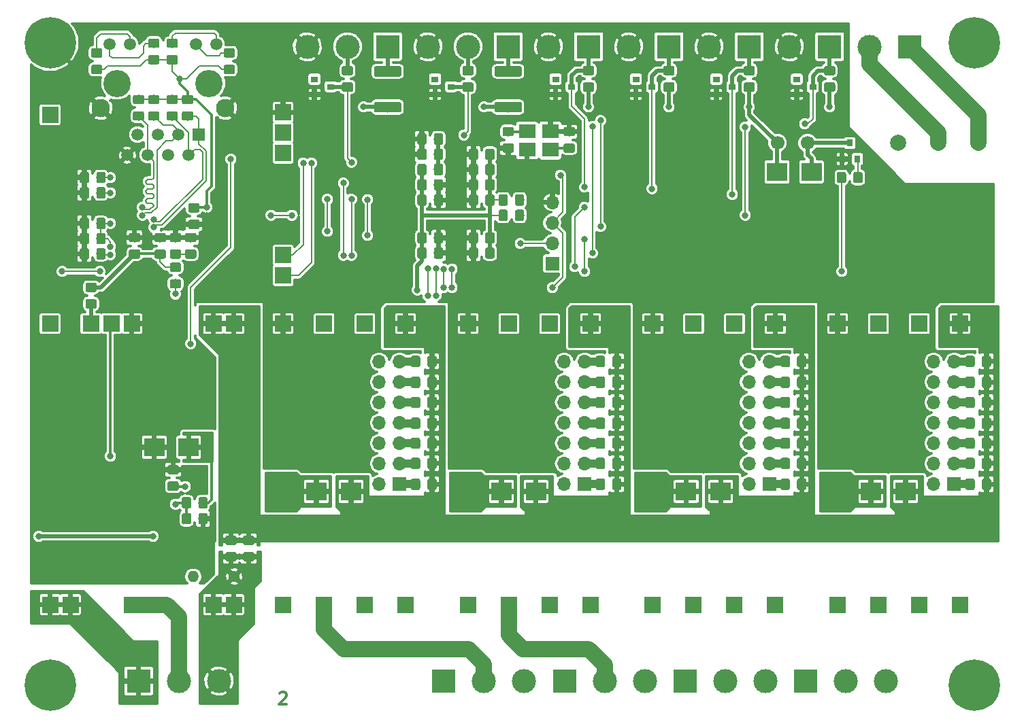
<source format=gbl>
G04 #@! TF.GenerationSoftware,KiCad,Pcbnew,5.0.2-bee76a0~70~ubuntu18.04.1*
G04 #@! TF.CreationDate,2019-04-28T14:18:51+03:00*
G04 #@! TF.ProjectId,LED_controller,4c45445f-636f-46e7-9472-6f6c6c65722e,rev?*
G04 #@! TF.SameCoordinates,Original*
G04 #@! TF.FileFunction,Copper,L2,Bot*
G04 #@! TF.FilePolarity,Positive*
%FSLAX45Y45*%
G04 Gerber Fmt 4.5, Leading zero omitted, Abs format (unit mm)*
G04 Created by KiCad (PCBNEW 5.0.2-bee76a0~70~ubuntu18.04.1) date Вс 28 апр 2019 14:18:51*
%MOMM*%
%LPD*%
G01*
G04 APERTURE LIST*
G04 #@! TA.AperFunction,NonConductor*
%ADD10C,0.300000*%
G04 #@! TD*
G04 #@! TA.AperFunction,ComponentPad*
%ADD11C,3.400000*%
G04 #@! TD*
G04 #@! TA.AperFunction,ComponentPad*
%ADD12R,1.500000X1.500000*%
G04 #@! TD*
G04 #@! TA.AperFunction,ComponentPad*
%ADD13C,1.500000*%
G04 #@! TD*
G04 #@! TA.AperFunction,ComponentPad*
%ADD14C,2.300000*%
G04 #@! TD*
G04 #@! TA.AperFunction,ComponentPad*
%ADD15O,1.400000X1.400000*%
G04 #@! TD*
G04 #@! TA.AperFunction,ComponentPad*
%ADD16C,1.400000*%
G04 #@! TD*
G04 #@! TA.AperFunction,ComponentPad*
%ADD17C,3.000000*%
G04 #@! TD*
G04 #@! TA.AperFunction,ComponentPad*
%ADD18R,3.000000X3.000000*%
G04 #@! TD*
G04 #@! TA.AperFunction,ComponentPad*
%ADD19C,0.800000*%
G04 #@! TD*
G04 #@! TA.AperFunction,ComponentPad*
%ADD20C,6.400000*%
G04 #@! TD*
G04 #@! TA.AperFunction,ComponentPad*
%ADD21C,2.000000*%
G04 #@! TD*
G04 #@! TA.AperFunction,ComponentPad*
%ADD22C,1.700000*%
G04 #@! TD*
G04 #@! TA.AperFunction,SMDPad,CuDef*
%ADD23R,2.500000X2.300000*%
G04 #@! TD*
G04 #@! TA.AperFunction,SMDPad,CuDef*
%ADD24R,0.800000X0.900000*%
G04 #@! TD*
G04 #@! TA.AperFunction,Conductor*
%ADD25C,0.200000*%
G04 #@! TD*
G04 #@! TA.AperFunction,SMDPad,CuDef*
%ADD26C,1.150000*%
G04 #@! TD*
G04 #@! TA.AperFunction,ComponentPad*
%ADD27R,2.000000X2.000000*%
G04 #@! TD*
G04 #@! TA.AperFunction,SMDPad,CuDef*
%ADD28R,0.900000X0.800000*%
G04 #@! TD*
G04 #@! TA.AperFunction,SMDPad,CuDef*
%ADD29C,1.300000*%
G04 #@! TD*
G04 #@! TA.AperFunction,ComponentPad*
%ADD30O,1.700000X1.700000*%
G04 #@! TD*
G04 #@! TA.AperFunction,ComponentPad*
%ADD31R,1.700000X1.700000*%
G04 #@! TD*
G04 #@! TA.AperFunction,SMDPad,CuDef*
%ADD32R,2.100000X1.800000*%
G04 #@! TD*
G04 #@! TA.AperFunction,ViaPad*
%ADD33C,0.800000*%
G04 #@! TD*
G04 #@! TA.AperFunction,Conductor*
%ADD34C,0.300000*%
G04 #@! TD*
G04 #@! TA.AperFunction,Conductor*
%ADD35C,0.500000*%
G04 #@! TD*
G04 #@! TA.AperFunction,Conductor*
%ADD36C,1.000000*%
G04 #@! TD*
G04 #@! TA.AperFunction,Conductor*
%ADD37C,2.000000*%
G04 #@! TD*
G04 APERTURE END LIST*
D10*
X8207143Y-13452143D02*
X8214286Y-13445000D01*
X8228571Y-13437857D01*
X8264286Y-13437857D01*
X8278571Y-13445000D01*
X8285714Y-13452143D01*
X8292857Y-13466428D01*
X8292857Y-13480714D01*
X8285714Y-13502143D01*
X8200000Y-13587857D01*
X8292857Y-13587857D01*
D11*
G04 #@! TO.P,J42,MH*
G04 #@! TO.N,N/C*
X6183000Y-5860000D03*
X7327000Y-5860000D03*
D12*
G04 #@! TO.P,J42,1*
G04 #@! TO.N,/04_ethernet/ETH_TD_P*
X7200000Y-6496000D03*
D13*
G04 #@! TO.P,J42,3*
G04 #@! TO.N,/04_ethernet/ETH_RD_P*
X6946000Y-6496000D03*
G04 #@! TO.P,J42,5*
G04 #@! TO.N,/04_ethernet/Vdd*
X6692000Y-6496000D03*
G04 #@! TO.P,J42,7*
G04 #@! TO.N,Net-(J42-Pad7)*
X6438000Y-6496000D03*
G04 #@! TO.P,J42,8*
G04 #@! TO.N,GND*
X6311000Y-6750000D03*
G04 #@! TO.P,J42,2*
G04 #@! TO.N,/04_ethernet/ETH_TD_N*
X7073000Y-6750000D03*
G04 #@! TO.P,J42,4*
G04 #@! TO.N,/04_ethernet/Vdd*
X6819000Y-6750000D03*
G04 #@! TO.P,J42,6*
G04 #@! TO.N,/04_ethernet/ETH_RD_N*
X6565000Y-6750000D03*
G04 #@! TO.P,J42,9*
G04 #@! TO.N,Net-(J42-Pad9)*
X7418000Y-5370000D03*
G04 #@! TO.P,J42,10*
G04 #@! TO.N,Net-(J42-Pad10)*
X7164000Y-5370000D03*
G04 #@! TO.P,J42,11*
G04 #@! TO.N,Net-(J42-Pad11)*
X6346000Y-5370000D03*
G04 #@! TO.P,J42,12*
G04 #@! TO.N,Net-(J42-Pad12)*
X6092000Y-5370000D03*
D14*
G04 #@! TO.P,J42,SH*
G04 #@! TO.N,GND*
X5980000Y-6165000D03*
X7530000Y-6165000D03*
G04 #@! TD*
D15*
G04 #@! TO.P,F1,2*
G04 #@! TO.N,/01_power/Vinf*
X7132000Y-12000000D03*
D16*
G04 #@! TO.P,F1,1*
G04 #@! TO.N,Vin*
X7640000Y-12000000D03*
G04 #@! TD*
D17*
G04 #@! TO.P,J67,2*
G04 #@! TO.N,/02_interfaces/RL_CO*
X15550000Y-5400000D03*
D18*
G04 #@! TO.P,J67,1*
G04 #@! TO.N,/02_interfaces/RL_NO*
X16050000Y-5400000D03*
G04 #@! TD*
D17*
G04 #@! TO.P,J13,2*
G04 #@! TO.N,GND*
X13550000Y-5400000D03*
D18*
G04 #@! TO.P,J13,1*
G04 #@! TO.N,dim-*
X14050000Y-5400000D03*
G04 #@! TD*
D17*
G04 #@! TO.P,J8,2*
G04 #@! TO.N,GND*
X11550000Y-5400000D03*
D18*
G04 #@! TO.P,J8,1*
G04 #@! TO.N,switch_in*
X12050000Y-5400000D03*
G04 #@! TD*
D17*
G04 #@! TO.P,J10,2*
G04 #@! TO.N,GND*
X12550000Y-5400000D03*
D18*
G04 #@! TO.P,J10,1*
G04 #@! TO.N,dim+*
X13050000Y-5400000D03*
G04 #@! TD*
D17*
G04 #@! TO.P,J11,2*
G04 #@! TO.N,GND*
X14550000Y-5400000D03*
D18*
G04 #@! TO.P,J11,1*
G04 #@! TO.N,aux_in*
X15050000Y-5400000D03*
G04 #@! TD*
D17*
G04 #@! TO.P,J34,3*
G04 #@! TO.N,/03_drivers/LED3+*
X14250000Y-13300000D03*
G04 #@! TO.P,J34,2*
G04 #@! TO.N,/03_drivers/RSV-32*
X13750000Y-13300000D03*
D18*
G04 #@! TO.P,J34,1*
G04 #@! TO.N,/03_drivers/LED3-*
X13250000Y-13300000D03*
G04 #@! TD*
D17*
G04 #@! TO.P,J35,3*
G04 #@! TO.N,/03_drivers/LED4+*
X15750000Y-13300000D03*
G04 #@! TO.P,J35,2*
G04 #@! TO.N,/03_drivers/RSV-42*
X15250000Y-13300000D03*
D18*
G04 #@! TO.P,J35,1*
G04 #@! TO.N,/03_drivers/LED4-*
X14750000Y-13300000D03*
G04 #@! TD*
D17*
G04 #@! TO.P,J21,3*
G04 #@! TO.N,/03_drivers/LED2+*
X12750000Y-13300000D03*
G04 #@! TO.P,J21,2*
G04 #@! TO.N,/03_drivers/RSV-22*
X12250000Y-13300000D03*
D18*
G04 #@! TO.P,J21,1*
G04 #@! TO.N,/03_drivers/LED2-*
X11750000Y-13300000D03*
G04 #@! TD*
D17*
G04 #@! TO.P,J20,3*
G04 #@! TO.N,/03_drivers/LED1+*
X11250000Y-13300000D03*
G04 #@! TO.P,J20,2*
G04 #@! TO.N,/03_drivers/RSV-12*
X10750000Y-13300000D03*
D18*
G04 #@! TO.P,J20,1*
G04 #@! TO.N,/03_drivers/LED1-*
X10250000Y-13300000D03*
G04 #@! TD*
D17*
G04 #@! TO.P,J12,3*
G04 #@! TO.N,GND*
X10050000Y-5400000D03*
G04 #@! TO.P,J12,2*
G04 #@! TO.N,Net-(J12-Pad2)*
X10550000Y-5400000D03*
D18*
G04 #@! TO.P,J12,1*
G04 #@! TO.N,Net-(F3-Pad1)*
X11050000Y-5400000D03*
G04 #@! TD*
D17*
G04 #@! TO.P,J9,3*
G04 #@! TO.N,GND*
X8550000Y-5400000D03*
G04 #@! TO.P,J9,2*
G04 #@! TO.N,Net-(J9-Pad2)*
X9050000Y-5400000D03*
D18*
G04 #@! TO.P,J9,1*
G04 #@! TO.N,Net-(F2-Pad1)*
X9550000Y-5400000D03*
G04 #@! TD*
D17*
G04 #@! TO.P,J3,3*
G04 #@! TO.N,Vin*
X7450000Y-13300000D03*
G04 #@! TO.P,J3,2*
G04 #@! TO.N,Net-(J3-Pad2)*
X6950000Y-13300000D03*
D18*
G04 #@! TO.P,J3,1*
G04 #@! TO.N,Net-(J3-Pad1)*
X6450000Y-13300000D03*
G04 #@! TD*
D19*
G04 #@! TO.P,MH4,1*
G04 #@! TO.N,Net-(MH4-Pad1)*
X17019706Y-13180294D03*
X16850000Y-13110000D03*
X16680294Y-13180294D03*
X16610000Y-13350000D03*
X16680294Y-13519706D03*
X16850000Y-13590000D03*
X17019706Y-13519706D03*
X17090000Y-13350000D03*
D20*
X16850000Y-13350000D03*
G04 #@! TD*
D19*
G04 #@! TO.P,MH3,1*
G04 #@! TO.N,Net-(MH3-Pad1)*
X5519706Y-13180294D03*
X5350000Y-13110000D03*
X5180294Y-13180294D03*
X5110000Y-13350000D03*
X5180294Y-13519706D03*
X5350000Y-13590000D03*
X5519706Y-13519706D03*
X5590000Y-13350000D03*
D20*
X5350000Y-13350000D03*
G04 #@! TD*
D19*
G04 #@! TO.P,MH2,1*
G04 #@! TO.N,Net-(MH2-Pad1)*
X17019706Y-5180294D03*
X16850000Y-5110000D03*
X16680294Y-5180294D03*
X16610000Y-5350000D03*
X16680294Y-5519706D03*
X16850000Y-5590000D03*
X17019706Y-5519706D03*
X17090000Y-5350000D03*
D20*
X16850000Y-5350000D03*
G04 #@! TD*
D19*
G04 #@! TO.P,MH1,1*
G04 #@! TO.N,GND*
X5519706Y-5180294D03*
X5350000Y-5110000D03*
X5180294Y-5180294D03*
X5110000Y-5350000D03*
X5180294Y-5519706D03*
X5350000Y-5590000D03*
X5519706Y-5519706D03*
X5590000Y-5350000D03*
D20*
X5350000Y-5350000D03*
G04 #@! TD*
D21*
G04 #@! TO.P,K1,14*
G04 #@! TO.N,/02_interfaces/RL_NO*
X16900000Y-6600000D03*
G04 #@! TO.P,K1,11*
G04 #@! TO.N,/02_interfaces/RL_CO*
X16400000Y-6600000D03*
G04 #@! TO.P,K1,12*
G04 #@! TO.N,Net-(K1-Pad12)*
X15900000Y-6600000D03*
D22*
G04 #@! TO.P,K1,A2*
G04 #@! TO.N,Net-(D16-Pad2)*
X14775000Y-6600000D03*
G04 #@! TO.P,K1,A1*
G04 #@! TO.N,+12V*
X14400000Y-6600000D03*
G04 #@! TD*
D23*
G04 #@! TO.P,D16,2*
G04 #@! TO.N,Net-(D16-Pad2)*
X14825000Y-6960000D03*
G04 #@! TO.P,D16,1*
G04 #@! TO.N,+12V*
X14395000Y-6960000D03*
G04 #@! TD*
D24*
G04 #@! TO.P,Q1,3*
G04 #@! TO.N,Net-(D16-Pad2)*
X15300000Y-6600000D03*
G04 #@! TO.P,Q1,2*
G04 #@! TO.N,GND*
X15205000Y-6800000D03*
G04 #@! TO.P,Q1,1*
G04 #@! TO.N,Net-(Q1-Pad1)*
X15395000Y-6800000D03*
G04 #@! TD*
D25*
G04 #@! TO.N,Net-(Q1-Pad1)*
G04 #@! TO.C,R74*
G36*
X15437450Y-6960120D02*
X15439877Y-6960480D01*
X15442257Y-6961076D01*
X15444567Y-6961903D01*
X15446785Y-6962952D01*
X15448889Y-6964213D01*
X15450860Y-6965675D01*
X15452678Y-6967322D01*
X15454325Y-6969140D01*
X15455787Y-6971111D01*
X15457048Y-6973215D01*
X15458097Y-6975433D01*
X15458923Y-6977743D01*
X15459520Y-6980123D01*
X15459880Y-6982549D01*
X15460000Y-6985000D01*
X15460000Y-7075000D01*
X15459880Y-7077450D01*
X15459520Y-7079877D01*
X15458923Y-7082257D01*
X15458097Y-7084567D01*
X15457048Y-7086785D01*
X15455787Y-7088889D01*
X15454325Y-7090860D01*
X15452678Y-7092678D01*
X15450860Y-7094325D01*
X15448889Y-7095787D01*
X15446785Y-7097048D01*
X15444567Y-7098097D01*
X15442257Y-7098923D01*
X15439877Y-7099520D01*
X15437450Y-7099880D01*
X15435000Y-7100000D01*
X15370000Y-7100000D01*
X15367549Y-7099880D01*
X15365123Y-7099520D01*
X15362743Y-7098923D01*
X15360433Y-7098097D01*
X15358215Y-7097048D01*
X15356111Y-7095787D01*
X15354140Y-7094325D01*
X15352322Y-7092678D01*
X15350675Y-7090860D01*
X15349213Y-7088889D01*
X15347952Y-7086785D01*
X15346903Y-7084567D01*
X15346076Y-7082257D01*
X15345480Y-7079877D01*
X15345120Y-7077450D01*
X15345000Y-7075000D01*
X15345000Y-6985000D01*
X15345120Y-6982549D01*
X15345480Y-6980123D01*
X15346076Y-6977743D01*
X15346903Y-6975433D01*
X15347952Y-6973215D01*
X15349213Y-6971111D01*
X15350675Y-6969140D01*
X15352322Y-6967322D01*
X15354140Y-6965675D01*
X15356111Y-6964213D01*
X15358215Y-6962952D01*
X15360433Y-6961903D01*
X15362743Y-6961076D01*
X15365123Y-6960480D01*
X15367549Y-6960120D01*
X15370000Y-6960000D01*
X15435000Y-6960000D01*
X15437450Y-6960120D01*
X15437450Y-6960120D01*
G37*
D26*
G04 #@! TD*
G04 #@! TO.P,R74,2*
G04 #@! TO.N,Net-(Q1-Pad1)*
X15402500Y-7030000D03*
D25*
G04 #@! TO.N,aux_ctrl*
G04 #@! TO.C,R74*
G36*
X15232450Y-6960120D02*
X15234877Y-6960480D01*
X15237257Y-6961076D01*
X15239567Y-6961903D01*
X15241785Y-6962952D01*
X15243889Y-6964213D01*
X15245860Y-6965675D01*
X15247678Y-6967322D01*
X15249325Y-6969140D01*
X15250787Y-6971111D01*
X15252048Y-6973215D01*
X15253097Y-6975433D01*
X15253923Y-6977743D01*
X15254520Y-6980123D01*
X15254880Y-6982549D01*
X15255000Y-6985000D01*
X15255000Y-7075000D01*
X15254880Y-7077450D01*
X15254520Y-7079877D01*
X15253923Y-7082257D01*
X15253097Y-7084567D01*
X15252048Y-7086785D01*
X15250787Y-7088889D01*
X15249325Y-7090860D01*
X15247678Y-7092678D01*
X15245860Y-7094325D01*
X15243889Y-7095787D01*
X15241785Y-7097048D01*
X15239567Y-7098097D01*
X15237257Y-7098923D01*
X15234877Y-7099520D01*
X15232450Y-7099880D01*
X15230000Y-7100000D01*
X15165000Y-7100000D01*
X15162549Y-7099880D01*
X15160123Y-7099520D01*
X15157743Y-7098923D01*
X15155433Y-7098097D01*
X15153215Y-7097048D01*
X15151111Y-7095787D01*
X15149140Y-7094325D01*
X15147322Y-7092678D01*
X15145675Y-7090860D01*
X15144213Y-7088889D01*
X15142952Y-7086785D01*
X15141903Y-7084567D01*
X15141076Y-7082257D01*
X15140480Y-7079877D01*
X15140120Y-7077450D01*
X15140000Y-7075000D01*
X15140000Y-6985000D01*
X15140120Y-6982549D01*
X15140480Y-6980123D01*
X15141076Y-6977743D01*
X15141903Y-6975433D01*
X15142952Y-6973215D01*
X15144213Y-6971111D01*
X15145675Y-6969140D01*
X15147322Y-6967322D01*
X15149140Y-6965675D01*
X15151111Y-6964213D01*
X15153215Y-6962952D01*
X15155433Y-6961903D01*
X15157743Y-6961076D01*
X15160123Y-6960480D01*
X15162549Y-6960120D01*
X15165000Y-6960000D01*
X15230000Y-6960000D01*
X15232450Y-6960120D01*
X15232450Y-6960120D01*
G37*
D26*
G04 #@! TD*
G04 #@! TO.P,R74,1*
G04 #@! TO.N,aux_ctrl*
X15197500Y-7030000D03*
D27*
G04 #@! TO.P,J7-2,1*
G04 #@! TO.N,+12V*
X5350000Y-6250000D03*
G04 #@! TD*
D28*
G04 #@! TO.P,D7,1*
G04 #@! TO.N,light_in*
X10340000Y-5900000D03*
G04 #@! TO.P,D7,*
G04 #@! TO.N,*
X10140000Y-5805000D03*
G04 #@! TO.P,D7,2*
G04 #@! TO.N,GND*
X10140000Y-5995000D03*
G04 #@! TD*
D25*
G04 #@! TO.N,light_in*
G04 #@! TO.C,R14*
G36*
X10597451Y-5845120D02*
X10599877Y-5845480D01*
X10602257Y-5846076D01*
X10604567Y-5846903D01*
X10606785Y-5847952D01*
X10608889Y-5849213D01*
X10610860Y-5850675D01*
X10612678Y-5852322D01*
X10614325Y-5854140D01*
X10615787Y-5856111D01*
X10617048Y-5858215D01*
X10618097Y-5860433D01*
X10618924Y-5862743D01*
X10619520Y-5865123D01*
X10619880Y-5867549D01*
X10620000Y-5870000D01*
X10620000Y-5935000D01*
X10619880Y-5937450D01*
X10619520Y-5939877D01*
X10618924Y-5942257D01*
X10618097Y-5944567D01*
X10617048Y-5946785D01*
X10615787Y-5948889D01*
X10614325Y-5950860D01*
X10612678Y-5952678D01*
X10610860Y-5954325D01*
X10608889Y-5955787D01*
X10606785Y-5957048D01*
X10604567Y-5958097D01*
X10602257Y-5958923D01*
X10599877Y-5959520D01*
X10597451Y-5959880D01*
X10595000Y-5960000D01*
X10505000Y-5960000D01*
X10502550Y-5959880D01*
X10500123Y-5959520D01*
X10497743Y-5958923D01*
X10495433Y-5958097D01*
X10493215Y-5957048D01*
X10491111Y-5955787D01*
X10489140Y-5954325D01*
X10487322Y-5952678D01*
X10485675Y-5950860D01*
X10484213Y-5948889D01*
X10482952Y-5946785D01*
X10481903Y-5944567D01*
X10481077Y-5942257D01*
X10480480Y-5939877D01*
X10480120Y-5937450D01*
X10480000Y-5935000D01*
X10480000Y-5870000D01*
X10480120Y-5867549D01*
X10480480Y-5865123D01*
X10481077Y-5862743D01*
X10481903Y-5860433D01*
X10482952Y-5858215D01*
X10484213Y-5856111D01*
X10485675Y-5854140D01*
X10487322Y-5852322D01*
X10489140Y-5850675D01*
X10491111Y-5849213D01*
X10493215Y-5847952D01*
X10495433Y-5846903D01*
X10497743Y-5846076D01*
X10500123Y-5845480D01*
X10502550Y-5845120D01*
X10505000Y-5845000D01*
X10595000Y-5845000D01*
X10597451Y-5845120D01*
X10597451Y-5845120D01*
G37*
D26*
G04 #@! TD*
G04 #@! TO.P,R14,2*
G04 #@! TO.N,light_in*
X10550000Y-5902500D03*
D25*
G04 #@! TO.N,Net-(J12-Pad2)*
G04 #@! TO.C,R14*
G36*
X10597451Y-5640120D02*
X10599877Y-5640480D01*
X10602257Y-5641076D01*
X10604567Y-5641903D01*
X10606785Y-5642952D01*
X10608889Y-5644213D01*
X10610860Y-5645675D01*
X10612678Y-5647322D01*
X10614325Y-5649140D01*
X10615787Y-5651111D01*
X10617048Y-5653215D01*
X10618097Y-5655433D01*
X10618924Y-5657743D01*
X10619520Y-5660123D01*
X10619880Y-5662549D01*
X10620000Y-5665000D01*
X10620000Y-5730000D01*
X10619880Y-5732450D01*
X10619520Y-5734877D01*
X10618924Y-5737257D01*
X10618097Y-5739567D01*
X10617048Y-5741785D01*
X10615787Y-5743889D01*
X10614325Y-5745860D01*
X10612678Y-5747678D01*
X10610860Y-5749325D01*
X10608889Y-5750787D01*
X10606785Y-5752048D01*
X10604567Y-5753097D01*
X10602257Y-5753923D01*
X10599877Y-5754520D01*
X10597451Y-5754880D01*
X10595000Y-5755000D01*
X10505000Y-5755000D01*
X10502550Y-5754880D01*
X10500123Y-5754520D01*
X10497743Y-5753923D01*
X10495433Y-5753097D01*
X10493215Y-5752048D01*
X10491111Y-5750787D01*
X10489140Y-5749325D01*
X10487322Y-5747678D01*
X10485675Y-5745860D01*
X10484213Y-5743889D01*
X10482952Y-5741785D01*
X10481903Y-5739567D01*
X10481077Y-5737257D01*
X10480480Y-5734877D01*
X10480120Y-5732450D01*
X10480000Y-5730000D01*
X10480000Y-5665000D01*
X10480120Y-5662549D01*
X10480480Y-5660123D01*
X10481077Y-5657743D01*
X10481903Y-5655433D01*
X10482952Y-5653215D01*
X10484213Y-5651111D01*
X10485675Y-5649140D01*
X10487322Y-5647322D01*
X10489140Y-5645675D01*
X10491111Y-5644213D01*
X10493215Y-5642952D01*
X10495433Y-5641903D01*
X10497743Y-5641076D01*
X10500123Y-5640480D01*
X10502550Y-5640120D01*
X10505000Y-5640000D01*
X10595000Y-5640000D01*
X10597451Y-5640120D01*
X10597451Y-5640120D01*
G37*
D26*
G04 #@! TD*
G04 #@! TO.P,R14,1*
G04 #@! TO.N,Net-(J12-Pad2)*
X10550000Y-5697500D03*
D25*
G04 #@! TO.N,+12V*
G04 #@! TO.C,F3*
G36*
X11197450Y-6087620D02*
X11199877Y-6087980D01*
X11202257Y-6088576D01*
X11204567Y-6089403D01*
X11206785Y-6090452D01*
X11208889Y-6091713D01*
X11210860Y-6093175D01*
X11212678Y-6094822D01*
X11214325Y-6096640D01*
X11215787Y-6098611D01*
X11217048Y-6100715D01*
X11218097Y-6102933D01*
X11218923Y-6105243D01*
X11219520Y-6107623D01*
X11219880Y-6110050D01*
X11220000Y-6112500D01*
X11220000Y-6192500D01*
X11219880Y-6194950D01*
X11219520Y-6197377D01*
X11218923Y-6199757D01*
X11218097Y-6202067D01*
X11217048Y-6204285D01*
X11215787Y-6206389D01*
X11214325Y-6208360D01*
X11212678Y-6210178D01*
X11210860Y-6211825D01*
X11208889Y-6213287D01*
X11206785Y-6214548D01*
X11204567Y-6215597D01*
X11202257Y-6216423D01*
X11199877Y-6217020D01*
X11197450Y-6217380D01*
X11195000Y-6217500D01*
X10905000Y-6217500D01*
X10902550Y-6217380D01*
X10900123Y-6217020D01*
X10897743Y-6216423D01*
X10895433Y-6215597D01*
X10893215Y-6214548D01*
X10891111Y-6213287D01*
X10889140Y-6211825D01*
X10887322Y-6210178D01*
X10885675Y-6208360D01*
X10884213Y-6206389D01*
X10882952Y-6204285D01*
X10881903Y-6202067D01*
X10881077Y-6199757D01*
X10880480Y-6197377D01*
X10880120Y-6194950D01*
X10880000Y-6192500D01*
X10880000Y-6112500D01*
X10880120Y-6110050D01*
X10880480Y-6107623D01*
X10881077Y-6105243D01*
X10881903Y-6102933D01*
X10882952Y-6100715D01*
X10884213Y-6098611D01*
X10885675Y-6096640D01*
X10887322Y-6094822D01*
X10889140Y-6093175D01*
X10891111Y-6091713D01*
X10893215Y-6090452D01*
X10895433Y-6089403D01*
X10897743Y-6088576D01*
X10900123Y-6087980D01*
X10902550Y-6087620D01*
X10905000Y-6087500D01*
X11195000Y-6087500D01*
X11197450Y-6087620D01*
X11197450Y-6087620D01*
G37*
D29*
G04 #@! TD*
G04 #@! TO.P,F3,2*
G04 #@! TO.N,+12V*
X11050000Y-6152500D03*
D25*
G04 #@! TO.N,Net-(F3-Pad1)*
G04 #@! TO.C,F3*
G36*
X11197450Y-5642620D02*
X11199877Y-5642980D01*
X11202257Y-5643576D01*
X11204567Y-5644403D01*
X11206785Y-5645452D01*
X11208889Y-5646713D01*
X11210860Y-5648175D01*
X11212678Y-5649822D01*
X11214325Y-5651640D01*
X11215787Y-5653611D01*
X11217048Y-5655715D01*
X11218097Y-5657933D01*
X11218923Y-5660243D01*
X11219520Y-5662623D01*
X11219880Y-5665050D01*
X11220000Y-5667500D01*
X11220000Y-5747500D01*
X11219880Y-5749950D01*
X11219520Y-5752377D01*
X11218923Y-5754757D01*
X11218097Y-5757067D01*
X11217048Y-5759285D01*
X11215787Y-5761389D01*
X11214325Y-5763360D01*
X11212678Y-5765178D01*
X11210860Y-5766825D01*
X11208889Y-5768287D01*
X11206785Y-5769548D01*
X11204567Y-5770597D01*
X11202257Y-5771423D01*
X11199877Y-5772020D01*
X11197450Y-5772380D01*
X11195000Y-5772500D01*
X10905000Y-5772500D01*
X10902550Y-5772380D01*
X10900123Y-5772020D01*
X10897743Y-5771423D01*
X10895433Y-5770597D01*
X10893215Y-5769548D01*
X10891111Y-5768287D01*
X10889140Y-5766825D01*
X10887322Y-5765178D01*
X10885675Y-5763360D01*
X10884213Y-5761389D01*
X10882952Y-5759285D01*
X10881903Y-5757067D01*
X10881077Y-5754757D01*
X10880480Y-5752377D01*
X10880120Y-5749950D01*
X10880000Y-5747500D01*
X10880000Y-5667500D01*
X10880120Y-5665050D01*
X10880480Y-5662623D01*
X10881077Y-5660243D01*
X10881903Y-5657933D01*
X10882952Y-5655715D01*
X10884213Y-5653611D01*
X10885675Y-5651640D01*
X10887322Y-5649822D01*
X10889140Y-5648175D01*
X10891111Y-5646713D01*
X10893215Y-5645452D01*
X10895433Y-5644403D01*
X10897743Y-5643576D01*
X10900123Y-5642980D01*
X10902550Y-5642620D01*
X10905000Y-5642500D01*
X11195000Y-5642500D01*
X11197450Y-5642620D01*
X11197450Y-5642620D01*
G37*
D29*
G04 #@! TD*
G04 #@! TO.P,F3,1*
G04 #@! TO.N,Net-(F3-Pad1)*
X11050000Y-5707500D03*
D23*
G04 #@! TO.P,D1,2*
G04 #@! TO.N,GND*
X6645000Y-10390000D03*
G04 #@! TO.P,D1,1*
G04 #@! TO.N,Net-(D1-Pad1)*
X7075000Y-10390000D03*
G04 #@! TD*
D25*
G04 #@! TO.N,Vdrv*
G04 #@! TO.C,R8*
G36*
X7867450Y-11490120D02*
X7869877Y-11490480D01*
X7872257Y-11491076D01*
X7874567Y-11491903D01*
X7876785Y-11492952D01*
X7878889Y-11494213D01*
X7880860Y-11495675D01*
X7882678Y-11497322D01*
X7884325Y-11499140D01*
X7885787Y-11501111D01*
X7887048Y-11503215D01*
X7888097Y-11505433D01*
X7888923Y-11507743D01*
X7889520Y-11510123D01*
X7889880Y-11512549D01*
X7890000Y-11515000D01*
X7890000Y-11580000D01*
X7889880Y-11582450D01*
X7889520Y-11584877D01*
X7888923Y-11587257D01*
X7888097Y-11589567D01*
X7887048Y-11591785D01*
X7885787Y-11593889D01*
X7884325Y-11595860D01*
X7882678Y-11597678D01*
X7880860Y-11599325D01*
X7878889Y-11600787D01*
X7876785Y-11602048D01*
X7874567Y-11603097D01*
X7872257Y-11603923D01*
X7869877Y-11604520D01*
X7867450Y-11604880D01*
X7865000Y-11605000D01*
X7775000Y-11605000D01*
X7772549Y-11604880D01*
X7770123Y-11604520D01*
X7767743Y-11603923D01*
X7765433Y-11603097D01*
X7763215Y-11602048D01*
X7761111Y-11600787D01*
X7759140Y-11599325D01*
X7757322Y-11597678D01*
X7755675Y-11595860D01*
X7754213Y-11593889D01*
X7752952Y-11591785D01*
X7751903Y-11589567D01*
X7751076Y-11587257D01*
X7750480Y-11584877D01*
X7750120Y-11582450D01*
X7750000Y-11580000D01*
X7750000Y-11515000D01*
X7750120Y-11512549D01*
X7750480Y-11510123D01*
X7751076Y-11507743D01*
X7751903Y-11505433D01*
X7752952Y-11503215D01*
X7754213Y-11501111D01*
X7755675Y-11499140D01*
X7757322Y-11497322D01*
X7759140Y-11495675D01*
X7761111Y-11494213D01*
X7763215Y-11492952D01*
X7765433Y-11491903D01*
X7767743Y-11491076D01*
X7770123Y-11490480D01*
X7772549Y-11490120D01*
X7775000Y-11490000D01*
X7865000Y-11490000D01*
X7867450Y-11490120D01*
X7867450Y-11490120D01*
G37*
D26*
G04 #@! TD*
G04 #@! TO.P,R8,2*
G04 #@! TO.N,Vdrv*
X7820000Y-11547500D03*
D25*
G04 #@! TO.N,Vin*
G04 #@! TO.C,R8*
G36*
X7867450Y-11695120D02*
X7869877Y-11695480D01*
X7872257Y-11696076D01*
X7874567Y-11696903D01*
X7876785Y-11697952D01*
X7878889Y-11699213D01*
X7880860Y-11700675D01*
X7882678Y-11702322D01*
X7884325Y-11704140D01*
X7885787Y-11706111D01*
X7887048Y-11708215D01*
X7888097Y-11710433D01*
X7888923Y-11712743D01*
X7889520Y-11715123D01*
X7889880Y-11717549D01*
X7890000Y-11720000D01*
X7890000Y-11785000D01*
X7889880Y-11787450D01*
X7889520Y-11789877D01*
X7888923Y-11792257D01*
X7888097Y-11794567D01*
X7887048Y-11796785D01*
X7885787Y-11798889D01*
X7884325Y-11800860D01*
X7882678Y-11802678D01*
X7880860Y-11804325D01*
X7878889Y-11805787D01*
X7876785Y-11807048D01*
X7874567Y-11808097D01*
X7872257Y-11808923D01*
X7869877Y-11809520D01*
X7867450Y-11809880D01*
X7865000Y-11810000D01*
X7775000Y-11810000D01*
X7772549Y-11809880D01*
X7770123Y-11809520D01*
X7767743Y-11808923D01*
X7765433Y-11808097D01*
X7763215Y-11807048D01*
X7761111Y-11805787D01*
X7759140Y-11804325D01*
X7757322Y-11802678D01*
X7755675Y-11800860D01*
X7754213Y-11798889D01*
X7752952Y-11796785D01*
X7751903Y-11794567D01*
X7751076Y-11792257D01*
X7750480Y-11789877D01*
X7750120Y-11787450D01*
X7750000Y-11785000D01*
X7750000Y-11720000D01*
X7750120Y-11717549D01*
X7750480Y-11715123D01*
X7751076Y-11712743D01*
X7751903Y-11710433D01*
X7752952Y-11708215D01*
X7754213Y-11706111D01*
X7755675Y-11704140D01*
X7757322Y-11702322D01*
X7759140Y-11700675D01*
X7761111Y-11699213D01*
X7763215Y-11697952D01*
X7765433Y-11696903D01*
X7767743Y-11696076D01*
X7770123Y-11695480D01*
X7772549Y-11695120D01*
X7775000Y-11695000D01*
X7865000Y-11695000D01*
X7867450Y-11695120D01*
X7867450Y-11695120D01*
G37*
D26*
G04 #@! TD*
G04 #@! TO.P,R8,1*
G04 #@! TO.N,Vin*
X7820000Y-11752500D03*
D27*
G04 #@! TO.P,J66,1*
G04 #@! TO.N,Vdrv*
X7636000Y-8850000D03*
G04 #@! TD*
G04 #@! TO.P,J65,1*
G04 #@! TO.N,Net-(J3-Pad2)*
X6620000Y-12350000D03*
G04 #@! TD*
G04 #@! TO.P,J63,1*
G04 #@! TO.N,Vin*
X7636000Y-12350000D03*
G04 #@! TD*
G04 #@! TO.P,J64,1*
G04 #@! TO.N,Net-(J3-Pad1)*
X5350000Y-12350000D03*
G04 #@! TD*
D25*
G04 #@! TO.N,GND*
G04 #@! TO.C,C31*
G36*
X10652451Y-7240120D02*
X10654877Y-7240480D01*
X10657257Y-7241076D01*
X10659567Y-7241903D01*
X10661785Y-7242952D01*
X10663889Y-7244213D01*
X10665860Y-7245675D01*
X10667678Y-7247322D01*
X10669325Y-7249140D01*
X10670787Y-7251111D01*
X10672048Y-7253215D01*
X10673097Y-7255433D01*
X10673924Y-7257743D01*
X10674520Y-7260123D01*
X10674880Y-7262549D01*
X10675000Y-7265000D01*
X10675000Y-7355000D01*
X10674880Y-7357450D01*
X10674520Y-7359877D01*
X10673924Y-7362257D01*
X10673097Y-7364567D01*
X10672048Y-7366785D01*
X10670787Y-7368889D01*
X10669325Y-7370860D01*
X10667678Y-7372678D01*
X10665860Y-7374325D01*
X10663889Y-7375787D01*
X10661785Y-7377048D01*
X10659567Y-7378097D01*
X10657257Y-7378923D01*
X10654877Y-7379520D01*
X10652451Y-7379880D01*
X10650000Y-7380000D01*
X10585000Y-7380000D01*
X10582550Y-7379880D01*
X10580123Y-7379520D01*
X10577743Y-7378923D01*
X10575433Y-7378097D01*
X10573215Y-7377048D01*
X10571111Y-7375787D01*
X10569140Y-7374325D01*
X10567322Y-7372678D01*
X10565675Y-7370860D01*
X10564213Y-7368889D01*
X10562952Y-7366785D01*
X10561903Y-7364567D01*
X10561077Y-7362257D01*
X10560480Y-7359877D01*
X10560120Y-7357450D01*
X10560000Y-7355000D01*
X10560000Y-7265000D01*
X10560120Y-7262549D01*
X10560480Y-7260123D01*
X10561077Y-7257743D01*
X10561903Y-7255433D01*
X10562952Y-7253215D01*
X10564213Y-7251111D01*
X10565675Y-7249140D01*
X10567322Y-7247322D01*
X10569140Y-7245675D01*
X10571111Y-7244213D01*
X10573215Y-7242952D01*
X10575433Y-7241903D01*
X10577743Y-7241076D01*
X10580123Y-7240480D01*
X10582550Y-7240120D01*
X10585000Y-7240000D01*
X10650000Y-7240000D01*
X10652451Y-7240120D01*
X10652451Y-7240120D01*
G37*
D26*
G04 #@! TD*
G04 #@! TO.P,C31,2*
G04 #@! TO.N,GND*
X10617500Y-7310000D03*
D25*
G04 #@! TO.N,/05_mcu/Vdd*
G04 #@! TO.C,C31*
G36*
X10857451Y-7240120D02*
X10859877Y-7240480D01*
X10862257Y-7241076D01*
X10864567Y-7241903D01*
X10866785Y-7242952D01*
X10868889Y-7244213D01*
X10870860Y-7245675D01*
X10872678Y-7247322D01*
X10874325Y-7249140D01*
X10875787Y-7251111D01*
X10877048Y-7253215D01*
X10878097Y-7255433D01*
X10878924Y-7257743D01*
X10879520Y-7260123D01*
X10879880Y-7262549D01*
X10880000Y-7265000D01*
X10880000Y-7355000D01*
X10879880Y-7357450D01*
X10879520Y-7359877D01*
X10878924Y-7362257D01*
X10878097Y-7364567D01*
X10877048Y-7366785D01*
X10875787Y-7368889D01*
X10874325Y-7370860D01*
X10872678Y-7372678D01*
X10870860Y-7374325D01*
X10868889Y-7375787D01*
X10866785Y-7377048D01*
X10864567Y-7378097D01*
X10862257Y-7378923D01*
X10859877Y-7379520D01*
X10857451Y-7379880D01*
X10855000Y-7380000D01*
X10790000Y-7380000D01*
X10787550Y-7379880D01*
X10785123Y-7379520D01*
X10782743Y-7378923D01*
X10780433Y-7378097D01*
X10778215Y-7377048D01*
X10776111Y-7375787D01*
X10774140Y-7374325D01*
X10772322Y-7372678D01*
X10770675Y-7370860D01*
X10769213Y-7368889D01*
X10767952Y-7366785D01*
X10766903Y-7364567D01*
X10766077Y-7362257D01*
X10765480Y-7359877D01*
X10765120Y-7357450D01*
X10765000Y-7355000D01*
X10765000Y-7265000D01*
X10765120Y-7262549D01*
X10765480Y-7260123D01*
X10766077Y-7257743D01*
X10766903Y-7255433D01*
X10767952Y-7253215D01*
X10769213Y-7251111D01*
X10770675Y-7249140D01*
X10772322Y-7247322D01*
X10774140Y-7245675D01*
X10776111Y-7244213D01*
X10778215Y-7242952D01*
X10780433Y-7241903D01*
X10782743Y-7241076D01*
X10785123Y-7240480D01*
X10787550Y-7240120D01*
X10790000Y-7240000D01*
X10855000Y-7240000D01*
X10857451Y-7240120D01*
X10857451Y-7240120D01*
G37*
D26*
G04 #@! TD*
G04 #@! TO.P,C31,1*
G04 #@! TO.N,/05_mcu/Vdd*
X10822500Y-7310000D03*
D25*
G04 #@! TO.N,/05_mcu/OSC_OUT*
G04 #@! TO.C,C41*
G36*
X11097451Y-6400120D02*
X11099877Y-6400480D01*
X11102257Y-6401076D01*
X11104567Y-6401903D01*
X11106785Y-6402952D01*
X11108889Y-6404213D01*
X11110860Y-6405675D01*
X11112678Y-6407322D01*
X11114325Y-6409140D01*
X11115787Y-6411111D01*
X11117048Y-6413215D01*
X11118097Y-6415433D01*
X11118924Y-6417743D01*
X11119520Y-6420123D01*
X11119880Y-6422549D01*
X11120000Y-6425000D01*
X11120000Y-6490000D01*
X11119880Y-6492450D01*
X11119520Y-6494877D01*
X11118924Y-6497257D01*
X11118097Y-6499567D01*
X11117048Y-6501785D01*
X11115787Y-6503889D01*
X11114325Y-6505860D01*
X11112678Y-6507678D01*
X11110860Y-6509325D01*
X11108889Y-6510787D01*
X11106785Y-6512048D01*
X11104567Y-6513097D01*
X11102257Y-6513923D01*
X11099877Y-6514520D01*
X11097451Y-6514880D01*
X11095000Y-6515000D01*
X11005000Y-6515000D01*
X11002550Y-6514880D01*
X11000123Y-6514520D01*
X10997743Y-6513923D01*
X10995433Y-6513097D01*
X10993215Y-6512048D01*
X10991111Y-6510787D01*
X10989140Y-6509325D01*
X10987322Y-6507678D01*
X10985675Y-6505860D01*
X10984213Y-6503889D01*
X10982952Y-6501785D01*
X10981903Y-6499567D01*
X10981077Y-6497257D01*
X10980480Y-6494877D01*
X10980120Y-6492450D01*
X10980000Y-6490000D01*
X10980000Y-6425000D01*
X10980120Y-6422549D01*
X10980480Y-6420123D01*
X10981077Y-6417743D01*
X10981903Y-6415433D01*
X10982952Y-6413215D01*
X10984213Y-6411111D01*
X10985675Y-6409140D01*
X10987322Y-6407322D01*
X10989140Y-6405675D01*
X10991111Y-6404213D01*
X10993215Y-6402952D01*
X10995433Y-6401903D01*
X10997743Y-6401076D01*
X11000123Y-6400480D01*
X11002550Y-6400120D01*
X11005000Y-6400000D01*
X11095000Y-6400000D01*
X11097451Y-6400120D01*
X11097451Y-6400120D01*
G37*
D26*
G04 #@! TD*
G04 #@! TO.P,C41,2*
G04 #@! TO.N,/05_mcu/OSC_OUT*
X11050000Y-6457500D03*
D25*
G04 #@! TO.N,GND*
G04 #@! TO.C,C41*
G36*
X11097451Y-6605120D02*
X11099877Y-6605480D01*
X11102257Y-6606076D01*
X11104567Y-6606903D01*
X11106785Y-6607952D01*
X11108889Y-6609213D01*
X11110860Y-6610675D01*
X11112678Y-6612322D01*
X11114325Y-6614140D01*
X11115787Y-6616111D01*
X11117048Y-6618215D01*
X11118097Y-6620433D01*
X11118924Y-6622743D01*
X11119520Y-6625123D01*
X11119880Y-6627549D01*
X11120000Y-6630000D01*
X11120000Y-6695000D01*
X11119880Y-6697450D01*
X11119520Y-6699877D01*
X11118924Y-6702257D01*
X11118097Y-6704567D01*
X11117048Y-6706785D01*
X11115787Y-6708889D01*
X11114325Y-6710860D01*
X11112678Y-6712678D01*
X11110860Y-6714325D01*
X11108889Y-6715787D01*
X11106785Y-6717048D01*
X11104567Y-6718097D01*
X11102257Y-6718923D01*
X11099877Y-6719520D01*
X11097451Y-6719880D01*
X11095000Y-6720000D01*
X11005000Y-6720000D01*
X11002550Y-6719880D01*
X11000123Y-6719520D01*
X10997743Y-6718923D01*
X10995433Y-6718097D01*
X10993215Y-6717048D01*
X10991111Y-6715787D01*
X10989140Y-6714325D01*
X10987322Y-6712678D01*
X10985675Y-6710860D01*
X10984213Y-6708889D01*
X10982952Y-6706785D01*
X10981903Y-6704567D01*
X10981077Y-6702257D01*
X10980480Y-6699877D01*
X10980120Y-6697450D01*
X10980000Y-6695000D01*
X10980000Y-6630000D01*
X10980120Y-6627549D01*
X10980480Y-6625123D01*
X10981077Y-6622743D01*
X10981903Y-6620433D01*
X10982952Y-6618215D01*
X10984213Y-6616111D01*
X10985675Y-6614140D01*
X10987322Y-6612322D01*
X10989140Y-6610675D01*
X10991111Y-6609213D01*
X10993215Y-6607952D01*
X10995433Y-6606903D01*
X10997743Y-6606076D01*
X11000123Y-6605480D01*
X11002550Y-6605120D01*
X11005000Y-6605000D01*
X11095000Y-6605000D01*
X11097451Y-6605120D01*
X11097451Y-6605120D01*
G37*
D26*
G04 #@! TD*
G04 #@! TO.P,C41,1*
G04 #@! TO.N,GND*
X11050000Y-6662500D03*
D25*
G04 #@! TO.N,/05_mcu/OSC_IN*
G04 #@! TO.C,C40*
G36*
X11857450Y-6605120D02*
X11859877Y-6605480D01*
X11862257Y-6606076D01*
X11864567Y-6606903D01*
X11866785Y-6607952D01*
X11868889Y-6609213D01*
X11870860Y-6610675D01*
X11872678Y-6612322D01*
X11874325Y-6614140D01*
X11875787Y-6616111D01*
X11877048Y-6618215D01*
X11878097Y-6620433D01*
X11878923Y-6622743D01*
X11879520Y-6625123D01*
X11879880Y-6627549D01*
X11880000Y-6630000D01*
X11880000Y-6695000D01*
X11879880Y-6697450D01*
X11879520Y-6699877D01*
X11878923Y-6702257D01*
X11878097Y-6704567D01*
X11877048Y-6706785D01*
X11875787Y-6708889D01*
X11874325Y-6710860D01*
X11872678Y-6712678D01*
X11870860Y-6714325D01*
X11868889Y-6715787D01*
X11866785Y-6717048D01*
X11864567Y-6718097D01*
X11862257Y-6718923D01*
X11859877Y-6719520D01*
X11857450Y-6719880D01*
X11855000Y-6720000D01*
X11765000Y-6720000D01*
X11762549Y-6719880D01*
X11760123Y-6719520D01*
X11757743Y-6718923D01*
X11755433Y-6718097D01*
X11753215Y-6717048D01*
X11751111Y-6715787D01*
X11749140Y-6714325D01*
X11747322Y-6712678D01*
X11745675Y-6710860D01*
X11744213Y-6708889D01*
X11742952Y-6706785D01*
X11741903Y-6704567D01*
X11741076Y-6702257D01*
X11740480Y-6699877D01*
X11740120Y-6697450D01*
X11740000Y-6695000D01*
X11740000Y-6630000D01*
X11740120Y-6627549D01*
X11740480Y-6625123D01*
X11741076Y-6622743D01*
X11741903Y-6620433D01*
X11742952Y-6618215D01*
X11744213Y-6616111D01*
X11745675Y-6614140D01*
X11747322Y-6612322D01*
X11749140Y-6610675D01*
X11751111Y-6609213D01*
X11753215Y-6607952D01*
X11755433Y-6606903D01*
X11757743Y-6606076D01*
X11760123Y-6605480D01*
X11762549Y-6605120D01*
X11765000Y-6605000D01*
X11855000Y-6605000D01*
X11857450Y-6605120D01*
X11857450Y-6605120D01*
G37*
D26*
G04 #@! TD*
G04 #@! TO.P,C40,2*
G04 #@! TO.N,/05_mcu/OSC_IN*
X11810000Y-6662500D03*
D25*
G04 #@! TO.N,GND*
G04 #@! TO.C,C40*
G36*
X11857450Y-6400120D02*
X11859877Y-6400480D01*
X11862257Y-6401076D01*
X11864567Y-6401903D01*
X11866785Y-6402952D01*
X11868889Y-6404213D01*
X11870860Y-6405675D01*
X11872678Y-6407322D01*
X11874325Y-6409140D01*
X11875787Y-6411111D01*
X11877048Y-6413215D01*
X11878097Y-6415433D01*
X11878923Y-6417743D01*
X11879520Y-6420123D01*
X11879880Y-6422549D01*
X11880000Y-6425000D01*
X11880000Y-6490000D01*
X11879880Y-6492450D01*
X11879520Y-6494877D01*
X11878923Y-6497257D01*
X11878097Y-6499567D01*
X11877048Y-6501785D01*
X11875787Y-6503889D01*
X11874325Y-6505860D01*
X11872678Y-6507678D01*
X11870860Y-6509325D01*
X11868889Y-6510787D01*
X11866785Y-6512048D01*
X11864567Y-6513097D01*
X11862257Y-6513923D01*
X11859877Y-6514520D01*
X11857450Y-6514880D01*
X11855000Y-6515000D01*
X11765000Y-6515000D01*
X11762549Y-6514880D01*
X11760123Y-6514520D01*
X11757743Y-6513923D01*
X11755433Y-6513097D01*
X11753215Y-6512048D01*
X11751111Y-6510787D01*
X11749140Y-6509325D01*
X11747322Y-6507678D01*
X11745675Y-6505860D01*
X11744213Y-6503889D01*
X11742952Y-6501785D01*
X11741903Y-6499567D01*
X11741076Y-6497257D01*
X11740480Y-6494877D01*
X11740120Y-6492450D01*
X11740000Y-6490000D01*
X11740000Y-6425000D01*
X11740120Y-6422549D01*
X11740480Y-6420123D01*
X11741076Y-6417743D01*
X11741903Y-6415433D01*
X11742952Y-6413215D01*
X11744213Y-6411111D01*
X11745675Y-6409140D01*
X11747322Y-6407322D01*
X11749140Y-6405675D01*
X11751111Y-6404213D01*
X11753215Y-6402952D01*
X11755433Y-6401903D01*
X11757743Y-6401076D01*
X11760123Y-6400480D01*
X11762549Y-6400120D01*
X11765000Y-6400000D01*
X11855000Y-6400000D01*
X11857450Y-6400120D01*
X11857450Y-6400120D01*
G37*
D26*
G04 #@! TD*
G04 #@! TO.P,C40,1*
G04 #@! TO.N,GND*
X11810000Y-6457500D03*
D25*
G04 #@! TO.N,GND*
G04 #@! TO.C,C3*
G36*
X6927450Y-10610120D02*
X6929877Y-10610480D01*
X6932257Y-10611077D01*
X6934567Y-10611903D01*
X6936785Y-10612952D01*
X6938889Y-10614213D01*
X6940860Y-10615675D01*
X6942678Y-10617322D01*
X6944325Y-10619140D01*
X6945787Y-10621111D01*
X6947048Y-10623215D01*
X6948097Y-10625433D01*
X6948923Y-10627743D01*
X6949520Y-10630123D01*
X6949880Y-10632550D01*
X6950000Y-10635000D01*
X6950000Y-10700000D01*
X6949880Y-10702451D01*
X6949520Y-10704877D01*
X6948923Y-10707257D01*
X6948097Y-10709567D01*
X6947048Y-10711785D01*
X6945787Y-10713889D01*
X6944325Y-10715860D01*
X6942678Y-10717678D01*
X6940860Y-10719325D01*
X6938889Y-10720787D01*
X6936785Y-10722048D01*
X6934567Y-10723097D01*
X6932257Y-10723924D01*
X6929877Y-10724520D01*
X6927450Y-10724880D01*
X6925000Y-10725000D01*
X6835000Y-10725000D01*
X6832549Y-10724880D01*
X6830123Y-10724520D01*
X6827743Y-10723924D01*
X6825433Y-10723097D01*
X6823215Y-10722048D01*
X6821111Y-10720787D01*
X6819140Y-10719325D01*
X6817322Y-10717678D01*
X6815675Y-10715860D01*
X6814213Y-10713889D01*
X6812952Y-10711785D01*
X6811903Y-10709567D01*
X6811076Y-10707257D01*
X6810480Y-10704877D01*
X6810120Y-10702451D01*
X6810000Y-10700000D01*
X6810000Y-10635000D01*
X6810120Y-10632550D01*
X6810480Y-10630123D01*
X6811076Y-10627743D01*
X6811903Y-10625433D01*
X6812952Y-10623215D01*
X6814213Y-10621111D01*
X6815675Y-10619140D01*
X6817322Y-10617322D01*
X6819140Y-10615675D01*
X6821111Y-10614213D01*
X6823215Y-10612952D01*
X6825433Y-10611903D01*
X6827743Y-10611077D01*
X6830123Y-10610480D01*
X6832549Y-10610120D01*
X6835000Y-10610000D01*
X6925000Y-10610000D01*
X6927450Y-10610120D01*
X6927450Y-10610120D01*
G37*
D26*
G04 #@! TD*
G04 #@! TO.P,C3,2*
G04 #@! TO.N,GND*
X6880000Y-10667500D03*
D25*
G04 #@! TO.N,Net-(C3-Pad1)*
G04 #@! TO.C,C3*
G36*
X6927450Y-10815120D02*
X6929877Y-10815480D01*
X6932257Y-10816077D01*
X6934567Y-10816903D01*
X6936785Y-10817952D01*
X6938889Y-10819213D01*
X6940860Y-10820675D01*
X6942678Y-10822322D01*
X6944325Y-10824140D01*
X6945787Y-10826111D01*
X6947048Y-10828215D01*
X6948097Y-10830433D01*
X6948923Y-10832743D01*
X6949520Y-10835123D01*
X6949880Y-10837550D01*
X6950000Y-10840000D01*
X6950000Y-10905000D01*
X6949880Y-10907451D01*
X6949520Y-10909877D01*
X6948923Y-10912257D01*
X6948097Y-10914567D01*
X6947048Y-10916785D01*
X6945787Y-10918889D01*
X6944325Y-10920860D01*
X6942678Y-10922678D01*
X6940860Y-10924325D01*
X6938889Y-10925787D01*
X6936785Y-10927048D01*
X6934567Y-10928097D01*
X6932257Y-10928924D01*
X6929877Y-10929520D01*
X6927450Y-10929880D01*
X6925000Y-10930000D01*
X6835000Y-10930000D01*
X6832549Y-10929880D01*
X6830123Y-10929520D01*
X6827743Y-10928924D01*
X6825433Y-10928097D01*
X6823215Y-10927048D01*
X6821111Y-10925787D01*
X6819140Y-10924325D01*
X6817322Y-10922678D01*
X6815675Y-10920860D01*
X6814213Y-10918889D01*
X6812952Y-10916785D01*
X6811903Y-10914567D01*
X6811076Y-10912257D01*
X6810480Y-10909877D01*
X6810120Y-10907451D01*
X6810000Y-10905000D01*
X6810000Y-10840000D01*
X6810120Y-10837550D01*
X6810480Y-10835123D01*
X6811076Y-10832743D01*
X6811903Y-10830433D01*
X6812952Y-10828215D01*
X6814213Y-10826111D01*
X6815675Y-10824140D01*
X6817322Y-10822322D01*
X6819140Y-10820675D01*
X6821111Y-10819213D01*
X6823215Y-10817952D01*
X6825433Y-10816903D01*
X6827743Y-10816077D01*
X6830123Y-10815480D01*
X6832549Y-10815120D01*
X6835000Y-10815000D01*
X6925000Y-10815000D01*
X6927450Y-10815120D01*
X6927450Y-10815120D01*
G37*
D26*
G04 #@! TD*
G04 #@! TO.P,C3,1*
G04 #@! TO.N,Net-(C3-Pad1)*
X6880000Y-10872500D03*
D25*
G04 #@! TO.N,GND*
G04 #@! TO.C,C38*
G36*
X10652451Y-6860120D02*
X10654877Y-6860480D01*
X10657257Y-6861076D01*
X10659567Y-6861903D01*
X10661785Y-6862952D01*
X10663889Y-6864213D01*
X10665860Y-6865675D01*
X10667678Y-6867322D01*
X10669325Y-6869140D01*
X10670787Y-6871111D01*
X10672048Y-6873215D01*
X10673097Y-6875433D01*
X10673924Y-6877743D01*
X10674520Y-6880123D01*
X10674880Y-6882549D01*
X10675000Y-6885000D01*
X10675000Y-6975000D01*
X10674880Y-6977450D01*
X10674520Y-6979877D01*
X10673924Y-6982257D01*
X10673097Y-6984567D01*
X10672048Y-6986785D01*
X10670787Y-6988889D01*
X10669325Y-6990860D01*
X10667678Y-6992678D01*
X10665860Y-6994325D01*
X10663889Y-6995787D01*
X10661785Y-6997048D01*
X10659567Y-6998097D01*
X10657257Y-6998923D01*
X10654877Y-6999520D01*
X10652451Y-6999880D01*
X10650000Y-7000000D01*
X10585000Y-7000000D01*
X10582550Y-6999880D01*
X10580123Y-6999520D01*
X10577743Y-6998923D01*
X10575433Y-6998097D01*
X10573215Y-6997048D01*
X10571111Y-6995787D01*
X10569140Y-6994325D01*
X10567322Y-6992678D01*
X10565675Y-6990860D01*
X10564213Y-6988889D01*
X10562952Y-6986785D01*
X10561903Y-6984567D01*
X10561077Y-6982257D01*
X10560480Y-6979877D01*
X10560120Y-6977450D01*
X10560000Y-6975000D01*
X10560000Y-6885000D01*
X10560120Y-6882549D01*
X10560480Y-6880123D01*
X10561077Y-6877743D01*
X10561903Y-6875433D01*
X10562952Y-6873215D01*
X10564213Y-6871111D01*
X10565675Y-6869140D01*
X10567322Y-6867322D01*
X10569140Y-6865675D01*
X10571111Y-6864213D01*
X10573215Y-6862952D01*
X10575433Y-6861903D01*
X10577743Y-6861076D01*
X10580123Y-6860480D01*
X10582550Y-6860120D01*
X10585000Y-6860000D01*
X10650000Y-6860000D01*
X10652451Y-6860120D01*
X10652451Y-6860120D01*
G37*
D26*
G04 #@! TD*
G04 #@! TO.P,C38,2*
G04 #@! TO.N,GND*
X10617500Y-6930000D03*
D25*
G04 #@! TO.N,/05_mcu/Vdd*
G04 #@! TO.C,C38*
G36*
X10857451Y-6860120D02*
X10859877Y-6860480D01*
X10862257Y-6861076D01*
X10864567Y-6861903D01*
X10866785Y-6862952D01*
X10868889Y-6864213D01*
X10870860Y-6865675D01*
X10872678Y-6867322D01*
X10874325Y-6869140D01*
X10875787Y-6871111D01*
X10877048Y-6873215D01*
X10878097Y-6875433D01*
X10878924Y-6877743D01*
X10879520Y-6880123D01*
X10879880Y-6882549D01*
X10880000Y-6885000D01*
X10880000Y-6975000D01*
X10879880Y-6977450D01*
X10879520Y-6979877D01*
X10878924Y-6982257D01*
X10878097Y-6984567D01*
X10877048Y-6986785D01*
X10875787Y-6988889D01*
X10874325Y-6990860D01*
X10872678Y-6992678D01*
X10870860Y-6994325D01*
X10868889Y-6995787D01*
X10866785Y-6997048D01*
X10864567Y-6998097D01*
X10862257Y-6998923D01*
X10859877Y-6999520D01*
X10857451Y-6999880D01*
X10855000Y-7000000D01*
X10790000Y-7000000D01*
X10787550Y-6999880D01*
X10785123Y-6999520D01*
X10782743Y-6998923D01*
X10780433Y-6998097D01*
X10778215Y-6997048D01*
X10776111Y-6995787D01*
X10774140Y-6994325D01*
X10772322Y-6992678D01*
X10770675Y-6990860D01*
X10769213Y-6988889D01*
X10767952Y-6986785D01*
X10766903Y-6984567D01*
X10766077Y-6982257D01*
X10765480Y-6979877D01*
X10765120Y-6977450D01*
X10765000Y-6975000D01*
X10765000Y-6885000D01*
X10765120Y-6882549D01*
X10765480Y-6880123D01*
X10766077Y-6877743D01*
X10766903Y-6875433D01*
X10767952Y-6873215D01*
X10769213Y-6871111D01*
X10770675Y-6869140D01*
X10772322Y-6867322D01*
X10774140Y-6865675D01*
X10776111Y-6864213D01*
X10778215Y-6862952D01*
X10780433Y-6861903D01*
X10782743Y-6861076D01*
X10785123Y-6860480D01*
X10787550Y-6860120D01*
X10790000Y-6860000D01*
X10855000Y-6860000D01*
X10857451Y-6860120D01*
X10857451Y-6860120D01*
G37*
D26*
G04 #@! TD*
G04 #@! TO.P,C38,1*
G04 #@! TO.N,/05_mcu/Vdd*
X10822500Y-6930000D03*
D25*
G04 #@! TO.N,GND*
G04 #@! TO.C,C37*
G36*
X10652451Y-7710120D02*
X10654877Y-7710480D01*
X10657257Y-7711076D01*
X10659567Y-7711903D01*
X10661785Y-7712952D01*
X10663889Y-7714213D01*
X10665860Y-7715675D01*
X10667678Y-7717322D01*
X10669325Y-7719140D01*
X10670787Y-7721111D01*
X10672048Y-7723215D01*
X10673097Y-7725433D01*
X10673924Y-7727743D01*
X10674520Y-7730123D01*
X10674880Y-7732549D01*
X10675000Y-7735000D01*
X10675000Y-7825000D01*
X10674880Y-7827450D01*
X10674520Y-7829877D01*
X10673924Y-7832257D01*
X10673097Y-7834567D01*
X10672048Y-7836785D01*
X10670787Y-7838889D01*
X10669325Y-7840860D01*
X10667678Y-7842678D01*
X10665860Y-7844325D01*
X10663889Y-7845787D01*
X10661785Y-7847048D01*
X10659567Y-7848097D01*
X10657257Y-7848923D01*
X10654877Y-7849520D01*
X10652451Y-7849880D01*
X10650000Y-7850000D01*
X10585000Y-7850000D01*
X10582550Y-7849880D01*
X10580123Y-7849520D01*
X10577743Y-7848923D01*
X10575433Y-7848097D01*
X10573215Y-7847048D01*
X10571111Y-7845787D01*
X10569140Y-7844325D01*
X10567322Y-7842678D01*
X10565675Y-7840860D01*
X10564213Y-7838889D01*
X10562952Y-7836785D01*
X10561903Y-7834567D01*
X10561077Y-7832257D01*
X10560480Y-7829877D01*
X10560120Y-7827450D01*
X10560000Y-7825000D01*
X10560000Y-7735000D01*
X10560120Y-7732549D01*
X10560480Y-7730123D01*
X10561077Y-7727743D01*
X10561903Y-7725433D01*
X10562952Y-7723215D01*
X10564213Y-7721111D01*
X10565675Y-7719140D01*
X10567322Y-7717322D01*
X10569140Y-7715675D01*
X10571111Y-7714213D01*
X10573215Y-7712952D01*
X10575433Y-7711903D01*
X10577743Y-7711076D01*
X10580123Y-7710480D01*
X10582550Y-7710120D01*
X10585000Y-7710000D01*
X10650000Y-7710000D01*
X10652451Y-7710120D01*
X10652451Y-7710120D01*
G37*
D26*
G04 #@! TD*
G04 #@! TO.P,C37,2*
G04 #@! TO.N,GND*
X10617500Y-7780000D03*
D25*
G04 #@! TO.N,/05_mcu/Vdd*
G04 #@! TO.C,C37*
G36*
X10857451Y-7710120D02*
X10859877Y-7710480D01*
X10862257Y-7711076D01*
X10864567Y-7711903D01*
X10866785Y-7712952D01*
X10868889Y-7714213D01*
X10870860Y-7715675D01*
X10872678Y-7717322D01*
X10874325Y-7719140D01*
X10875787Y-7721111D01*
X10877048Y-7723215D01*
X10878097Y-7725433D01*
X10878924Y-7727743D01*
X10879520Y-7730123D01*
X10879880Y-7732549D01*
X10880000Y-7735000D01*
X10880000Y-7825000D01*
X10879880Y-7827450D01*
X10879520Y-7829877D01*
X10878924Y-7832257D01*
X10878097Y-7834567D01*
X10877048Y-7836785D01*
X10875787Y-7838889D01*
X10874325Y-7840860D01*
X10872678Y-7842678D01*
X10870860Y-7844325D01*
X10868889Y-7845787D01*
X10866785Y-7847048D01*
X10864567Y-7848097D01*
X10862257Y-7848923D01*
X10859877Y-7849520D01*
X10857451Y-7849880D01*
X10855000Y-7850000D01*
X10790000Y-7850000D01*
X10787550Y-7849880D01*
X10785123Y-7849520D01*
X10782743Y-7848923D01*
X10780433Y-7848097D01*
X10778215Y-7847048D01*
X10776111Y-7845787D01*
X10774140Y-7844325D01*
X10772322Y-7842678D01*
X10770675Y-7840860D01*
X10769213Y-7838889D01*
X10767952Y-7836785D01*
X10766903Y-7834567D01*
X10766077Y-7832257D01*
X10765480Y-7829877D01*
X10765120Y-7827450D01*
X10765000Y-7825000D01*
X10765000Y-7735000D01*
X10765120Y-7732549D01*
X10765480Y-7730123D01*
X10766077Y-7727743D01*
X10766903Y-7725433D01*
X10767952Y-7723215D01*
X10769213Y-7721111D01*
X10770675Y-7719140D01*
X10772322Y-7717322D01*
X10774140Y-7715675D01*
X10776111Y-7714213D01*
X10778215Y-7712952D01*
X10780433Y-7711903D01*
X10782743Y-7711076D01*
X10785123Y-7710480D01*
X10787550Y-7710120D01*
X10790000Y-7710000D01*
X10855000Y-7710000D01*
X10857451Y-7710120D01*
X10857451Y-7710120D01*
G37*
D26*
G04 #@! TD*
G04 #@! TO.P,C37,1*
G04 #@! TO.N,/05_mcu/Vdd*
X10822500Y-7780000D03*
D25*
G04 #@! TO.N,GND*
G04 #@! TO.C,C36*
G36*
X10652451Y-7050120D02*
X10654877Y-7050480D01*
X10657257Y-7051076D01*
X10659567Y-7051903D01*
X10661785Y-7052952D01*
X10663889Y-7054213D01*
X10665860Y-7055675D01*
X10667678Y-7057322D01*
X10669325Y-7059140D01*
X10670787Y-7061111D01*
X10672048Y-7063215D01*
X10673097Y-7065433D01*
X10673924Y-7067743D01*
X10674520Y-7070123D01*
X10674880Y-7072549D01*
X10675000Y-7075000D01*
X10675000Y-7165000D01*
X10674880Y-7167450D01*
X10674520Y-7169877D01*
X10673924Y-7172257D01*
X10673097Y-7174567D01*
X10672048Y-7176785D01*
X10670787Y-7178889D01*
X10669325Y-7180860D01*
X10667678Y-7182678D01*
X10665860Y-7184325D01*
X10663889Y-7185787D01*
X10661785Y-7187048D01*
X10659567Y-7188097D01*
X10657257Y-7188923D01*
X10654877Y-7189520D01*
X10652451Y-7189880D01*
X10650000Y-7190000D01*
X10585000Y-7190000D01*
X10582550Y-7189880D01*
X10580123Y-7189520D01*
X10577743Y-7188923D01*
X10575433Y-7188097D01*
X10573215Y-7187048D01*
X10571111Y-7185787D01*
X10569140Y-7184325D01*
X10567322Y-7182678D01*
X10565675Y-7180860D01*
X10564213Y-7178889D01*
X10562952Y-7176785D01*
X10561903Y-7174567D01*
X10561077Y-7172257D01*
X10560480Y-7169877D01*
X10560120Y-7167450D01*
X10560000Y-7165000D01*
X10560000Y-7075000D01*
X10560120Y-7072549D01*
X10560480Y-7070123D01*
X10561077Y-7067743D01*
X10561903Y-7065433D01*
X10562952Y-7063215D01*
X10564213Y-7061111D01*
X10565675Y-7059140D01*
X10567322Y-7057322D01*
X10569140Y-7055675D01*
X10571111Y-7054213D01*
X10573215Y-7052952D01*
X10575433Y-7051903D01*
X10577743Y-7051076D01*
X10580123Y-7050480D01*
X10582550Y-7050120D01*
X10585000Y-7050000D01*
X10650000Y-7050000D01*
X10652451Y-7050120D01*
X10652451Y-7050120D01*
G37*
D26*
G04 #@! TD*
G04 #@! TO.P,C36,2*
G04 #@! TO.N,GND*
X10617500Y-7120000D03*
D25*
G04 #@! TO.N,/05_mcu/Vdd*
G04 #@! TO.C,C36*
G36*
X10857451Y-7050120D02*
X10859877Y-7050480D01*
X10862257Y-7051076D01*
X10864567Y-7051903D01*
X10866785Y-7052952D01*
X10868889Y-7054213D01*
X10870860Y-7055675D01*
X10872678Y-7057322D01*
X10874325Y-7059140D01*
X10875787Y-7061111D01*
X10877048Y-7063215D01*
X10878097Y-7065433D01*
X10878924Y-7067743D01*
X10879520Y-7070123D01*
X10879880Y-7072549D01*
X10880000Y-7075000D01*
X10880000Y-7165000D01*
X10879880Y-7167450D01*
X10879520Y-7169877D01*
X10878924Y-7172257D01*
X10878097Y-7174567D01*
X10877048Y-7176785D01*
X10875787Y-7178889D01*
X10874325Y-7180860D01*
X10872678Y-7182678D01*
X10870860Y-7184325D01*
X10868889Y-7185787D01*
X10866785Y-7187048D01*
X10864567Y-7188097D01*
X10862257Y-7188923D01*
X10859877Y-7189520D01*
X10857451Y-7189880D01*
X10855000Y-7190000D01*
X10790000Y-7190000D01*
X10787550Y-7189880D01*
X10785123Y-7189520D01*
X10782743Y-7188923D01*
X10780433Y-7188097D01*
X10778215Y-7187048D01*
X10776111Y-7185787D01*
X10774140Y-7184325D01*
X10772322Y-7182678D01*
X10770675Y-7180860D01*
X10769213Y-7178889D01*
X10767952Y-7176785D01*
X10766903Y-7174567D01*
X10766077Y-7172257D01*
X10765480Y-7169877D01*
X10765120Y-7167450D01*
X10765000Y-7165000D01*
X10765000Y-7075000D01*
X10765120Y-7072549D01*
X10765480Y-7070123D01*
X10766077Y-7067743D01*
X10766903Y-7065433D01*
X10767952Y-7063215D01*
X10769213Y-7061111D01*
X10770675Y-7059140D01*
X10772322Y-7057322D01*
X10774140Y-7055675D01*
X10776111Y-7054213D01*
X10778215Y-7052952D01*
X10780433Y-7051903D01*
X10782743Y-7051076D01*
X10785123Y-7050480D01*
X10787550Y-7050120D01*
X10790000Y-7050000D01*
X10855000Y-7050000D01*
X10857451Y-7050120D01*
X10857451Y-7050120D01*
G37*
D26*
G04 #@! TD*
G04 #@! TO.P,C36,1*
G04 #@! TO.N,/05_mcu/Vdd*
X10822500Y-7120000D03*
D25*
G04 #@! TO.N,GND*
G04 #@! TO.C,C35*
G36*
X10217451Y-7050120D02*
X10219877Y-7050480D01*
X10222257Y-7051076D01*
X10224567Y-7051903D01*
X10226785Y-7052952D01*
X10228889Y-7054213D01*
X10230860Y-7055675D01*
X10232678Y-7057322D01*
X10234325Y-7059140D01*
X10235787Y-7061111D01*
X10237048Y-7063215D01*
X10238097Y-7065433D01*
X10238924Y-7067743D01*
X10239520Y-7070123D01*
X10239880Y-7072549D01*
X10240000Y-7075000D01*
X10240000Y-7165000D01*
X10239880Y-7167450D01*
X10239520Y-7169877D01*
X10238924Y-7172257D01*
X10238097Y-7174567D01*
X10237048Y-7176785D01*
X10235787Y-7178889D01*
X10234325Y-7180860D01*
X10232678Y-7182678D01*
X10230860Y-7184325D01*
X10228889Y-7185787D01*
X10226785Y-7187048D01*
X10224567Y-7188097D01*
X10222257Y-7188923D01*
X10219877Y-7189520D01*
X10217451Y-7189880D01*
X10215000Y-7190000D01*
X10150000Y-7190000D01*
X10147550Y-7189880D01*
X10145123Y-7189520D01*
X10142743Y-7188923D01*
X10140433Y-7188097D01*
X10138215Y-7187048D01*
X10136111Y-7185787D01*
X10134140Y-7184325D01*
X10132322Y-7182678D01*
X10130675Y-7180860D01*
X10129213Y-7178889D01*
X10127952Y-7176785D01*
X10126903Y-7174567D01*
X10126077Y-7172257D01*
X10125480Y-7169877D01*
X10125120Y-7167450D01*
X10125000Y-7165000D01*
X10125000Y-7075000D01*
X10125120Y-7072549D01*
X10125480Y-7070123D01*
X10126077Y-7067743D01*
X10126903Y-7065433D01*
X10127952Y-7063215D01*
X10129213Y-7061111D01*
X10130675Y-7059140D01*
X10132322Y-7057322D01*
X10134140Y-7055675D01*
X10136111Y-7054213D01*
X10138215Y-7052952D01*
X10140433Y-7051903D01*
X10142743Y-7051076D01*
X10145123Y-7050480D01*
X10147550Y-7050120D01*
X10150000Y-7050000D01*
X10215000Y-7050000D01*
X10217451Y-7050120D01*
X10217451Y-7050120D01*
G37*
D26*
G04 #@! TD*
G04 #@! TO.P,C35,2*
G04 #@! TO.N,GND*
X10182500Y-7120000D03*
D25*
G04 #@! TO.N,/05_mcu/Vdd*
G04 #@! TO.C,C35*
G36*
X10012451Y-7050120D02*
X10014877Y-7050480D01*
X10017257Y-7051076D01*
X10019567Y-7051903D01*
X10021785Y-7052952D01*
X10023889Y-7054213D01*
X10025860Y-7055675D01*
X10027678Y-7057322D01*
X10029325Y-7059140D01*
X10030787Y-7061111D01*
X10032048Y-7063215D01*
X10033097Y-7065433D01*
X10033924Y-7067743D01*
X10034520Y-7070123D01*
X10034880Y-7072549D01*
X10035000Y-7075000D01*
X10035000Y-7165000D01*
X10034880Y-7167450D01*
X10034520Y-7169877D01*
X10033924Y-7172257D01*
X10033097Y-7174567D01*
X10032048Y-7176785D01*
X10030787Y-7178889D01*
X10029325Y-7180860D01*
X10027678Y-7182678D01*
X10025860Y-7184325D01*
X10023889Y-7185787D01*
X10021785Y-7187048D01*
X10019567Y-7188097D01*
X10017257Y-7188923D01*
X10014877Y-7189520D01*
X10012451Y-7189880D01*
X10010000Y-7190000D01*
X9945000Y-7190000D01*
X9942550Y-7189880D01*
X9940123Y-7189520D01*
X9937743Y-7188923D01*
X9935433Y-7188097D01*
X9933215Y-7187048D01*
X9931111Y-7185787D01*
X9929140Y-7184325D01*
X9927322Y-7182678D01*
X9925675Y-7180860D01*
X9924213Y-7178889D01*
X9922952Y-7176785D01*
X9921903Y-7174567D01*
X9921077Y-7172257D01*
X9920480Y-7169877D01*
X9920120Y-7167450D01*
X9920000Y-7165000D01*
X9920000Y-7075000D01*
X9920120Y-7072549D01*
X9920480Y-7070123D01*
X9921077Y-7067743D01*
X9921903Y-7065433D01*
X9922952Y-7063215D01*
X9924213Y-7061111D01*
X9925675Y-7059140D01*
X9927322Y-7057322D01*
X9929140Y-7055675D01*
X9931111Y-7054213D01*
X9933215Y-7052952D01*
X9935433Y-7051903D01*
X9937743Y-7051076D01*
X9940123Y-7050480D01*
X9942550Y-7050120D01*
X9945000Y-7050000D01*
X10010000Y-7050000D01*
X10012451Y-7050120D01*
X10012451Y-7050120D01*
G37*
D26*
G04 #@! TD*
G04 #@! TO.P,C35,1*
G04 #@! TO.N,/05_mcu/Vdd*
X9977500Y-7120000D03*
D25*
G04 #@! TO.N,GND*
G04 #@! TO.C,C34*
G36*
X10217451Y-7710120D02*
X10219877Y-7710480D01*
X10222257Y-7711076D01*
X10224567Y-7711903D01*
X10226785Y-7712952D01*
X10228889Y-7714213D01*
X10230860Y-7715675D01*
X10232678Y-7717322D01*
X10234325Y-7719140D01*
X10235787Y-7721111D01*
X10237048Y-7723215D01*
X10238097Y-7725433D01*
X10238924Y-7727743D01*
X10239520Y-7730123D01*
X10239880Y-7732549D01*
X10240000Y-7735000D01*
X10240000Y-7825000D01*
X10239880Y-7827450D01*
X10239520Y-7829877D01*
X10238924Y-7832257D01*
X10238097Y-7834567D01*
X10237048Y-7836785D01*
X10235787Y-7838889D01*
X10234325Y-7840860D01*
X10232678Y-7842678D01*
X10230860Y-7844325D01*
X10228889Y-7845787D01*
X10226785Y-7847048D01*
X10224567Y-7848097D01*
X10222257Y-7848923D01*
X10219877Y-7849520D01*
X10217451Y-7849880D01*
X10215000Y-7850000D01*
X10150000Y-7850000D01*
X10147550Y-7849880D01*
X10145123Y-7849520D01*
X10142743Y-7848923D01*
X10140433Y-7848097D01*
X10138215Y-7847048D01*
X10136111Y-7845787D01*
X10134140Y-7844325D01*
X10132322Y-7842678D01*
X10130675Y-7840860D01*
X10129213Y-7838889D01*
X10127952Y-7836785D01*
X10126903Y-7834567D01*
X10126077Y-7832257D01*
X10125480Y-7829877D01*
X10125120Y-7827450D01*
X10125000Y-7825000D01*
X10125000Y-7735000D01*
X10125120Y-7732549D01*
X10125480Y-7730123D01*
X10126077Y-7727743D01*
X10126903Y-7725433D01*
X10127952Y-7723215D01*
X10129213Y-7721111D01*
X10130675Y-7719140D01*
X10132322Y-7717322D01*
X10134140Y-7715675D01*
X10136111Y-7714213D01*
X10138215Y-7712952D01*
X10140433Y-7711903D01*
X10142743Y-7711076D01*
X10145123Y-7710480D01*
X10147550Y-7710120D01*
X10150000Y-7710000D01*
X10215000Y-7710000D01*
X10217451Y-7710120D01*
X10217451Y-7710120D01*
G37*
D26*
G04 #@! TD*
G04 #@! TO.P,C34,2*
G04 #@! TO.N,GND*
X10182500Y-7780000D03*
D25*
G04 #@! TO.N,/05_mcu/Vdd*
G04 #@! TO.C,C34*
G36*
X10012451Y-7710120D02*
X10014877Y-7710480D01*
X10017257Y-7711076D01*
X10019567Y-7711903D01*
X10021785Y-7712952D01*
X10023889Y-7714213D01*
X10025860Y-7715675D01*
X10027678Y-7717322D01*
X10029325Y-7719140D01*
X10030787Y-7721111D01*
X10032048Y-7723215D01*
X10033097Y-7725433D01*
X10033924Y-7727743D01*
X10034520Y-7730123D01*
X10034880Y-7732549D01*
X10035000Y-7735000D01*
X10035000Y-7825000D01*
X10034880Y-7827450D01*
X10034520Y-7829877D01*
X10033924Y-7832257D01*
X10033097Y-7834567D01*
X10032048Y-7836785D01*
X10030787Y-7838889D01*
X10029325Y-7840860D01*
X10027678Y-7842678D01*
X10025860Y-7844325D01*
X10023889Y-7845787D01*
X10021785Y-7847048D01*
X10019567Y-7848097D01*
X10017257Y-7848923D01*
X10014877Y-7849520D01*
X10012451Y-7849880D01*
X10010000Y-7850000D01*
X9945000Y-7850000D01*
X9942550Y-7849880D01*
X9940123Y-7849520D01*
X9937743Y-7848923D01*
X9935433Y-7848097D01*
X9933215Y-7847048D01*
X9931111Y-7845787D01*
X9929140Y-7844325D01*
X9927322Y-7842678D01*
X9925675Y-7840860D01*
X9924213Y-7838889D01*
X9922952Y-7836785D01*
X9921903Y-7834567D01*
X9921077Y-7832257D01*
X9920480Y-7829877D01*
X9920120Y-7827450D01*
X9920000Y-7825000D01*
X9920000Y-7735000D01*
X9920120Y-7732549D01*
X9920480Y-7730123D01*
X9921077Y-7727743D01*
X9921903Y-7725433D01*
X9922952Y-7723215D01*
X9924213Y-7721111D01*
X9925675Y-7719140D01*
X9927322Y-7717322D01*
X9929140Y-7715675D01*
X9931111Y-7714213D01*
X9933215Y-7712952D01*
X9935433Y-7711903D01*
X9937743Y-7711076D01*
X9940123Y-7710480D01*
X9942550Y-7710120D01*
X9945000Y-7710000D01*
X10010000Y-7710000D01*
X10012451Y-7710120D01*
X10012451Y-7710120D01*
G37*
D26*
G04 #@! TD*
G04 #@! TO.P,C34,1*
G04 #@! TO.N,/05_mcu/Vdd*
X9977500Y-7780000D03*
D25*
G04 #@! TO.N,GND*
G04 #@! TO.C,C33*
G36*
X10652451Y-6670120D02*
X10654877Y-6670480D01*
X10657257Y-6671076D01*
X10659567Y-6671903D01*
X10661785Y-6672952D01*
X10663889Y-6674213D01*
X10665860Y-6675675D01*
X10667678Y-6677322D01*
X10669325Y-6679140D01*
X10670787Y-6681111D01*
X10672048Y-6683215D01*
X10673097Y-6685433D01*
X10673924Y-6687743D01*
X10674520Y-6690123D01*
X10674880Y-6692549D01*
X10675000Y-6695000D01*
X10675000Y-6785000D01*
X10674880Y-6787450D01*
X10674520Y-6789877D01*
X10673924Y-6792257D01*
X10673097Y-6794567D01*
X10672048Y-6796785D01*
X10670787Y-6798889D01*
X10669325Y-6800860D01*
X10667678Y-6802678D01*
X10665860Y-6804325D01*
X10663889Y-6805787D01*
X10661785Y-6807048D01*
X10659567Y-6808097D01*
X10657257Y-6808923D01*
X10654877Y-6809520D01*
X10652451Y-6809880D01*
X10650000Y-6810000D01*
X10585000Y-6810000D01*
X10582550Y-6809880D01*
X10580123Y-6809520D01*
X10577743Y-6808923D01*
X10575433Y-6808097D01*
X10573215Y-6807048D01*
X10571111Y-6805787D01*
X10569140Y-6804325D01*
X10567322Y-6802678D01*
X10565675Y-6800860D01*
X10564213Y-6798889D01*
X10562952Y-6796785D01*
X10561903Y-6794567D01*
X10561077Y-6792257D01*
X10560480Y-6789877D01*
X10560120Y-6787450D01*
X10560000Y-6785000D01*
X10560000Y-6695000D01*
X10560120Y-6692549D01*
X10560480Y-6690123D01*
X10561077Y-6687743D01*
X10561903Y-6685433D01*
X10562952Y-6683215D01*
X10564213Y-6681111D01*
X10565675Y-6679140D01*
X10567322Y-6677322D01*
X10569140Y-6675675D01*
X10571111Y-6674213D01*
X10573215Y-6672952D01*
X10575433Y-6671903D01*
X10577743Y-6671076D01*
X10580123Y-6670480D01*
X10582550Y-6670120D01*
X10585000Y-6670000D01*
X10650000Y-6670000D01*
X10652451Y-6670120D01*
X10652451Y-6670120D01*
G37*
D26*
G04 #@! TD*
G04 #@! TO.P,C33,2*
G04 #@! TO.N,GND*
X10617500Y-6740000D03*
D25*
G04 #@! TO.N,/05_mcu/Vdd*
G04 #@! TO.C,C33*
G36*
X10857451Y-6670120D02*
X10859877Y-6670480D01*
X10862257Y-6671076D01*
X10864567Y-6671903D01*
X10866785Y-6672952D01*
X10868889Y-6674213D01*
X10870860Y-6675675D01*
X10872678Y-6677322D01*
X10874325Y-6679140D01*
X10875787Y-6681111D01*
X10877048Y-6683215D01*
X10878097Y-6685433D01*
X10878924Y-6687743D01*
X10879520Y-6690123D01*
X10879880Y-6692549D01*
X10880000Y-6695000D01*
X10880000Y-6785000D01*
X10879880Y-6787450D01*
X10879520Y-6789877D01*
X10878924Y-6792257D01*
X10878097Y-6794567D01*
X10877048Y-6796785D01*
X10875787Y-6798889D01*
X10874325Y-6800860D01*
X10872678Y-6802678D01*
X10870860Y-6804325D01*
X10868889Y-6805787D01*
X10866785Y-6807048D01*
X10864567Y-6808097D01*
X10862257Y-6808923D01*
X10859877Y-6809520D01*
X10857451Y-6809880D01*
X10855000Y-6810000D01*
X10790000Y-6810000D01*
X10787550Y-6809880D01*
X10785123Y-6809520D01*
X10782743Y-6808923D01*
X10780433Y-6808097D01*
X10778215Y-6807048D01*
X10776111Y-6805787D01*
X10774140Y-6804325D01*
X10772322Y-6802678D01*
X10770675Y-6800860D01*
X10769213Y-6798889D01*
X10767952Y-6796785D01*
X10766903Y-6794567D01*
X10766077Y-6792257D01*
X10765480Y-6789877D01*
X10765120Y-6787450D01*
X10765000Y-6785000D01*
X10765000Y-6695000D01*
X10765120Y-6692549D01*
X10765480Y-6690123D01*
X10766077Y-6687743D01*
X10766903Y-6685433D01*
X10767952Y-6683215D01*
X10769213Y-6681111D01*
X10770675Y-6679140D01*
X10772322Y-6677322D01*
X10774140Y-6675675D01*
X10776111Y-6674213D01*
X10778215Y-6672952D01*
X10780433Y-6671903D01*
X10782743Y-6671076D01*
X10785123Y-6670480D01*
X10787550Y-6670120D01*
X10790000Y-6670000D01*
X10855000Y-6670000D01*
X10857451Y-6670120D01*
X10857451Y-6670120D01*
G37*
D26*
G04 #@! TD*
G04 #@! TO.P,C33,1*
G04 #@! TO.N,/05_mcu/Vdd*
X10822500Y-6740000D03*
D25*
G04 #@! TO.N,GND*
G04 #@! TO.C,C32*
G36*
X10652451Y-7900120D02*
X10654877Y-7900480D01*
X10657257Y-7901076D01*
X10659567Y-7901903D01*
X10661785Y-7902952D01*
X10663889Y-7904213D01*
X10665860Y-7905675D01*
X10667678Y-7907322D01*
X10669325Y-7909140D01*
X10670787Y-7911111D01*
X10672048Y-7913215D01*
X10673097Y-7915433D01*
X10673924Y-7917743D01*
X10674520Y-7920123D01*
X10674880Y-7922549D01*
X10675000Y-7925000D01*
X10675000Y-8015000D01*
X10674880Y-8017450D01*
X10674520Y-8019877D01*
X10673924Y-8022257D01*
X10673097Y-8024567D01*
X10672048Y-8026785D01*
X10670787Y-8028889D01*
X10669325Y-8030860D01*
X10667678Y-8032678D01*
X10665860Y-8034325D01*
X10663889Y-8035787D01*
X10661785Y-8037048D01*
X10659567Y-8038097D01*
X10657257Y-8038923D01*
X10654877Y-8039520D01*
X10652451Y-8039880D01*
X10650000Y-8040000D01*
X10585000Y-8040000D01*
X10582550Y-8039880D01*
X10580123Y-8039520D01*
X10577743Y-8038923D01*
X10575433Y-8038097D01*
X10573215Y-8037048D01*
X10571111Y-8035787D01*
X10569140Y-8034325D01*
X10567322Y-8032678D01*
X10565675Y-8030860D01*
X10564213Y-8028889D01*
X10562952Y-8026785D01*
X10561903Y-8024567D01*
X10561077Y-8022257D01*
X10560480Y-8019877D01*
X10560120Y-8017450D01*
X10560000Y-8015000D01*
X10560000Y-7925000D01*
X10560120Y-7922549D01*
X10560480Y-7920123D01*
X10561077Y-7917743D01*
X10561903Y-7915433D01*
X10562952Y-7913215D01*
X10564213Y-7911111D01*
X10565675Y-7909140D01*
X10567322Y-7907322D01*
X10569140Y-7905675D01*
X10571111Y-7904213D01*
X10573215Y-7902952D01*
X10575433Y-7901903D01*
X10577743Y-7901076D01*
X10580123Y-7900480D01*
X10582550Y-7900120D01*
X10585000Y-7900000D01*
X10650000Y-7900000D01*
X10652451Y-7900120D01*
X10652451Y-7900120D01*
G37*
D26*
G04 #@! TD*
G04 #@! TO.P,C32,2*
G04 #@! TO.N,GND*
X10617500Y-7970000D03*
D25*
G04 #@! TO.N,/05_mcu/Vdd*
G04 #@! TO.C,C32*
G36*
X10857451Y-7900120D02*
X10859877Y-7900480D01*
X10862257Y-7901076D01*
X10864567Y-7901903D01*
X10866785Y-7902952D01*
X10868889Y-7904213D01*
X10870860Y-7905675D01*
X10872678Y-7907322D01*
X10874325Y-7909140D01*
X10875787Y-7911111D01*
X10877048Y-7913215D01*
X10878097Y-7915433D01*
X10878924Y-7917743D01*
X10879520Y-7920123D01*
X10879880Y-7922549D01*
X10880000Y-7925000D01*
X10880000Y-8015000D01*
X10879880Y-8017450D01*
X10879520Y-8019877D01*
X10878924Y-8022257D01*
X10878097Y-8024567D01*
X10877048Y-8026785D01*
X10875787Y-8028889D01*
X10874325Y-8030860D01*
X10872678Y-8032678D01*
X10870860Y-8034325D01*
X10868889Y-8035787D01*
X10866785Y-8037048D01*
X10864567Y-8038097D01*
X10862257Y-8038923D01*
X10859877Y-8039520D01*
X10857451Y-8039880D01*
X10855000Y-8040000D01*
X10790000Y-8040000D01*
X10787550Y-8039880D01*
X10785123Y-8039520D01*
X10782743Y-8038923D01*
X10780433Y-8038097D01*
X10778215Y-8037048D01*
X10776111Y-8035787D01*
X10774140Y-8034325D01*
X10772322Y-8032678D01*
X10770675Y-8030860D01*
X10769213Y-8028889D01*
X10767952Y-8026785D01*
X10766903Y-8024567D01*
X10766077Y-8022257D01*
X10765480Y-8019877D01*
X10765120Y-8017450D01*
X10765000Y-8015000D01*
X10765000Y-7925000D01*
X10765120Y-7922549D01*
X10765480Y-7920123D01*
X10766077Y-7917743D01*
X10766903Y-7915433D01*
X10767952Y-7913215D01*
X10769213Y-7911111D01*
X10770675Y-7909140D01*
X10772322Y-7907322D01*
X10774140Y-7905675D01*
X10776111Y-7904213D01*
X10778215Y-7902952D01*
X10780433Y-7901903D01*
X10782743Y-7901076D01*
X10785123Y-7900480D01*
X10787550Y-7900120D01*
X10790000Y-7900000D01*
X10855000Y-7900000D01*
X10857451Y-7900120D01*
X10857451Y-7900120D01*
G37*
D26*
G04 #@! TD*
G04 #@! TO.P,C32,1*
G04 #@! TO.N,/05_mcu/Vdd*
X10822500Y-7970000D03*
D25*
G04 #@! TO.N,GND*
G04 #@! TO.C,C27*
G36*
X10012451Y-6670120D02*
X10014877Y-6670480D01*
X10017257Y-6671076D01*
X10019567Y-6671903D01*
X10021785Y-6672952D01*
X10023889Y-6674213D01*
X10025860Y-6675675D01*
X10027678Y-6677322D01*
X10029325Y-6679140D01*
X10030787Y-6681111D01*
X10032048Y-6683215D01*
X10033097Y-6685433D01*
X10033924Y-6687743D01*
X10034520Y-6690123D01*
X10034880Y-6692549D01*
X10035000Y-6695000D01*
X10035000Y-6785000D01*
X10034880Y-6787450D01*
X10034520Y-6789877D01*
X10033924Y-6792257D01*
X10033097Y-6794567D01*
X10032048Y-6796785D01*
X10030787Y-6798889D01*
X10029325Y-6800860D01*
X10027678Y-6802678D01*
X10025860Y-6804325D01*
X10023889Y-6805787D01*
X10021785Y-6807048D01*
X10019567Y-6808097D01*
X10017257Y-6808923D01*
X10014877Y-6809520D01*
X10012451Y-6809880D01*
X10010000Y-6810000D01*
X9945000Y-6810000D01*
X9942550Y-6809880D01*
X9940123Y-6809520D01*
X9937743Y-6808923D01*
X9935433Y-6808097D01*
X9933215Y-6807048D01*
X9931111Y-6805787D01*
X9929140Y-6804325D01*
X9927322Y-6802678D01*
X9925675Y-6800860D01*
X9924213Y-6798889D01*
X9922952Y-6796785D01*
X9921903Y-6794567D01*
X9921077Y-6792257D01*
X9920480Y-6789877D01*
X9920120Y-6787450D01*
X9920000Y-6785000D01*
X9920000Y-6695000D01*
X9920120Y-6692549D01*
X9920480Y-6690123D01*
X9921077Y-6687743D01*
X9921903Y-6685433D01*
X9922952Y-6683215D01*
X9924213Y-6681111D01*
X9925675Y-6679140D01*
X9927322Y-6677322D01*
X9929140Y-6675675D01*
X9931111Y-6674213D01*
X9933215Y-6672952D01*
X9935433Y-6671903D01*
X9937743Y-6671076D01*
X9940123Y-6670480D01*
X9942550Y-6670120D01*
X9945000Y-6670000D01*
X10010000Y-6670000D01*
X10012451Y-6670120D01*
X10012451Y-6670120D01*
G37*
D26*
G04 #@! TD*
G04 #@! TO.P,C27,2*
G04 #@! TO.N,GND*
X9977500Y-6740000D03*
D25*
G04 #@! TO.N,/05_mcu/Vdda*
G04 #@! TO.C,C27*
G36*
X10217451Y-6670120D02*
X10219877Y-6670480D01*
X10222257Y-6671076D01*
X10224567Y-6671903D01*
X10226785Y-6672952D01*
X10228889Y-6674213D01*
X10230860Y-6675675D01*
X10232678Y-6677322D01*
X10234325Y-6679140D01*
X10235787Y-6681111D01*
X10237048Y-6683215D01*
X10238097Y-6685433D01*
X10238924Y-6687743D01*
X10239520Y-6690123D01*
X10239880Y-6692549D01*
X10240000Y-6695000D01*
X10240000Y-6785000D01*
X10239880Y-6787450D01*
X10239520Y-6789877D01*
X10238924Y-6792257D01*
X10238097Y-6794567D01*
X10237048Y-6796785D01*
X10235787Y-6798889D01*
X10234325Y-6800860D01*
X10232678Y-6802678D01*
X10230860Y-6804325D01*
X10228889Y-6805787D01*
X10226785Y-6807048D01*
X10224567Y-6808097D01*
X10222257Y-6808923D01*
X10219877Y-6809520D01*
X10217451Y-6809880D01*
X10215000Y-6810000D01*
X10150000Y-6810000D01*
X10147550Y-6809880D01*
X10145123Y-6809520D01*
X10142743Y-6808923D01*
X10140433Y-6808097D01*
X10138215Y-6807048D01*
X10136111Y-6805787D01*
X10134140Y-6804325D01*
X10132322Y-6802678D01*
X10130675Y-6800860D01*
X10129213Y-6798889D01*
X10127952Y-6796785D01*
X10126903Y-6794567D01*
X10126077Y-6792257D01*
X10125480Y-6789877D01*
X10125120Y-6787450D01*
X10125000Y-6785000D01*
X10125000Y-6695000D01*
X10125120Y-6692549D01*
X10125480Y-6690123D01*
X10126077Y-6687743D01*
X10126903Y-6685433D01*
X10127952Y-6683215D01*
X10129213Y-6681111D01*
X10130675Y-6679140D01*
X10132322Y-6677322D01*
X10134140Y-6675675D01*
X10136111Y-6674213D01*
X10138215Y-6672952D01*
X10140433Y-6671903D01*
X10142743Y-6671076D01*
X10145123Y-6670480D01*
X10147550Y-6670120D01*
X10150000Y-6670000D01*
X10215000Y-6670000D01*
X10217451Y-6670120D01*
X10217451Y-6670120D01*
G37*
D26*
G04 #@! TD*
G04 #@! TO.P,C27,1*
G04 #@! TO.N,/05_mcu/Vdda*
X10182500Y-6740000D03*
D25*
G04 #@! TO.N,GND*
G04 #@! TO.C,C26*
G36*
X6957450Y-7720120D02*
X6959877Y-7720480D01*
X6962257Y-7721076D01*
X6964567Y-7721903D01*
X6966785Y-7722952D01*
X6968889Y-7724213D01*
X6970860Y-7725675D01*
X6972678Y-7727322D01*
X6974325Y-7729140D01*
X6975787Y-7731111D01*
X6977048Y-7733215D01*
X6978097Y-7735433D01*
X6978923Y-7737743D01*
X6979520Y-7740123D01*
X6979880Y-7742549D01*
X6980000Y-7745000D01*
X6980000Y-7810000D01*
X6979880Y-7812450D01*
X6979520Y-7814877D01*
X6978923Y-7817257D01*
X6978097Y-7819567D01*
X6977048Y-7821785D01*
X6975787Y-7823889D01*
X6974325Y-7825860D01*
X6972678Y-7827678D01*
X6970860Y-7829325D01*
X6968889Y-7830787D01*
X6966785Y-7832048D01*
X6964567Y-7833097D01*
X6962257Y-7833923D01*
X6959877Y-7834520D01*
X6957450Y-7834880D01*
X6955000Y-7835000D01*
X6865000Y-7835000D01*
X6862549Y-7834880D01*
X6860123Y-7834520D01*
X6857743Y-7833923D01*
X6855433Y-7833097D01*
X6853215Y-7832048D01*
X6851111Y-7830787D01*
X6849140Y-7829325D01*
X6847322Y-7827678D01*
X6845675Y-7825860D01*
X6844213Y-7823889D01*
X6842952Y-7821785D01*
X6841903Y-7819567D01*
X6841076Y-7817257D01*
X6840480Y-7814877D01*
X6840120Y-7812450D01*
X6840000Y-7810000D01*
X6840000Y-7745000D01*
X6840120Y-7742549D01*
X6840480Y-7740123D01*
X6841076Y-7737743D01*
X6841903Y-7735433D01*
X6842952Y-7733215D01*
X6844213Y-7731111D01*
X6845675Y-7729140D01*
X6847322Y-7727322D01*
X6849140Y-7725675D01*
X6851111Y-7724213D01*
X6853215Y-7722952D01*
X6855433Y-7721903D01*
X6857743Y-7721076D01*
X6860123Y-7720480D01*
X6862549Y-7720120D01*
X6865000Y-7720000D01*
X6955000Y-7720000D01*
X6957450Y-7720120D01*
X6957450Y-7720120D01*
G37*
D26*
G04 #@! TD*
G04 #@! TO.P,C26,2*
G04 #@! TO.N,GND*
X6910000Y-7777500D03*
D25*
G04 #@! TO.N,Net-(C23-Pad1)*
G04 #@! TO.C,C26*
G36*
X6957450Y-7925120D02*
X6959877Y-7925480D01*
X6962257Y-7926076D01*
X6964567Y-7926903D01*
X6966785Y-7927952D01*
X6968889Y-7929213D01*
X6970860Y-7930675D01*
X6972678Y-7932322D01*
X6974325Y-7934140D01*
X6975787Y-7936111D01*
X6977048Y-7938215D01*
X6978097Y-7940433D01*
X6978923Y-7942743D01*
X6979520Y-7945123D01*
X6979880Y-7947549D01*
X6980000Y-7950000D01*
X6980000Y-8015000D01*
X6979880Y-8017450D01*
X6979520Y-8019877D01*
X6978923Y-8022257D01*
X6978097Y-8024567D01*
X6977048Y-8026785D01*
X6975787Y-8028889D01*
X6974325Y-8030860D01*
X6972678Y-8032678D01*
X6970860Y-8034325D01*
X6968889Y-8035787D01*
X6966785Y-8037048D01*
X6964567Y-8038097D01*
X6962257Y-8038923D01*
X6959877Y-8039520D01*
X6957450Y-8039880D01*
X6955000Y-8040000D01*
X6865000Y-8040000D01*
X6862549Y-8039880D01*
X6860123Y-8039520D01*
X6857743Y-8038923D01*
X6855433Y-8038097D01*
X6853215Y-8037048D01*
X6851111Y-8035787D01*
X6849140Y-8034325D01*
X6847322Y-8032678D01*
X6845675Y-8030860D01*
X6844213Y-8028889D01*
X6842952Y-8026785D01*
X6841903Y-8024567D01*
X6841076Y-8022257D01*
X6840480Y-8019877D01*
X6840120Y-8017450D01*
X6840000Y-8015000D01*
X6840000Y-7950000D01*
X6840120Y-7947549D01*
X6840480Y-7945123D01*
X6841076Y-7942743D01*
X6841903Y-7940433D01*
X6842952Y-7938215D01*
X6844213Y-7936111D01*
X6845675Y-7934140D01*
X6847322Y-7932322D01*
X6849140Y-7930675D01*
X6851111Y-7929213D01*
X6853215Y-7927952D01*
X6855433Y-7926903D01*
X6857743Y-7926076D01*
X6860123Y-7925480D01*
X6862549Y-7925120D01*
X6865000Y-7925000D01*
X6955000Y-7925000D01*
X6957450Y-7925120D01*
X6957450Y-7925120D01*
G37*
D26*
G04 #@! TD*
G04 #@! TO.P,C26,1*
G04 #@! TO.N,Net-(C23-Pad1)*
X6910000Y-7982500D03*
D25*
G04 #@! TO.N,GND*
G04 #@! TO.C,C25*
G36*
X7147450Y-7720120D02*
X7149877Y-7720480D01*
X7152257Y-7721076D01*
X7154567Y-7721903D01*
X7156785Y-7722952D01*
X7158889Y-7724213D01*
X7160860Y-7725675D01*
X7162678Y-7727322D01*
X7164325Y-7729140D01*
X7165787Y-7731111D01*
X7167048Y-7733215D01*
X7168097Y-7735433D01*
X7168923Y-7737743D01*
X7169520Y-7740123D01*
X7169880Y-7742549D01*
X7170000Y-7745000D01*
X7170000Y-7810000D01*
X7169880Y-7812450D01*
X7169520Y-7814877D01*
X7168923Y-7817257D01*
X7168097Y-7819567D01*
X7167048Y-7821785D01*
X7165787Y-7823889D01*
X7164325Y-7825860D01*
X7162678Y-7827678D01*
X7160860Y-7829325D01*
X7158889Y-7830787D01*
X7156785Y-7832048D01*
X7154567Y-7833097D01*
X7152257Y-7833923D01*
X7149877Y-7834520D01*
X7147450Y-7834880D01*
X7145000Y-7835000D01*
X7055000Y-7835000D01*
X7052549Y-7834880D01*
X7050123Y-7834520D01*
X7047743Y-7833923D01*
X7045433Y-7833097D01*
X7043215Y-7832048D01*
X7041111Y-7830787D01*
X7039140Y-7829325D01*
X7037322Y-7827678D01*
X7035675Y-7825860D01*
X7034213Y-7823889D01*
X7032952Y-7821785D01*
X7031903Y-7819567D01*
X7031076Y-7817257D01*
X7030480Y-7814877D01*
X7030120Y-7812450D01*
X7030000Y-7810000D01*
X7030000Y-7745000D01*
X7030120Y-7742549D01*
X7030480Y-7740123D01*
X7031076Y-7737743D01*
X7031903Y-7735433D01*
X7032952Y-7733215D01*
X7034213Y-7731111D01*
X7035675Y-7729140D01*
X7037322Y-7727322D01*
X7039140Y-7725675D01*
X7041111Y-7724213D01*
X7043215Y-7722952D01*
X7045433Y-7721903D01*
X7047743Y-7721076D01*
X7050123Y-7720480D01*
X7052549Y-7720120D01*
X7055000Y-7720000D01*
X7145000Y-7720000D01*
X7147450Y-7720120D01*
X7147450Y-7720120D01*
G37*
D26*
G04 #@! TD*
G04 #@! TO.P,C25,2*
G04 #@! TO.N,GND*
X7100000Y-7777500D03*
D25*
G04 #@! TO.N,Net-(C23-Pad1)*
G04 #@! TO.C,C25*
G36*
X7147450Y-7925120D02*
X7149877Y-7925480D01*
X7152257Y-7926076D01*
X7154567Y-7926903D01*
X7156785Y-7927952D01*
X7158889Y-7929213D01*
X7160860Y-7930675D01*
X7162678Y-7932322D01*
X7164325Y-7934140D01*
X7165787Y-7936111D01*
X7167048Y-7938215D01*
X7168097Y-7940433D01*
X7168923Y-7942743D01*
X7169520Y-7945123D01*
X7169880Y-7947549D01*
X7170000Y-7950000D01*
X7170000Y-8015000D01*
X7169880Y-8017450D01*
X7169520Y-8019877D01*
X7168923Y-8022257D01*
X7168097Y-8024567D01*
X7167048Y-8026785D01*
X7165787Y-8028889D01*
X7164325Y-8030860D01*
X7162678Y-8032678D01*
X7160860Y-8034325D01*
X7158889Y-8035787D01*
X7156785Y-8037048D01*
X7154567Y-8038097D01*
X7152257Y-8038923D01*
X7149877Y-8039520D01*
X7147450Y-8039880D01*
X7145000Y-8040000D01*
X7055000Y-8040000D01*
X7052549Y-8039880D01*
X7050123Y-8039520D01*
X7047743Y-8038923D01*
X7045433Y-8038097D01*
X7043215Y-8037048D01*
X7041111Y-8035787D01*
X7039140Y-8034325D01*
X7037322Y-8032678D01*
X7035675Y-8030860D01*
X7034213Y-8028889D01*
X7032952Y-8026785D01*
X7031903Y-8024567D01*
X7031076Y-8022257D01*
X7030480Y-8019877D01*
X7030120Y-8017450D01*
X7030000Y-8015000D01*
X7030000Y-7950000D01*
X7030120Y-7947549D01*
X7030480Y-7945123D01*
X7031076Y-7942743D01*
X7031903Y-7940433D01*
X7032952Y-7938215D01*
X7034213Y-7936111D01*
X7035675Y-7934140D01*
X7037322Y-7932322D01*
X7039140Y-7930675D01*
X7041111Y-7929213D01*
X7043215Y-7927952D01*
X7045433Y-7926903D01*
X7047743Y-7926076D01*
X7050123Y-7925480D01*
X7052549Y-7925120D01*
X7055000Y-7925000D01*
X7145000Y-7925000D01*
X7147450Y-7925120D01*
X7147450Y-7925120D01*
G37*
D26*
G04 #@! TD*
G04 #@! TO.P,C25,1*
G04 #@! TO.N,Net-(C23-Pad1)*
X7100000Y-7982500D03*
D25*
G04 #@! TO.N,GND*
G04 #@! TO.C,C24*
G36*
X5812450Y-7530120D02*
X5814877Y-7530480D01*
X5817257Y-7531076D01*
X5819567Y-7531903D01*
X5821785Y-7532952D01*
X5823889Y-7534213D01*
X5825860Y-7535675D01*
X5827678Y-7537322D01*
X5829325Y-7539140D01*
X5830787Y-7541111D01*
X5832048Y-7543215D01*
X5833097Y-7545433D01*
X5833923Y-7547743D01*
X5834520Y-7550123D01*
X5834880Y-7552549D01*
X5835000Y-7555000D01*
X5835000Y-7645000D01*
X5834880Y-7647450D01*
X5834520Y-7649877D01*
X5833923Y-7652257D01*
X5833097Y-7654567D01*
X5832048Y-7656785D01*
X5830787Y-7658889D01*
X5829325Y-7660860D01*
X5827678Y-7662678D01*
X5825860Y-7664325D01*
X5823889Y-7665787D01*
X5821785Y-7667048D01*
X5819567Y-7668097D01*
X5817257Y-7668923D01*
X5814877Y-7669520D01*
X5812450Y-7669880D01*
X5810000Y-7670000D01*
X5745000Y-7670000D01*
X5742549Y-7669880D01*
X5740123Y-7669520D01*
X5737743Y-7668923D01*
X5735433Y-7668097D01*
X5733215Y-7667048D01*
X5731111Y-7665787D01*
X5729140Y-7664325D01*
X5727322Y-7662678D01*
X5725675Y-7660860D01*
X5724213Y-7658889D01*
X5722952Y-7656785D01*
X5721903Y-7654567D01*
X5721076Y-7652257D01*
X5720480Y-7649877D01*
X5720120Y-7647450D01*
X5720000Y-7645000D01*
X5720000Y-7555000D01*
X5720120Y-7552549D01*
X5720480Y-7550123D01*
X5721076Y-7547743D01*
X5721903Y-7545433D01*
X5722952Y-7543215D01*
X5724213Y-7541111D01*
X5725675Y-7539140D01*
X5727322Y-7537322D01*
X5729140Y-7535675D01*
X5731111Y-7534213D01*
X5733215Y-7532952D01*
X5735433Y-7531903D01*
X5737743Y-7531076D01*
X5740123Y-7530480D01*
X5742549Y-7530120D01*
X5745000Y-7530000D01*
X5810000Y-7530000D01*
X5812450Y-7530120D01*
X5812450Y-7530120D01*
G37*
D26*
G04 #@! TD*
G04 #@! TO.P,C24,2*
G04 #@! TO.N,GND*
X5777500Y-7600000D03*
D25*
G04 #@! TO.N,Net-(C23-Pad1)*
G04 #@! TO.C,C24*
G36*
X6017450Y-7530120D02*
X6019877Y-7530480D01*
X6022257Y-7531076D01*
X6024567Y-7531903D01*
X6026785Y-7532952D01*
X6028889Y-7534213D01*
X6030860Y-7535675D01*
X6032678Y-7537322D01*
X6034325Y-7539140D01*
X6035787Y-7541111D01*
X6037048Y-7543215D01*
X6038097Y-7545433D01*
X6038923Y-7547743D01*
X6039520Y-7550123D01*
X6039880Y-7552549D01*
X6040000Y-7555000D01*
X6040000Y-7645000D01*
X6039880Y-7647450D01*
X6039520Y-7649877D01*
X6038923Y-7652257D01*
X6038097Y-7654567D01*
X6037048Y-7656785D01*
X6035787Y-7658889D01*
X6034325Y-7660860D01*
X6032678Y-7662678D01*
X6030860Y-7664325D01*
X6028889Y-7665787D01*
X6026785Y-7667048D01*
X6024567Y-7668097D01*
X6022257Y-7668923D01*
X6019877Y-7669520D01*
X6017450Y-7669880D01*
X6015000Y-7670000D01*
X5950000Y-7670000D01*
X5947549Y-7669880D01*
X5945123Y-7669520D01*
X5942743Y-7668923D01*
X5940433Y-7668097D01*
X5938215Y-7667048D01*
X5936111Y-7665787D01*
X5934140Y-7664325D01*
X5932322Y-7662678D01*
X5930675Y-7660860D01*
X5929213Y-7658889D01*
X5927952Y-7656785D01*
X5926903Y-7654567D01*
X5926076Y-7652257D01*
X5925480Y-7649877D01*
X5925120Y-7647450D01*
X5925000Y-7645000D01*
X5925000Y-7555000D01*
X5925120Y-7552549D01*
X5925480Y-7550123D01*
X5926076Y-7547743D01*
X5926903Y-7545433D01*
X5927952Y-7543215D01*
X5929213Y-7541111D01*
X5930675Y-7539140D01*
X5932322Y-7537322D01*
X5934140Y-7535675D01*
X5936111Y-7534213D01*
X5938215Y-7532952D01*
X5940433Y-7531903D01*
X5942743Y-7531076D01*
X5945123Y-7530480D01*
X5947549Y-7530120D01*
X5950000Y-7530000D01*
X6015000Y-7530000D01*
X6017450Y-7530120D01*
X6017450Y-7530120D01*
G37*
D26*
G04 #@! TD*
G04 #@! TO.P,C24,1*
G04 #@! TO.N,Net-(C23-Pad1)*
X5982500Y-7600000D03*
D25*
G04 #@! TO.N,GND*
G04 #@! TO.C,C23*
G36*
X5812450Y-7720120D02*
X5814877Y-7720480D01*
X5817257Y-7721076D01*
X5819567Y-7721903D01*
X5821785Y-7722952D01*
X5823889Y-7724213D01*
X5825860Y-7725675D01*
X5827678Y-7727322D01*
X5829325Y-7729140D01*
X5830787Y-7731111D01*
X5832048Y-7733215D01*
X5833097Y-7735433D01*
X5833923Y-7737743D01*
X5834520Y-7740123D01*
X5834880Y-7742549D01*
X5835000Y-7745000D01*
X5835000Y-7835000D01*
X5834880Y-7837450D01*
X5834520Y-7839877D01*
X5833923Y-7842257D01*
X5833097Y-7844567D01*
X5832048Y-7846785D01*
X5830787Y-7848889D01*
X5829325Y-7850860D01*
X5827678Y-7852678D01*
X5825860Y-7854325D01*
X5823889Y-7855787D01*
X5821785Y-7857048D01*
X5819567Y-7858097D01*
X5817257Y-7858923D01*
X5814877Y-7859520D01*
X5812450Y-7859880D01*
X5810000Y-7860000D01*
X5745000Y-7860000D01*
X5742549Y-7859880D01*
X5740123Y-7859520D01*
X5737743Y-7858923D01*
X5735433Y-7858097D01*
X5733215Y-7857048D01*
X5731111Y-7855787D01*
X5729140Y-7854325D01*
X5727322Y-7852678D01*
X5725675Y-7850860D01*
X5724213Y-7848889D01*
X5722952Y-7846785D01*
X5721903Y-7844567D01*
X5721076Y-7842257D01*
X5720480Y-7839877D01*
X5720120Y-7837450D01*
X5720000Y-7835000D01*
X5720000Y-7745000D01*
X5720120Y-7742549D01*
X5720480Y-7740123D01*
X5721076Y-7737743D01*
X5721903Y-7735433D01*
X5722952Y-7733215D01*
X5724213Y-7731111D01*
X5725675Y-7729140D01*
X5727322Y-7727322D01*
X5729140Y-7725675D01*
X5731111Y-7724213D01*
X5733215Y-7722952D01*
X5735433Y-7721903D01*
X5737743Y-7721076D01*
X5740123Y-7720480D01*
X5742549Y-7720120D01*
X5745000Y-7720000D01*
X5810000Y-7720000D01*
X5812450Y-7720120D01*
X5812450Y-7720120D01*
G37*
D26*
G04 #@! TD*
G04 #@! TO.P,C23,2*
G04 #@! TO.N,GND*
X5777500Y-7790000D03*
D25*
G04 #@! TO.N,Net-(C23-Pad1)*
G04 #@! TO.C,C23*
G36*
X6017450Y-7720120D02*
X6019877Y-7720480D01*
X6022257Y-7721076D01*
X6024567Y-7721903D01*
X6026785Y-7722952D01*
X6028889Y-7724213D01*
X6030860Y-7725675D01*
X6032678Y-7727322D01*
X6034325Y-7729140D01*
X6035787Y-7731111D01*
X6037048Y-7733215D01*
X6038097Y-7735433D01*
X6038923Y-7737743D01*
X6039520Y-7740123D01*
X6039880Y-7742549D01*
X6040000Y-7745000D01*
X6040000Y-7835000D01*
X6039880Y-7837450D01*
X6039520Y-7839877D01*
X6038923Y-7842257D01*
X6038097Y-7844567D01*
X6037048Y-7846785D01*
X6035787Y-7848889D01*
X6034325Y-7850860D01*
X6032678Y-7852678D01*
X6030860Y-7854325D01*
X6028889Y-7855787D01*
X6026785Y-7857048D01*
X6024567Y-7858097D01*
X6022257Y-7858923D01*
X6019877Y-7859520D01*
X6017450Y-7859880D01*
X6015000Y-7860000D01*
X5950000Y-7860000D01*
X5947549Y-7859880D01*
X5945123Y-7859520D01*
X5942743Y-7858923D01*
X5940433Y-7858097D01*
X5938215Y-7857048D01*
X5936111Y-7855787D01*
X5934140Y-7854325D01*
X5932322Y-7852678D01*
X5930675Y-7850860D01*
X5929213Y-7848889D01*
X5927952Y-7846785D01*
X5926903Y-7844567D01*
X5926076Y-7842257D01*
X5925480Y-7839877D01*
X5925120Y-7837450D01*
X5925000Y-7835000D01*
X5925000Y-7745000D01*
X5925120Y-7742549D01*
X5925480Y-7740123D01*
X5926076Y-7737743D01*
X5926903Y-7735433D01*
X5927952Y-7733215D01*
X5929213Y-7731111D01*
X5930675Y-7729140D01*
X5932322Y-7727322D01*
X5934140Y-7725675D01*
X5936111Y-7724213D01*
X5938215Y-7722952D01*
X5940433Y-7721903D01*
X5942743Y-7721076D01*
X5945123Y-7720480D01*
X5947549Y-7720120D01*
X5950000Y-7720000D01*
X6015000Y-7720000D01*
X6017450Y-7720120D01*
X6017450Y-7720120D01*
G37*
D26*
G04 #@! TD*
G04 #@! TO.P,C23,1*
G04 #@! TO.N,Net-(C23-Pad1)*
X5982500Y-7790000D03*
D25*
G04 #@! TO.N,GND*
G04 #@! TO.C,C19*
G36*
X6447450Y-7720120D02*
X6449877Y-7720480D01*
X6452257Y-7721076D01*
X6454567Y-7721903D01*
X6456785Y-7722952D01*
X6458889Y-7724213D01*
X6460860Y-7725675D01*
X6462678Y-7727322D01*
X6464325Y-7729140D01*
X6465787Y-7731111D01*
X6467048Y-7733215D01*
X6468097Y-7735433D01*
X6468923Y-7737743D01*
X6469520Y-7740123D01*
X6469880Y-7742549D01*
X6470000Y-7745000D01*
X6470000Y-7810000D01*
X6469880Y-7812450D01*
X6469520Y-7814877D01*
X6468923Y-7817257D01*
X6468097Y-7819567D01*
X6467048Y-7821785D01*
X6465787Y-7823889D01*
X6464325Y-7825860D01*
X6462678Y-7827678D01*
X6460860Y-7829325D01*
X6458889Y-7830787D01*
X6456785Y-7832048D01*
X6454567Y-7833097D01*
X6452257Y-7833923D01*
X6449877Y-7834520D01*
X6447450Y-7834880D01*
X6445000Y-7835000D01*
X6355000Y-7835000D01*
X6352549Y-7834880D01*
X6350123Y-7834520D01*
X6347743Y-7833923D01*
X6345433Y-7833097D01*
X6343215Y-7832048D01*
X6341111Y-7830787D01*
X6339140Y-7829325D01*
X6337322Y-7827678D01*
X6335675Y-7825860D01*
X6334213Y-7823889D01*
X6332952Y-7821785D01*
X6331903Y-7819567D01*
X6331076Y-7817257D01*
X6330480Y-7814877D01*
X6330120Y-7812450D01*
X6330000Y-7810000D01*
X6330000Y-7745000D01*
X6330120Y-7742549D01*
X6330480Y-7740123D01*
X6331076Y-7737743D01*
X6331903Y-7735433D01*
X6332952Y-7733215D01*
X6334213Y-7731111D01*
X6335675Y-7729140D01*
X6337322Y-7727322D01*
X6339140Y-7725675D01*
X6341111Y-7724213D01*
X6343215Y-7722952D01*
X6345433Y-7721903D01*
X6347743Y-7721076D01*
X6350123Y-7720480D01*
X6352549Y-7720120D01*
X6355000Y-7720000D01*
X6445000Y-7720000D01*
X6447450Y-7720120D01*
X6447450Y-7720120D01*
G37*
D26*
G04 #@! TD*
G04 #@! TO.P,C19,2*
G04 #@! TO.N,GND*
X6400000Y-7777500D03*
D25*
G04 #@! TO.N,/04_ethernet/Vdd*
G04 #@! TO.C,C19*
G36*
X6447450Y-7925120D02*
X6449877Y-7925480D01*
X6452257Y-7926076D01*
X6454567Y-7926903D01*
X6456785Y-7927952D01*
X6458889Y-7929213D01*
X6460860Y-7930675D01*
X6462678Y-7932322D01*
X6464325Y-7934140D01*
X6465787Y-7936111D01*
X6467048Y-7938215D01*
X6468097Y-7940433D01*
X6468923Y-7942743D01*
X6469520Y-7945123D01*
X6469880Y-7947549D01*
X6470000Y-7950000D01*
X6470000Y-8015000D01*
X6469880Y-8017450D01*
X6469520Y-8019877D01*
X6468923Y-8022257D01*
X6468097Y-8024567D01*
X6467048Y-8026785D01*
X6465787Y-8028889D01*
X6464325Y-8030860D01*
X6462678Y-8032678D01*
X6460860Y-8034325D01*
X6458889Y-8035787D01*
X6456785Y-8037048D01*
X6454567Y-8038097D01*
X6452257Y-8038923D01*
X6449877Y-8039520D01*
X6447450Y-8039880D01*
X6445000Y-8040000D01*
X6355000Y-8040000D01*
X6352549Y-8039880D01*
X6350123Y-8039520D01*
X6347743Y-8038923D01*
X6345433Y-8038097D01*
X6343215Y-8037048D01*
X6341111Y-8035787D01*
X6339140Y-8034325D01*
X6337322Y-8032678D01*
X6335675Y-8030860D01*
X6334213Y-8028889D01*
X6332952Y-8026785D01*
X6331903Y-8024567D01*
X6331076Y-8022257D01*
X6330480Y-8019877D01*
X6330120Y-8017450D01*
X6330000Y-8015000D01*
X6330000Y-7950000D01*
X6330120Y-7947549D01*
X6330480Y-7945123D01*
X6331076Y-7942743D01*
X6331903Y-7940433D01*
X6332952Y-7938215D01*
X6334213Y-7936111D01*
X6335675Y-7934140D01*
X6337322Y-7932322D01*
X6339140Y-7930675D01*
X6341111Y-7929213D01*
X6343215Y-7927952D01*
X6345433Y-7926903D01*
X6347743Y-7926076D01*
X6350123Y-7925480D01*
X6352549Y-7925120D01*
X6355000Y-7925000D01*
X6445000Y-7925000D01*
X6447450Y-7925120D01*
X6447450Y-7925120D01*
G37*
D26*
G04 #@! TD*
G04 #@! TO.P,C19,1*
G04 #@! TO.N,/04_ethernet/Vdd*
X6400000Y-7982500D03*
D25*
G04 #@! TO.N,GND*
G04 #@! TO.C,C18*
G36*
X7187450Y-7555120D02*
X7189877Y-7555480D01*
X7192257Y-7556076D01*
X7194567Y-7556903D01*
X7196785Y-7557952D01*
X7198889Y-7559213D01*
X7200860Y-7560675D01*
X7202678Y-7562322D01*
X7204325Y-7564140D01*
X7205787Y-7566111D01*
X7207048Y-7568215D01*
X7208097Y-7570433D01*
X7208923Y-7572743D01*
X7209520Y-7575123D01*
X7209880Y-7577549D01*
X7210000Y-7580000D01*
X7210000Y-7645000D01*
X7209880Y-7647450D01*
X7209520Y-7649877D01*
X7208923Y-7652257D01*
X7208097Y-7654567D01*
X7207048Y-7656785D01*
X7205787Y-7658889D01*
X7204325Y-7660860D01*
X7202678Y-7662678D01*
X7200860Y-7664325D01*
X7198889Y-7665787D01*
X7196785Y-7667048D01*
X7194567Y-7668097D01*
X7192257Y-7668923D01*
X7189877Y-7669520D01*
X7187450Y-7669880D01*
X7185000Y-7670000D01*
X7095000Y-7670000D01*
X7092549Y-7669880D01*
X7090123Y-7669520D01*
X7087743Y-7668923D01*
X7085433Y-7668097D01*
X7083215Y-7667048D01*
X7081111Y-7665787D01*
X7079140Y-7664325D01*
X7077322Y-7662678D01*
X7075675Y-7660860D01*
X7074213Y-7658889D01*
X7072952Y-7656785D01*
X7071903Y-7654567D01*
X7071076Y-7652257D01*
X7070480Y-7649877D01*
X7070120Y-7647450D01*
X7070000Y-7645000D01*
X7070000Y-7580000D01*
X7070120Y-7577549D01*
X7070480Y-7575123D01*
X7071076Y-7572743D01*
X7071903Y-7570433D01*
X7072952Y-7568215D01*
X7074213Y-7566111D01*
X7075675Y-7564140D01*
X7077322Y-7562322D01*
X7079140Y-7560675D01*
X7081111Y-7559213D01*
X7083215Y-7557952D01*
X7085433Y-7556903D01*
X7087743Y-7556076D01*
X7090123Y-7555480D01*
X7092549Y-7555120D01*
X7095000Y-7555000D01*
X7185000Y-7555000D01*
X7187450Y-7555120D01*
X7187450Y-7555120D01*
G37*
D26*
G04 #@! TD*
G04 #@! TO.P,C18,2*
G04 #@! TO.N,GND*
X7140000Y-7612500D03*
D25*
G04 #@! TO.N,/04_ethernet/Vdd*
G04 #@! TO.C,C18*
G36*
X7187450Y-7350120D02*
X7189877Y-7350480D01*
X7192257Y-7351076D01*
X7194567Y-7351903D01*
X7196785Y-7352952D01*
X7198889Y-7354213D01*
X7200860Y-7355675D01*
X7202678Y-7357322D01*
X7204325Y-7359140D01*
X7205787Y-7361111D01*
X7207048Y-7363215D01*
X7208097Y-7365433D01*
X7208923Y-7367743D01*
X7209520Y-7370123D01*
X7209880Y-7372549D01*
X7210000Y-7375000D01*
X7210000Y-7440000D01*
X7209880Y-7442450D01*
X7209520Y-7444877D01*
X7208923Y-7447257D01*
X7208097Y-7449567D01*
X7207048Y-7451785D01*
X7205787Y-7453889D01*
X7204325Y-7455860D01*
X7202678Y-7457678D01*
X7200860Y-7459325D01*
X7198889Y-7460787D01*
X7196785Y-7462048D01*
X7194567Y-7463097D01*
X7192257Y-7463923D01*
X7189877Y-7464520D01*
X7187450Y-7464880D01*
X7185000Y-7465000D01*
X7095000Y-7465000D01*
X7092549Y-7464880D01*
X7090123Y-7464520D01*
X7087743Y-7463923D01*
X7085433Y-7463097D01*
X7083215Y-7462048D01*
X7081111Y-7460787D01*
X7079140Y-7459325D01*
X7077322Y-7457678D01*
X7075675Y-7455860D01*
X7074213Y-7453889D01*
X7072952Y-7451785D01*
X7071903Y-7449567D01*
X7071076Y-7447257D01*
X7070480Y-7444877D01*
X7070120Y-7442450D01*
X7070000Y-7440000D01*
X7070000Y-7375000D01*
X7070120Y-7372549D01*
X7070480Y-7370123D01*
X7071076Y-7367743D01*
X7071903Y-7365433D01*
X7072952Y-7363215D01*
X7074213Y-7361111D01*
X7075675Y-7359140D01*
X7077322Y-7357322D01*
X7079140Y-7355675D01*
X7081111Y-7354213D01*
X7083215Y-7352952D01*
X7085433Y-7351903D01*
X7087743Y-7351076D01*
X7090123Y-7350480D01*
X7092549Y-7350120D01*
X7095000Y-7350000D01*
X7185000Y-7350000D01*
X7187450Y-7350120D01*
X7187450Y-7350120D01*
G37*
D26*
G04 #@! TD*
G04 #@! TO.P,C18,1*
G04 #@! TO.N,/04_ethernet/Vdd*
X7140000Y-7407500D03*
D25*
G04 #@! TO.N,GND*
G04 #@! TO.C,C17*
G36*
X6767450Y-7720120D02*
X6769877Y-7720480D01*
X6772257Y-7721076D01*
X6774567Y-7721903D01*
X6776785Y-7722952D01*
X6778889Y-7724213D01*
X6780860Y-7725675D01*
X6782678Y-7727322D01*
X6784325Y-7729140D01*
X6785787Y-7731111D01*
X6787048Y-7733215D01*
X6788097Y-7735433D01*
X6788923Y-7737743D01*
X6789520Y-7740123D01*
X6789880Y-7742549D01*
X6790000Y-7745000D01*
X6790000Y-7810000D01*
X6789880Y-7812450D01*
X6789520Y-7814877D01*
X6788923Y-7817257D01*
X6788097Y-7819567D01*
X6787048Y-7821785D01*
X6785787Y-7823889D01*
X6784325Y-7825860D01*
X6782678Y-7827678D01*
X6780860Y-7829325D01*
X6778889Y-7830787D01*
X6776785Y-7832048D01*
X6774567Y-7833097D01*
X6772257Y-7833923D01*
X6769877Y-7834520D01*
X6767450Y-7834880D01*
X6765000Y-7835000D01*
X6675000Y-7835000D01*
X6672549Y-7834880D01*
X6670123Y-7834520D01*
X6667743Y-7833923D01*
X6665433Y-7833097D01*
X6663215Y-7832048D01*
X6661111Y-7830787D01*
X6659140Y-7829325D01*
X6657322Y-7827678D01*
X6655675Y-7825860D01*
X6654213Y-7823889D01*
X6652952Y-7821785D01*
X6651903Y-7819567D01*
X6651076Y-7817257D01*
X6650480Y-7814877D01*
X6650120Y-7812450D01*
X6650000Y-7810000D01*
X6650000Y-7745000D01*
X6650120Y-7742549D01*
X6650480Y-7740123D01*
X6651076Y-7737743D01*
X6651903Y-7735433D01*
X6652952Y-7733215D01*
X6654213Y-7731111D01*
X6655675Y-7729140D01*
X6657322Y-7727322D01*
X6659140Y-7725675D01*
X6661111Y-7724213D01*
X6663215Y-7722952D01*
X6665433Y-7721903D01*
X6667743Y-7721076D01*
X6670123Y-7720480D01*
X6672549Y-7720120D01*
X6675000Y-7720000D01*
X6765000Y-7720000D01*
X6767450Y-7720120D01*
X6767450Y-7720120D01*
G37*
D26*
G04 #@! TD*
G04 #@! TO.P,C17,2*
G04 #@! TO.N,GND*
X6720000Y-7777500D03*
D25*
G04 #@! TO.N,/04_ethernet/Vdd*
G04 #@! TO.C,C17*
G36*
X6767450Y-7925120D02*
X6769877Y-7925480D01*
X6772257Y-7926076D01*
X6774567Y-7926903D01*
X6776785Y-7927952D01*
X6778889Y-7929213D01*
X6780860Y-7930675D01*
X6782678Y-7932322D01*
X6784325Y-7934140D01*
X6785787Y-7936111D01*
X6787048Y-7938215D01*
X6788097Y-7940433D01*
X6788923Y-7942743D01*
X6789520Y-7945123D01*
X6789880Y-7947549D01*
X6790000Y-7950000D01*
X6790000Y-8015000D01*
X6789880Y-8017450D01*
X6789520Y-8019877D01*
X6788923Y-8022257D01*
X6788097Y-8024567D01*
X6787048Y-8026785D01*
X6785787Y-8028889D01*
X6784325Y-8030860D01*
X6782678Y-8032678D01*
X6780860Y-8034325D01*
X6778889Y-8035787D01*
X6776785Y-8037048D01*
X6774567Y-8038097D01*
X6772257Y-8038923D01*
X6769877Y-8039520D01*
X6767450Y-8039880D01*
X6765000Y-8040000D01*
X6675000Y-8040000D01*
X6672549Y-8039880D01*
X6670123Y-8039520D01*
X6667743Y-8038923D01*
X6665433Y-8038097D01*
X6663215Y-8037048D01*
X6661111Y-8035787D01*
X6659140Y-8034325D01*
X6657322Y-8032678D01*
X6655675Y-8030860D01*
X6654213Y-8028889D01*
X6652952Y-8026785D01*
X6651903Y-8024567D01*
X6651076Y-8022257D01*
X6650480Y-8019877D01*
X6650120Y-8017450D01*
X6650000Y-8015000D01*
X6650000Y-7950000D01*
X6650120Y-7947549D01*
X6650480Y-7945123D01*
X6651076Y-7942743D01*
X6651903Y-7940433D01*
X6652952Y-7938215D01*
X6654213Y-7936111D01*
X6655675Y-7934140D01*
X6657322Y-7932322D01*
X6659140Y-7930675D01*
X6661111Y-7929213D01*
X6663215Y-7927952D01*
X6665433Y-7926903D01*
X6667743Y-7926076D01*
X6670123Y-7925480D01*
X6672549Y-7925120D01*
X6675000Y-7925000D01*
X6765000Y-7925000D01*
X6767450Y-7925120D01*
X6767450Y-7925120D01*
G37*
D26*
G04 #@! TD*
G04 #@! TO.P,C17,1*
G04 #@! TO.N,/04_ethernet/Vdd*
X6720000Y-7982500D03*
D25*
G04 #@! TO.N,GND*
G04 #@! TO.C,C30*
G36*
X10217451Y-7240120D02*
X10219877Y-7240480D01*
X10222257Y-7241076D01*
X10224567Y-7241903D01*
X10226785Y-7242952D01*
X10228889Y-7244213D01*
X10230860Y-7245675D01*
X10232678Y-7247322D01*
X10234325Y-7249140D01*
X10235787Y-7251111D01*
X10237048Y-7253215D01*
X10238097Y-7255433D01*
X10238924Y-7257743D01*
X10239520Y-7260123D01*
X10239880Y-7262549D01*
X10240000Y-7265000D01*
X10240000Y-7355000D01*
X10239880Y-7357450D01*
X10239520Y-7359877D01*
X10238924Y-7362257D01*
X10238097Y-7364567D01*
X10237048Y-7366785D01*
X10235787Y-7368889D01*
X10234325Y-7370860D01*
X10232678Y-7372678D01*
X10230860Y-7374325D01*
X10228889Y-7375787D01*
X10226785Y-7377048D01*
X10224567Y-7378097D01*
X10222257Y-7378923D01*
X10219877Y-7379520D01*
X10217451Y-7379880D01*
X10215000Y-7380000D01*
X10150000Y-7380000D01*
X10147550Y-7379880D01*
X10145123Y-7379520D01*
X10142743Y-7378923D01*
X10140433Y-7378097D01*
X10138215Y-7377048D01*
X10136111Y-7375787D01*
X10134140Y-7374325D01*
X10132322Y-7372678D01*
X10130675Y-7370860D01*
X10129213Y-7368889D01*
X10127952Y-7366785D01*
X10126903Y-7364567D01*
X10126077Y-7362257D01*
X10125480Y-7359877D01*
X10125120Y-7357450D01*
X10125000Y-7355000D01*
X10125000Y-7265000D01*
X10125120Y-7262549D01*
X10125480Y-7260123D01*
X10126077Y-7257743D01*
X10126903Y-7255433D01*
X10127952Y-7253215D01*
X10129213Y-7251111D01*
X10130675Y-7249140D01*
X10132322Y-7247322D01*
X10134140Y-7245675D01*
X10136111Y-7244213D01*
X10138215Y-7242952D01*
X10140433Y-7241903D01*
X10142743Y-7241076D01*
X10145123Y-7240480D01*
X10147550Y-7240120D01*
X10150000Y-7240000D01*
X10215000Y-7240000D01*
X10217451Y-7240120D01*
X10217451Y-7240120D01*
G37*
D26*
G04 #@! TD*
G04 #@! TO.P,C30,2*
G04 #@! TO.N,GND*
X10182500Y-7310000D03*
D25*
G04 #@! TO.N,/05_mcu/Vdd*
G04 #@! TO.C,C30*
G36*
X10012451Y-7240120D02*
X10014877Y-7240480D01*
X10017257Y-7241076D01*
X10019567Y-7241903D01*
X10021785Y-7242952D01*
X10023889Y-7244213D01*
X10025860Y-7245675D01*
X10027678Y-7247322D01*
X10029325Y-7249140D01*
X10030787Y-7251111D01*
X10032048Y-7253215D01*
X10033097Y-7255433D01*
X10033924Y-7257743D01*
X10034520Y-7260123D01*
X10034880Y-7262549D01*
X10035000Y-7265000D01*
X10035000Y-7355000D01*
X10034880Y-7357450D01*
X10034520Y-7359877D01*
X10033924Y-7362257D01*
X10033097Y-7364567D01*
X10032048Y-7366785D01*
X10030787Y-7368889D01*
X10029325Y-7370860D01*
X10027678Y-7372678D01*
X10025860Y-7374325D01*
X10023889Y-7375787D01*
X10021785Y-7377048D01*
X10019567Y-7378097D01*
X10017257Y-7378923D01*
X10014877Y-7379520D01*
X10012451Y-7379880D01*
X10010000Y-7380000D01*
X9945000Y-7380000D01*
X9942550Y-7379880D01*
X9940123Y-7379520D01*
X9937743Y-7378923D01*
X9935433Y-7378097D01*
X9933215Y-7377048D01*
X9931111Y-7375787D01*
X9929140Y-7374325D01*
X9927322Y-7372678D01*
X9925675Y-7370860D01*
X9924213Y-7368889D01*
X9922952Y-7366785D01*
X9921903Y-7364567D01*
X9921077Y-7362257D01*
X9920480Y-7359877D01*
X9920120Y-7357450D01*
X9920000Y-7355000D01*
X9920000Y-7265000D01*
X9920120Y-7262549D01*
X9920480Y-7260123D01*
X9921077Y-7257743D01*
X9921903Y-7255433D01*
X9922952Y-7253215D01*
X9924213Y-7251111D01*
X9925675Y-7249140D01*
X9927322Y-7247322D01*
X9929140Y-7245675D01*
X9931111Y-7244213D01*
X9933215Y-7242952D01*
X9935433Y-7241903D01*
X9937743Y-7241076D01*
X9940123Y-7240480D01*
X9942550Y-7240120D01*
X9945000Y-7240000D01*
X10010000Y-7240000D01*
X10012451Y-7240120D01*
X10012451Y-7240120D01*
G37*
D26*
G04 #@! TD*
G04 #@! TO.P,C30,1*
G04 #@! TO.N,/05_mcu/Vdd*
X9977500Y-7310000D03*
D25*
G04 #@! TO.N,GND*
G04 #@! TO.C,C28*
G36*
X10012451Y-6480120D02*
X10014877Y-6480480D01*
X10017257Y-6481076D01*
X10019567Y-6481903D01*
X10021785Y-6482952D01*
X10023889Y-6484213D01*
X10025860Y-6485675D01*
X10027678Y-6487322D01*
X10029325Y-6489140D01*
X10030787Y-6491111D01*
X10032048Y-6493215D01*
X10033097Y-6495433D01*
X10033924Y-6497743D01*
X10034520Y-6500123D01*
X10034880Y-6502549D01*
X10035000Y-6505000D01*
X10035000Y-6595000D01*
X10034880Y-6597450D01*
X10034520Y-6599877D01*
X10033924Y-6602257D01*
X10033097Y-6604567D01*
X10032048Y-6606785D01*
X10030787Y-6608889D01*
X10029325Y-6610860D01*
X10027678Y-6612678D01*
X10025860Y-6614325D01*
X10023889Y-6615787D01*
X10021785Y-6617048D01*
X10019567Y-6618097D01*
X10017257Y-6618923D01*
X10014877Y-6619520D01*
X10012451Y-6619880D01*
X10010000Y-6620000D01*
X9945000Y-6620000D01*
X9942550Y-6619880D01*
X9940123Y-6619520D01*
X9937743Y-6618923D01*
X9935433Y-6618097D01*
X9933215Y-6617048D01*
X9931111Y-6615787D01*
X9929140Y-6614325D01*
X9927322Y-6612678D01*
X9925675Y-6610860D01*
X9924213Y-6608889D01*
X9922952Y-6606785D01*
X9921903Y-6604567D01*
X9921077Y-6602257D01*
X9920480Y-6599877D01*
X9920120Y-6597450D01*
X9920000Y-6595000D01*
X9920000Y-6505000D01*
X9920120Y-6502549D01*
X9920480Y-6500123D01*
X9921077Y-6497743D01*
X9921903Y-6495433D01*
X9922952Y-6493215D01*
X9924213Y-6491111D01*
X9925675Y-6489140D01*
X9927322Y-6487322D01*
X9929140Y-6485675D01*
X9931111Y-6484213D01*
X9933215Y-6482952D01*
X9935433Y-6481903D01*
X9937743Y-6481076D01*
X9940123Y-6480480D01*
X9942550Y-6480120D01*
X9945000Y-6480000D01*
X10010000Y-6480000D01*
X10012451Y-6480120D01*
X10012451Y-6480120D01*
G37*
D26*
G04 #@! TD*
G04 #@! TO.P,C28,2*
G04 #@! TO.N,GND*
X9977500Y-6550000D03*
D25*
G04 #@! TO.N,/05_mcu/Vdda*
G04 #@! TO.C,C28*
G36*
X10217451Y-6480120D02*
X10219877Y-6480480D01*
X10222257Y-6481076D01*
X10224567Y-6481903D01*
X10226785Y-6482952D01*
X10228889Y-6484213D01*
X10230860Y-6485675D01*
X10232678Y-6487322D01*
X10234325Y-6489140D01*
X10235787Y-6491111D01*
X10237048Y-6493215D01*
X10238097Y-6495433D01*
X10238924Y-6497743D01*
X10239520Y-6500123D01*
X10239880Y-6502549D01*
X10240000Y-6505000D01*
X10240000Y-6595000D01*
X10239880Y-6597450D01*
X10239520Y-6599877D01*
X10238924Y-6602257D01*
X10238097Y-6604567D01*
X10237048Y-6606785D01*
X10235787Y-6608889D01*
X10234325Y-6610860D01*
X10232678Y-6612678D01*
X10230860Y-6614325D01*
X10228889Y-6615787D01*
X10226785Y-6617048D01*
X10224567Y-6618097D01*
X10222257Y-6618923D01*
X10219877Y-6619520D01*
X10217451Y-6619880D01*
X10215000Y-6620000D01*
X10150000Y-6620000D01*
X10147550Y-6619880D01*
X10145123Y-6619520D01*
X10142743Y-6618923D01*
X10140433Y-6618097D01*
X10138215Y-6617048D01*
X10136111Y-6615787D01*
X10134140Y-6614325D01*
X10132322Y-6612678D01*
X10130675Y-6610860D01*
X10129213Y-6608889D01*
X10127952Y-6606785D01*
X10126903Y-6604567D01*
X10126077Y-6602257D01*
X10125480Y-6599877D01*
X10125120Y-6597450D01*
X10125000Y-6595000D01*
X10125000Y-6505000D01*
X10125120Y-6502549D01*
X10125480Y-6500123D01*
X10126077Y-6497743D01*
X10126903Y-6495433D01*
X10127952Y-6493215D01*
X10129213Y-6491111D01*
X10130675Y-6489140D01*
X10132322Y-6487322D01*
X10134140Y-6485675D01*
X10136111Y-6484213D01*
X10138215Y-6482952D01*
X10140433Y-6481903D01*
X10142743Y-6481076D01*
X10145123Y-6480480D01*
X10147550Y-6480120D01*
X10150000Y-6480000D01*
X10215000Y-6480000D01*
X10217451Y-6480120D01*
X10217451Y-6480120D01*
G37*
D26*
G04 #@! TD*
G04 #@! TO.P,C28,1*
G04 #@! TO.N,/05_mcu/Vdda*
X10182500Y-6550000D03*
D25*
G04 #@! TO.N,GND*
G04 #@! TO.C,C29*
G36*
X10217451Y-7900120D02*
X10219877Y-7900480D01*
X10222257Y-7901076D01*
X10224567Y-7901903D01*
X10226785Y-7902952D01*
X10228889Y-7904213D01*
X10230860Y-7905675D01*
X10232678Y-7907322D01*
X10234325Y-7909140D01*
X10235787Y-7911111D01*
X10237048Y-7913215D01*
X10238097Y-7915433D01*
X10238924Y-7917743D01*
X10239520Y-7920123D01*
X10239880Y-7922549D01*
X10240000Y-7925000D01*
X10240000Y-8015000D01*
X10239880Y-8017450D01*
X10239520Y-8019877D01*
X10238924Y-8022257D01*
X10238097Y-8024567D01*
X10237048Y-8026785D01*
X10235787Y-8028889D01*
X10234325Y-8030860D01*
X10232678Y-8032678D01*
X10230860Y-8034325D01*
X10228889Y-8035787D01*
X10226785Y-8037048D01*
X10224567Y-8038097D01*
X10222257Y-8038923D01*
X10219877Y-8039520D01*
X10217451Y-8039880D01*
X10215000Y-8040000D01*
X10150000Y-8040000D01*
X10147550Y-8039880D01*
X10145123Y-8039520D01*
X10142743Y-8038923D01*
X10140433Y-8038097D01*
X10138215Y-8037048D01*
X10136111Y-8035787D01*
X10134140Y-8034325D01*
X10132322Y-8032678D01*
X10130675Y-8030860D01*
X10129213Y-8028889D01*
X10127952Y-8026785D01*
X10126903Y-8024567D01*
X10126077Y-8022257D01*
X10125480Y-8019877D01*
X10125120Y-8017450D01*
X10125000Y-8015000D01*
X10125000Y-7925000D01*
X10125120Y-7922549D01*
X10125480Y-7920123D01*
X10126077Y-7917743D01*
X10126903Y-7915433D01*
X10127952Y-7913215D01*
X10129213Y-7911111D01*
X10130675Y-7909140D01*
X10132322Y-7907322D01*
X10134140Y-7905675D01*
X10136111Y-7904213D01*
X10138215Y-7902952D01*
X10140433Y-7901903D01*
X10142743Y-7901076D01*
X10145123Y-7900480D01*
X10147550Y-7900120D01*
X10150000Y-7900000D01*
X10215000Y-7900000D01*
X10217451Y-7900120D01*
X10217451Y-7900120D01*
G37*
D26*
G04 #@! TD*
G04 #@! TO.P,C29,2*
G04 #@! TO.N,GND*
X10182500Y-7970000D03*
D25*
G04 #@! TO.N,/05_mcu/Vdd*
G04 #@! TO.C,C29*
G36*
X10012451Y-7900120D02*
X10014877Y-7900480D01*
X10017257Y-7901076D01*
X10019567Y-7901903D01*
X10021785Y-7902952D01*
X10023889Y-7904213D01*
X10025860Y-7905675D01*
X10027678Y-7907322D01*
X10029325Y-7909140D01*
X10030787Y-7911111D01*
X10032048Y-7913215D01*
X10033097Y-7915433D01*
X10033924Y-7917743D01*
X10034520Y-7920123D01*
X10034880Y-7922549D01*
X10035000Y-7925000D01*
X10035000Y-8015000D01*
X10034880Y-8017450D01*
X10034520Y-8019877D01*
X10033924Y-8022257D01*
X10033097Y-8024567D01*
X10032048Y-8026785D01*
X10030787Y-8028889D01*
X10029325Y-8030860D01*
X10027678Y-8032678D01*
X10025860Y-8034325D01*
X10023889Y-8035787D01*
X10021785Y-8037048D01*
X10019567Y-8038097D01*
X10017257Y-8038923D01*
X10014877Y-8039520D01*
X10012451Y-8039880D01*
X10010000Y-8040000D01*
X9945000Y-8040000D01*
X9942550Y-8039880D01*
X9940123Y-8039520D01*
X9937743Y-8038923D01*
X9935433Y-8038097D01*
X9933215Y-8037048D01*
X9931111Y-8035787D01*
X9929140Y-8034325D01*
X9927322Y-8032678D01*
X9925675Y-8030860D01*
X9924213Y-8028889D01*
X9922952Y-8026785D01*
X9921903Y-8024567D01*
X9921077Y-8022257D01*
X9920480Y-8019877D01*
X9920120Y-8017450D01*
X9920000Y-8015000D01*
X9920000Y-7925000D01*
X9920120Y-7922549D01*
X9920480Y-7920123D01*
X9921077Y-7917743D01*
X9921903Y-7915433D01*
X9922952Y-7913215D01*
X9924213Y-7911111D01*
X9925675Y-7909140D01*
X9927322Y-7907322D01*
X9929140Y-7905675D01*
X9931111Y-7904213D01*
X9933215Y-7902952D01*
X9935433Y-7901903D01*
X9937743Y-7901076D01*
X9940123Y-7900480D01*
X9942550Y-7900120D01*
X9945000Y-7900000D01*
X10010000Y-7900000D01*
X10012451Y-7900120D01*
X10012451Y-7900120D01*
G37*
D26*
G04 #@! TD*
G04 #@! TO.P,C29,1*
G04 #@! TO.N,/05_mcu/Vdd*
X9977500Y-7970000D03*
D30*
G04 #@! TO.P,J48,4*
G04 #@! TO.N,GND*
X11600000Y-7338000D03*
G04 #@! TO.P,J48,3*
G04 #@! TO.N,ETH_nRESET*
X11600000Y-7592000D03*
G04 #@! TO.P,J48,2*
G04 #@! TO.N,/05_mcu/SWCLK*
X11600000Y-7846000D03*
D31*
G04 #@! TO.P,J48,1*
G04 #@! TO.N,/05_mcu/SWDIO*
X11600000Y-8100000D03*
G04 #@! TD*
D32*
G04 #@! TO.P,Y1,4*
G04 #@! TO.N,GND*
X11575000Y-6455000D03*
G04 #@! TO.P,Y1,3*
G04 #@! TO.N,/05_mcu/OSC_OUT*
X11285000Y-6455000D03*
G04 #@! TO.P,Y1,2*
G04 #@! TO.N,GND*
X11285000Y-6685000D03*
G04 #@! TO.P,Y1,1*
G04 #@! TO.N,/05_mcu/OSC_IN*
X11575000Y-6685000D03*
G04 #@! TD*
D28*
G04 #@! TO.P,D5,1*
G04 #@! TO.N,dim+*
X12840000Y-5900000D03*
G04 #@! TO.P,D5,*
G04 #@! TO.N,*
X12640000Y-5805000D03*
G04 #@! TO.P,D5,2*
G04 #@! TO.N,GND*
X12640000Y-5995000D03*
G04 #@! TD*
G04 #@! TO.P,D8,1*
G04 #@! TO.N,dim-*
X13840000Y-5900000D03*
G04 #@! TO.P,D8,*
G04 #@! TO.N,*
X13640000Y-5805000D03*
G04 #@! TO.P,D8,2*
G04 #@! TO.N,GND*
X13640000Y-5995000D03*
G04 #@! TD*
G04 #@! TO.P,D6,1*
G04 #@! TO.N,aux_in*
X14840000Y-5900000D03*
G04 #@! TO.P,D6,*
G04 #@! TO.N,*
X14640000Y-5805000D03*
G04 #@! TO.P,D6,2*
G04 #@! TO.N,GND*
X14640000Y-5995000D03*
G04 #@! TD*
G04 #@! TO.P,D4,1*
G04 #@! TO.N,prox_in*
X8840000Y-5900000D03*
G04 #@! TO.P,D4,*
G04 #@! TO.N,*
X8640000Y-5805000D03*
G04 #@! TO.P,D4,2*
G04 #@! TO.N,GND*
X8640000Y-5995000D03*
G04 #@! TD*
G04 #@! TO.P,D3,1*
G04 #@! TO.N,switch_in*
X11840000Y-5900000D03*
G04 #@! TO.P,D3,*
G04 #@! TO.N,*
X11640000Y-5805000D03*
G04 #@! TO.P,D3,2*
G04 #@! TO.N,GND*
X11640000Y-5995000D03*
G04 #@! TD*
D25*
G04 #@! TO.N,/05_mcu/Vdda*
G04 #@! TO.C,L6*
G36*
X10217451Y-6860120D02*
X10219877Y-6860480D01*
X10222257Y-6861076D01*
X10224567Y-6861903D01*
X10226785Y-6862952D01*
X10228889Y-6864213D01*
X10230860Y-6865675D01*
X10232678Y-6867322D01*
X10234325Y-6869140D01*
X10235787Y-6871111D01*
X10237048Y-6873215D01*
X10238097Y-6875433D01*
X10238924Y-6877743D01*
X10239520Y-6880123D01*
X10239880Y-6882549D01*
X10240000Y-6885000D01*
X10240000Y-6975000D01*
X10239880Y-6977450D01*
X10239520Y-6979877D01*
X10238924Y-6982257D01*
X10238097Y-6984567D01*
X10237048Y-6986785D01*
X10235787Y-6988889D01*
X10234325Y-6990860D01*
X10232678Y-6992678D01*
X10230860Y-6994325D01*
X10228889Y-6995787D01*
X10226785Y-6997048D01*
X10224567Y-6998097D01*
X10222257Y-6998923D01*
X10219877Y-6999520D01*
X10217451Y-6999880D01*
X10215000Y-7000000D01*
X10150000Y-7000000D01*
X10147550Y-6999880D01*
X10145123Y-6999520D01*
X10142743Y-6998923D01*
X10140433Y-6998097D01*
X10138215Y-6997048D01*
X10136111Y-6995787D01*
X10134140Y-6994325D01*
X10132322Y-6992678D01*
X10130675Y-6990860D01*
X10129213Y-6988889D01*
X10127952Y-6986785D01*
X10126903Y-6984567D01*
X10126077Y-6982257D01*
X10125480Y-6979877D01*
X10125120Y-6977450D01*
X10125000Y-6975000D01*
X10125000Y-6885000D01*
X10125120Y-6882549D01*
X10125480Y-6880123D01*
X10126077Y-6877743D01*
X10126903Y-6875433D01*
X10127952Y-6873215D01*
X10129213Y-6871111D01*
X10130675Y-6869140D01*
X10132322Y-6867322D01*
X10134140Y-6865675D01*
X10136111Y-6864213D01*
X10138215Y-6862952D01*
X10140433Y-6861903D01*
X10142743Y-6861076D01*
X10145123Y-6860480D01*
X10147550Y-6860120D01*
X10150000Y-6860000D01*
X10215000Y-6860000D01*
X10217451Y-6860120D01*
X10217451Y-6860120D01*
G37*
D26*
G04 #@! TD*
G04 #@! TO.P,L6,2*
G04 #@! TO.N,/05_mcu/Vdda*
X10182500Y-6930000D03*
D25*
G04 #@! TO.N,/05_mcu/Vdd*
G04 #@! TO.C,L6*
G36*
X10012451Y-6860120D02*
X10014877Y-6860480D01*
X10017257Y-6861076D01*
X10019567Y-6861903D01*
X10021785Y-6862952D01*
X10023889Y-6864213D01*
X10025860Y-6865675D01*
X10027678Y-6867322D01*
X10029325Y-6869140D01*
X10030787Y-6871111D01*
X10032048Y-6873215D01*
X10033097Y-6875433D01*
X10033924Y-6877743D01*
X10034520Y-6880123D01*
X10034880Y-6882549D01*
X10035000Y-6885000D01*
X10035000Y-6975000D01*
X10034880Y-6977450D01*
X10034520Y-6979877D01*
X10033924Y-6982257D01*
X10033097Y-6984567D01*
X10032048Y-6986785D01*
X10030787Y-6988889D01*
X10029325Y-6990860D01*
X10027678Y-6992678D01*
X10025860Y-6994325D01*
X10023889Y-6995787D01*
X10021785Y-6997048D01*
X10019567Y-6998097D01*
X10017257Y-6998923D01*
X10014877Y-6999520D01*
X10012451Y-6999880D01*
X10010000Y-7000000D01*
X9945000Y-7000000D01*
X9942550Y-6999880D01*
X9940123Y-6999520D01*
X9937743Y-6998923D01*
X9935433Y-6998097D01*
X9933215Y-6997048D01*
X9931111Y-6995787D01*
X9929140Y-6994325D01*
X9927322Y-6992678D01*
X9925675Y-6990860D01*
X9924213Y-6988889D01*
X9922952Y-6986785D01*
X9921903Y-6984567D01*
X9921077Y-6982257D01*
X9920480Y-6979877D01*
X9920120Y-6977450D01*
X9920000Y-6975000D01*
X9920000Y-6885000D01*
X9920120Y-6882549D01*
X9920480Y-6880123D01*
X9921077Y-6877743D01*
X9921903Y-6875433D01*
X9922952Y-6873215D01*
X9924213Y-6871111D01*
X9925675Y-6869140D01*
X9927322Y-6867322D01*
X9929140Y-6865675D01*
X9931111Y-6864213D01*
X9933215Y-6862952D01*
X9935433Y-6861903D01*
X9937743Y-6861076D01*
X9940123Y-6860480D01*
X9942550Y-6860120D01*
X9945000Y-6860000D01*
X10010000Y-6860000D01*
X10012451Y-6860120D01*
X10012451Y-6860120D01*
G37*
D26*
G04 #@! TD*
G04 #@! TO.P,L6,1*
G04 #@! TO.N,/05_mcu/Vdd*
X9977500Y-6930000D03*
D25*
G04 #@! TO.N,dim+*
G04 #@! TO.C,R9*
G36*
X13097450Y-5640120D02*
X13099877Y-5640480D01*
X13102257Y-5641076D01*
X13104567Y-5641903D01*
X13106785Y-5642952D01*
X13108889Y-5644213D01*
X13110860Y-5645675D01*
X13112678Y-5647322D01*
X13114325Y-5649140D01*
X13115787Y-5651111D01*
X13117048Y-5653215D01*
X13118097Y-5655433D01*
X13118923Y-5657743D01*
X13119520Y-5660123D01*
X13119880Y-5662549D01*
X13120000Y-5665000D01*
X13120000Y-5730000D01*
X13119880Y-5732450D01*
X13119520Y-5734877D01*
X13118923Y-5737257D01*
X13118097Y-5739567D01*
X13117048Y-5741785D01*
X13115787Y-5743889D01*
X13114325Y-5745860D01*
X13112678Y-5747678D01*
X13110860Y-5749325D01*
X13108889Y-5750787D01*
X13106785Y-5752048D01*
X13104567Y-5753097D01*
X13102257Y-5753923D01*
X13099877Y-5754520D01*
X13097450Y-5754880D01*
X13095000Y-5755000D01*
X13005000Y-5755000D01*
X13002549Y-5754880D01*
X13000123Y-5754520D01*
X12997743Y-5753923D01*
X12995433Y-5753097D01*
X12993215Y-5752048D01*
X12991111Y-5750787D01*
X12989140Y-5749325D01*
X12987322Y-5747678D01*
X12985675Y-5745860D01*
X12984213Y-5743889D01*
X12982952Y-5741785D01*
X12981903Y-5739567D01*
X12981076Y-5737257D01*
X12980480Y-5734877D01*
X12980120Y-5732450D01*
X12980000Y-5730000D01*
X12980000Y-5665000D01*
X12980120Y-5662549D01*
X12980480Y-5660123D01*
X12981076Y-5657743D01*
X12981903Y-5655433D01*
X12982952Y-5653215D01*
X12984213Y-5651111D01*
X12985675Y-5649140D01*
X12987322Y-5647322D01*
X12989140Y-5645675D01*
X12991111Y-5644213D01*
X12993215Y-5642952D01*
X12995433Y-5641903D01*
X12997743Y-5641076D01*
X13000123Y-5640480D01*
X13002549Y-5640120D01*
X13005000Y-5640000D01*
X13095000Y-5640000D01*
X13097450Y-5640120D01*
X13097450Y-5640120D01*
G37*
D26*
G04 #@! TD*
G04 #@! TO.P,R9,2*
G04 #@! TO.N,dim+*
X13050000Y-5697500D03*
D25*
G04 #@! TO.N,+12V*
G04 #@! TO.C,R9*
G36*
X13097450Y-5845120D02*
X13099877Y-5845480D01*
X13102257Y-5846076D01*
X13104567Y-5846903D01*
X13106785Y-5847952D01*
X13108889Y-5849213D01*
X13110860Y-5850675D01*
X13112678Y-5852322D01*
X13114325Y-5854140D01*
X13115787Y-5856111D01*
X13117048Y-5858215D01*
X13118097Y-5860433D01*
X13118923Y-5862743D01*
X13119520Y-5865123D01*
X13119880Y-5867549D01*
X13120000Y-5870000D01*
X13120000Y-5935000D01*
X13119880Y-5937450D01*
X13119520Y-5939877D01*
X13118923Y-5942257D01*
X13118097Y-5944567D01*
X13117048Y-5946785D01*
X13115787Y-5948889D01*
X13114325Y-5950860D01*
X13112678Y-5952678D01*
X13110860Y-5954325D01*
X13108889Y-5955787D01*
X13106785Y-5957048D01*
X13104567Y-5958097D01*
X13102257Y-5958923D01*
X13099877Y-5959520D01*
X13097450Y-5959880D01*
X13095000Y-5960000D01*
X13005000Y-5960000D01*
X13002549Y-5959880D01*
X13000123Y-5959520D01*
X12997743Y-5958923D01*
X12995433Y-5958097D01*
X12993215Y-5957048D01*
X12991111Y-5955787D01*
X12989140Y-5954325D01*
X12987322Y-5952678D01*
X12985675Y-5950860D01*
X12984213Y-5948889D01*
X12982952Y-5946785D01*
X12981903Y-5944567D01*
X12981076Y-5942257D01*
X12980480Y-5939877D01*
X12980120Y-5937450D01*
X12980000Y-5935000D01*
X12980000Y-5870000D01*
X12980120Y-5867549D01*
X12980480Y-5865123D01*
X12981076Y-5862743D01*
X12981903Y-5860433D01*
X12982952Y-5858215D01*
X12984213Y-5856111D01*
X12985675Y-5854140D01*
X12987322Y-5852322D01*
X12989140Y-5850675D01*
X12991111Y-5849213D01*
X12993215Y-5847952D01*
X12995433Y-5846903D01*
X12997743Y-5846076D01*
X13000123Y-5845480D01*
X13002549Y-5845120D01*
X13005000Y-5845000D01*
X13095000Y-5845000D01*
X13097450Y-5845120D01*
X13097450Y-5845120D01*
G37*
D26*
G04 #@! TD*
G04 #@! TO.P,R9,1*
G04 #@! TO.N,+12V*
X13050000Y-5902500D03*
D25*
G04 #@! TO.N,Vdrv*
G04 #@! TO.C,R2*
G36*
X7647450Y-11490120D02*
X7649877Y-11490480D01*
X7652257Y-11491076D01*
X7654567Y-11491903D01*
X7656785Y-11492952D01*
X7658889Y-11494213D01*
X7660860Y-11495675D01*
X7662678Y-11497322D01*
X7664325Y-11499140D01*
X7665787Y-11501111D01*
X7667048Y-11503215D01*
X7668097Y-11505433D01*
X7668923Y-11507743D01*
X7669520Y-11510123D01*
X7669880Y-11512549D01*
X7670000Y-11515000D01*
X7670000Y-11580000D01*
X7669880Y-11582450D01*
X7669520Y-11584877D01*
X7668923Y-11587257D01*
X7668097Y-11589567D01*
X7667048Y-11591785D01*
X7665787Y-11593889D01*
X7664325Y-11595860D01*
X7662678Y-11597678D01*
X7660860Y-11599325D01*
X7658889Y-11600787D01*
X7656785Y-11602048D01*
X7654567Y-11603097D01*
X7652257Y-11603923D01*
X7649877Y-11604520D01*
X7647450Y-11604880D01*
X7645000Y-11605000D01*
X7555000Y-11605000D01*
X7552549Y-11604880D01*
X7550123Y-11604520D01*
X7547743Y-11603923D01*
X7545433Y-11603097D01*
X7543215Y-11602048D01*
X7541111Y-11600787D01*
X7539140Y-11599325D01*
X7537322Y-11597678D01*
X7535675Y-11595860D01*
X7534213Y-11593889D01*
X7532952Y-11591785D01*
X7531903Y-11589567D01*
X7531076Y-11587257D01*
X7530480Y-11584877D01*
X7530120Y-11582450D01*
X7530000Y-11580000D01*
X7530000Y-11515000D01*
X7530120Y-11512549D01*
X7530480Y-11510123D01*
X7531076Y-11507743D01*
X7531903Y-11505433D01*
X7532952Y-11503215D01*
X7534213Y-11501111D01*
X7535675Y-11499140D01*
X7537322Y-11497322D01*
X7539140Y-11495675D01*
X7541111Y-11494213D01*
X7543215Y-11492952D01*
X7545433Y-11491903D01*
X7547743Y-11491076D01*
X7550123Y-11490480D01*
X7552549Y-11490120D01*
X7555000Y-11490000D01*
X7645000Y-11490000D01*
X7647450Y-11490120D01*
X7647450Y-11490120D01*
G37*
D26*
G04 #@! TD*
G04 #@! TO.P,R2,2*
G04 #@! TO.N,Vdrv*
X7600000Y-11547500D03*
D25*
G04 #@! TO.N,Vin*
G04 #@! TO.C,R2*
G36*
X7647450Y-11695120D02*
X7649877Y-11695480D01*
X7652257Y-11696076D01*
X7654567Y-11696903D01*
X7656785Y-11697952D01*
X7658889Y-11699213D01*
X7660860Y-11700675D01*
X7662678Y-11702322D01*
X7664325Y-11704140D01*
X7665787Y-11706111D01*
X7667048Y-11708215D01*
X7668097Y-11710433D01*
X7668923Y-11712743D01*
X7669520Y-11715123D01*
X7669880Y-11717549D01*
X7670000Y-11720000D01*
X7670000Y-11785000D01*
X7669880Y-11787450D01*
X7669520Y-11789877D01*
X7668923Y-11792257D01*
X7668097Y-11794567D01*
X7667048Y-11796785D01*
X7665787Y-11798889D01*
X7664325Y-11800860D01*
X7662678Y-11802678D01*
X7660860Y-11804325D01*
X7658889Y-11805787D01*
X7656785Y-11807048D01*
X7654567Y-11808097D01*
X7652257Y-11808923D01*
X7649877Y-11809520D01*
X7647450Y-11809880D01*
X7645000Y-11810000D01*
X7555000Y-11810000D01*
X7552549Y-11809880D01*
X7550123Y-11809520D01*
X7547743Y-11808923D01*
X7545433Y-11808097D01*
X7543215Y-11807048D01*
X7541111Y-11805787D01*
X7539140Y-11804325D01*
X7537322Y-11802678D01*
X7535675Y-11800860D01*
X7534213Y-11798889D01*
X7532952Y-11796785D01*
X7531903Y-11794567D01*
X7531076Y-11792257D01*
X7530480Y-11789877D01*
X7530120Y-11787450D01*
X7530000Y-11785000D01*
X7530000Y-11720000D01*
X7530120Y-11717549D01*
X7530480Y-11715123D01*
X7531076Y-11712743D01*
X7531903Y-11710433D01*
X7532952Y-11708215D01*
X7534213Y-11706111D01*
X7535675Y-11704140D01*
X7537322Y-11702322D01*
X7539140Y-11700675D01*
X7541111Y-11699213D01*
X7543215Y-11697952D01*
X7545433Y-11696903D01*
X7547743Y-11696076D01*
X7550123Y-11695480D01*
X7552549Y-11695120D01*
X7555000Y-11695000D01*
X7645000Y-11695000D01*
X7647450Y-11695120D01*
X7647450Y-11695120D01*
G37*
D26*
G04 #@! TD*
G04 #@! TO.P,R2,1*
G04 #@! TO.N,Vin*
X7600000Y-11752500D03*
D25*
G04 #@! TO.N,Net-(R5-Pad2)*
G04 #@! TO.C,R5*
G36*
X7082450Y-11010120D02*
X7084877Y-11010480D01*
X7087257Y-11011077D01*
X7089567Y-11011903D01*
X7091785Y-11012952D01*
X7093889Y-11014213D01*
X7095860Y-11015675D01*
X7097678Y-11017322D01*
X7099325Y-11019140D01*
X7100787Y-11021111D01*
X7102048Y-11023215D01*
X7103097Y-11025433D01*
X7103923Y-11027743D01*
X7104520Y-11030123D01*
X7104880Y-11032550D01*
X7105000Y-11035000D01*
X7105000Y-11125000D01*
X7104880Y-11127451D01*
X7104520Y-11129877D01*
X7103923Y-11132257D01*
X7103097Y-11134567D01*
X7102048Y-11136785D01*
X7100787Y-11138889D01*
X7099325Y-11140860D01*
X7097678Y-11142678D01*
X7095860Y-11144325D01*
X7093889Y-11145787D01*
X7091785Y-11147048D01*
X7089567Y-11148097D01*
X7087257Y-11148924D01*
X7084877Y-11149520D01*
X7082450Y-11149880D01*
X7080000Y-11150000D01*
X7015000Y-11150000D01*
X7012549Y-11149880D01*
X7010123Y-11149520D01*
X7007743Y-11148924D01*
X7005433Y-11148097D01*
X7003215Y-11147048D01*
X7001111Y-11145787D01*
X6999140Y-11144325D01*
X6997322Y-11142678D01*
X6995675Y-11140860D01*
X6994213Y-11138889D01*
X6992952Y-11136785D01*
X6991903Y-11134567D01*
X6991076Y-11132257D01*
X6990480Y-11129877D01*
X6990120Y-11127451D01*
X6990000Y-11125000D01*
X6990000Y-11035000D01*
X6990120Y-11032550D01*
X6990480Y-11030123D01*
X6991076Y-11027743D01*
X6991903Y-11025433D01*
X6992952Y-11023215D01*
X6994213Y-11021111D01*
X6995675Y-11019140D01*
X6997322Y-11017322D01*
X6999140Y-11015675D01*
X7001111Y-11014213D01*
X7003215Y-11012952D01*
X7005433Y-11011903D01*
X7007743Y-11011077D01*
X7010123Y-11010480D01*
X7012549Y-11010120D01*
X7015000Y-11010000D01*
X7080000Y-11010000D01*
X7082450Y-11010120D01*
X7082450Y-11010120D01*
G37*
D26*
G04 #@! TD*
G04 #@! TO.P,R5,2*
G04 #@! TO.N,Net-(R5-Pad2)*
X7047500Y-11080000D03*
D25*
G04 #@! TO.N,Net-(D1-Pad1)*
G04 #@! TO.C,R5*
G36*
X7287450Y-11010120D02*
X7289877Y-11010480D01*
X7292257Y-11011077D01*
X7294567Y-11011903D01*
X7296785Y-11012952D01*
X7298889Y-11014213D01*
X7300860Y-11015675D01*
X7302678Y-11017322D01*
X7304325Y-11019140D01*
X7305787Y-11021111D01*
X7307048Y-11023215D01*
X7308097Y-11025433D01*
X7308923Y-11027743D01*
X7309520Y-11030123D01*
X7309880Y-11032550D01*
X7310000Y-11035000D01*
X7310000Y-11125000D01*
X7309880Y-11127451D01*
X7309520Y-11129877D01*
X7308923Y-11132257D01*
X7308097Y-11134567D01*
X7307048Y-11136785D01*
X7305787Y-11138889D01*
X7304325Y-11140860D01*
X7302678Y-11142678D01*
X7300860Y-11144325D01*
X7298889Y-11145787D01*
X7296785Y-11147048D01*
X7294567Y-11148097D01*
X7292257Y-11148924D01*
X7289877Y-11149520D01*
X7287450Y-11149880D01*
X7285000Y-11150000D01*
X7220000Y-11150000D01*
X7217549Y-11149880D01*
X7215123Y-11149520D01*
X7212743Y-11148924D01*
X7210433Y-11148097D01*
X7208215Y-11147048D01*
X7206111Y-11145787D01*
X7204140Y-11144325D01*
X7202322Y-11142678D01*
X7200675Y-11140860D01*
X7199213Y-11138889D01*
X7197952Y-11136785D01*
X7196903Y-11134567D01*
X7196076Y-11132257D01*
X7195480Y-11129877D01*
X7195120Y-11127451D01*
X7195000Y-11125000D01*
X7195000Y-11035000D01*
X7195120Y-11032550D01*
X7195480Y-11030123D01*
X7196076Y-11027743D01*
X7196903Y-11025433D01*
X7197952Y-11023215D01*
X7199213Y-11021111D01*
X7200675Y-11019140D01*
X7202322Y-11017322D01*
X7204140Y-11015675D01*
X7206111Y-11014213D01*
X7208215Y-11012952D01*
X7210433Y-11011903D01*
X7212743Y-11011077D01*
X7215123Y-11010480D01*
X7217549Y-11010120D01*
X7220000Y-11010000D01*
X7285000Y-11010000D01*
X7287450Y-11010120D01*
X7287450Y-11010120D01*
G37*
D26*
G04 #@! TD*
G04 #@! TO.P,R5,1*
G04 #@! TO.N,Net-(D1-Pad1)*
X7252500Y-11080000D03*
D25*
G04 #@! TO.N,GND*
G04 #@! TO.C,R6*
G36*
X7287450Y-11210120D02*
X7289877Y-11210480D01*
X7292257Y-11211076D01*
X7294567Y-11211903D01*
X7296785Y-11212952D01*
X7298889Y-11214213D01*
X7300860Y-11215675D01*
X7302678Y-11217322D01*
X7304325Y-11219140D01*
X7305787Y-11221111D01*
X7307048Y-11223215D01*
X7308097Y-11225433D01*
X7308923Y-11227743D01*
X7309520Y-11230123D01*
X7309880Y-11232549D01*
X7310000Y-11235000D01*
X7310000Y-11325000D01*
X7309880Y-11327450D01*
X7309520Y-11329877D01*
X7308923Y-11332257D01*
X7308097Y-11334567D01*
X7307048Y-11336785D01*
X7305787Y-11338889D01*
X7304325Y-11340860D01*
X7302678Y-11342678D01*
X7300860Y-11344325D01*
X7298889Y-11345787D01*
X7296785Y-11347048D01*
X7294567Y-11348097D01*
X7292257Y-11348923D01*
X7289877Y-11349520D01*
X7287450Y-11349880D01*
X7285000Y-11350000D01*
X7220000Y-11350000D01*
X7217549Y-11349880D01*
X7215123Y-11349520D01*
X7212743Y-11348923D01*
X7210433Y-11348097D01*
X7208215Y-11347048D01*
X7206111Y-11345787D01*
X7204140Y-11344325D01*
X7202322Y-11342678D01*
X7200675Y-11340860D01*
X7199213Y-11338889D01*
X7197952Y-11336785D01*
X7196903Y-11334567D01*
X7196076Y-11332257D01*
X7195480Y-11329877D01*
X7195120Y-11327450D01*
X7195000Y-11325000D01*
X7195000Y-11235000D01*
X7195120Y-11232549D01*
X7195480Y-11230123D01*
X7196076Y-11227743D01*
X7196903Y-11225433D01*
X7197952Y-11223215D01*
X7199213Y-11221111D01*
X7200675Y-11219140D01*
X7202322Y-11217322D01*
X7204140Y-11215675D01*
X7206111Y-11214213D01*
X7208215Y-11212952D01*
X7210433Y-11211903D01*
X7212743Y-11211076D01*
X7215123Y-11210480D01*
X7217549Y-11210120D01*
X7220000Y-11210000D01*
X7285000Y-11210000D01*
X7287450Y-11210120D01*
X7287450Y-11210120D01*
G37*
D26*
G04 #@! TD*
G04 #@! TO.P,R6,2*
G04 #@! TO.N,GND*
X7252500Y-11280000D03*
D25*
G04 #@! TO.N,Net-(R5-Pad2)*
G04 #@! TO.C,R6*
G36*
X7082450Y-11210120D02*
X7084877Y-11210480D01*
X7087257Y-11211076D01*
X7089567Y-11211903D01*
X7091785Y-11212952D01*
X7093889Y-11214213D01*
X7095860Y-11215675D01*
X7097678Y-11217322D01*
X7099325Y-11219140D01*
X7100787Y-11221111D01*
X7102048Y-11223215D01*
X7103097Y-11225433D01*
X7103923Y-11227743D01*
X7104520Y-11230123D01*
X7104880Y-11232549D01*
X7105000Y-11235000D01*
X7105000Y-11325000D01*
X7104880Y-11327450D01*
X7104520Y-11329877D01*
X7103923Y-11332257D01*
X7103097Y-11334567D01*
X7102048Y-11336785D01*
X7100787Y-11338889D01*
X7099325Y-11340860D01*
X7097678Y-11342678D01*
X7095860Y-11344325D01*
X7093889Y-11345787D01*
X7091785Y-11347048D01*
X7089567Y-11348097D01*
X7087257Y-11348923D01*
X7084877Y-11349520D01*
X7082450Y-11349880D01*
X7080000Y-11350000D01*
X7015000Y-11350000D01*
X7012549Y-11349880D01*
X7010123Y-11349520D01*
X7007743Y-11348923D01*
X7005433Y-11348097D01*
X7003215Y-11347048D01*
X7001111Y-11345787D01*
X6999140Y-11344325D01*
X6997322Y-11342678D01*
X6995675Y-11340860D01*
X6994213Y-11338889D01*
X6992952Y-11336785D01*
X6991903Y-11334567D01*
X6991076Y-11332257D01*
X6990480Y-11329877D01*
X6990120Y-11327450D01*
X6990000Y-11325000D01*
X6990000Y-11235000D01*
X6990120Y-11232549D01*
X6990480Y-11230123D01*
X6991076Y-11227743D01*
X6991903Y-11225433D01*
X6992952Y-11223215D01*
X6994213Y-11221111D01*
X6995675Y-11219140D01*
X6997322Y-11217322D01*
X6999140Y-11215675D01*
X7001111Y-11214213D01*
X7003215Y-11212952D01*
X7005433Y-11211903D01*
X7007743Y-11211076D01*
X7010123Y-11210480D01*
X7012549Y-11210120D01*
X7015000Y-11210000D01*
X7080000Y-11210000D01*
X7082450Y-11210120D01*
X7082450Y-11210120D01*
G37*
D26*
G04 #@! TD*
G04 #@! TO.P,R6,1*
G04 #@! TO.N,Net-(R5-Pad2)*
X7047500Y-11280000D03*
D25*
G04 #@! TO.N,switch_in*
G04 #@! TO.C,R7*
G36*
X12097450Y-5640120D02*
X12099877Y-5640480D01*
X12102257Y-5641076D01*
X12104567Y-5641903D01*
X12106785Y-5642952D01*
X12108889Y-5644213D01*
X12110860Y-5645675D01*
X12112678Y-5647322D01*
X12114325Y-5649140D01*
X12115787Y-5651111D01*
X12117048Y-5653215D01*
X12118097Y-5655433D01*
X12118923Y-5657743D01*
X12119520Y-5660123D01*
X12119880Y-5662549D01*
X12120000Y-5665000D01*
X12120000Y-5730000D01*
X12119880Y-5732450D01*
X12119520Y-5734877D01*
X12118923Y-5737257D01*
X12118097Y-5739567D01*
X12117048Y-5741785D01*
X12115787Y-5743889D01*
X12114325Y-5745860D01*
X12112678Y-5747678D01*
X12110860Y-5749325D01*
X12108889Y-5750787D01*
X12106785Y-5752048D01*
X12104567Y-5753097D01*
X12102257Y-5753923D01*
X12099877Y-5754520D01*
X12097450Y-5754880D01*
X12095000Y-5755000D01*
X12005000Y-5755000D01*
X12002549Y-5754880D01*
X12000123Y-5754520D01*
X11997743Y-5753923D01*
X11995433Y-5753097D01*
X11993215Y-5752048D01*
X11991111Y-5750787D01*
X11989140Y-5749325D01*
X11987322Y-5747678D01*
X11985675Y-5745860D01*
X11984213Y-5743889D01*
X11982952Y-5741785D01*
X11981903Y-5739567D01*
X11981076Y-5737257D01*
X11980480Y-5734877D01*
X11980120Y-5732450D01*
X11980000Y-5730000D01*
X11980000Y-5665000D01*
X11980120Y-5662549D01*
X11980480Y-5660123D01*
X11981076Y-5657743D01*
X11981903Y-5655433D01*
X11982952Y-5653215D01*
X11984213Y-5651111D01*
X11985675Y-5649140D01*
X11987322Y-5647322D01*
X11989140Y-5645675D01*
X11991111Y-5644213D01*
X11993215Y-5642952D01*
X11995433Y-5641903D01*
X11997743Y-5641076D01*
X12000123Y-5640480D01*
X12002549Y-5640120D01*
X12005000Y-5640000D01*
X12095000Y-5640000D01*
X12097450Y-5640120D01*
X12097450Y-5640120D01*
G37*
D26*
G04 #@! TD*
G04 #@! TO.P,R7,2*
G04 #@! TO.N,switch_in*
X12050000Y-5697500D03*
D25*
G04 #@! TO.N,+12V*
G04 #@! TO.C,R7*
G36*
X12097450Y-5845120D02*
X12099877Y-5845480D01*
X12102257Y-5846076D01*
X12104567Y-5846903D01*
X12106785Y-5847952D01*
X12108889Y-5849213D01*
X12110860Y-5850675D01*
X12112678Y-5852322D01*
X12114325Y-5854140D01*
X12115787Y-5856111D01*
X12117048Y-5858215D01*
X12118097Y-5860433D01*
X12118923Y-5862743D01*
X12119520Y-5865123D01*
X12119880Y-5867549D01*
X12120000Y-5870000D01*
X12120000Y-5935000D01*
X12119880Y-5937450D01*
X12119520Y-5939877D01*
X12118923Y-5942257D01*
X12118097Y-5944567D01*
X12117048Y-5946785D01*
X12115787Y-5948889D01*
X12114325Y-5950860D01*
X12112678Y-5952678D01*
X12110860Y-5954325D01*
X12108889Y-5955787D01*
X12106785Y-5957048D01*
X12104567Y-5958097D01*
X12102257Y-5958923D01*
X12099877Y-5959520D01*
X12097450Y-5959880D01*
X12095000Y-5960000D01*
X12005000Y-5960000D01*
X12002549Y-5959880D01*
X12000123Y-5959520D01*
X11997743Y-5958923D01*
X11995433Y-5958097D01*
X11993215Y-5957048D01*
X11991111Y-5955787D01*
X11989140Y-5954325D01*
X11987322Y-5952678D01*
X11985675Y-5950860D01*
X11984213Y-5948889D01*
X11982952Y-5946785D01*
X11981903Y-5944567D01*
X11981076Y-5942257D01*
X11980480Y-5939877D01*
X11980120Y-5937450D01*
X11980000Y-5935000D01*
X11980000Y-5870000D01*
X11980120Y-5867549D01*
X11980480Y-5865123D01*
X11981076Y-5862743D01*
X11981903Y-5860433D01*
X11982952Y-5858215D01*
X11984213Y-5856111D01*
X11985675Y-5854140D01*
X11987322Y-5852322D01*
X11989140Y-5850675D01*
X11991111Y-5849213D01*
X11993215Y-5847952D01*
X11995433Y-5846903D01*
X11997743Y-5846076D01*
X12000123Y-5845480D01*
X12002549Y-5845120D01*
X12005000Y-5845000D01*
X12095000Y-5845000D01*
X12097450Y-5845120D01*
X12097450Y-5845120D01*
G37*
D26*
G04 #@! TD*
G04 #@! TO.P,R7,1*
G04 #@! TO.N,+12V*
X12050000Y-5902500D03*
D25*
G04 #@! TO.N,prox_in*
G04 #@! TO.C,R10*
G36*
X9097451Y-5845120D02*
X9099877Y-5845480D01*
X9102257Y-5846076D01*
X9104567Y-5846903D01*
X9106785Y-5847952D01*
X9108889Y-5849213D01*
X9110860Y-5850675D01*
X9112678Y-5852322D01*
X9114325Y-5854140D01*
X9115787Y-5856111D01*
X9117048Y-5858215D01*
X9118097Y-5860433D01*
X9118924Y-5862743D01*
X9119520Y-5865123D01*
X9119880Y-5867549D01*
X9120000Y-5870000D01*
X9120000Y-5935000D01*
X9119880Y-5937450D01*
X9119520Y-5939877D01*
X9118924Y-5942257D01*
X9118097Y-5944567D01*
X9117048Y-5946785D01*
X9115787Y-5948889D01*
X9114325Y-5950860D01*
X9112678Y-5952678D01*
X9110860Y-5954325D01*
X9108889Y-5955787D01*
X9106785Y-5957048D01*
X9104567Y-5958097D01*
X9102257Y-5958923D01*
X9099877Y-5959520D01*
X9097451Y-5959880D01*
X9095000Y-5960000D01*
X9005000Y-5960000D01*
X9002550Y-5959880D01*
X9000123Y-5959520D01*
X8997743Y-5958923D01*
X8995433Y-5958097D01*
X8993215Y-5957048D01*
X8991111Y-5955787D01*
X8989140Y-5954325D01*
X8987322Y-5952678D01*
X8985675Y-5950860D01*
X8984213Y-5948889D01*
X8982952Y-5946785D01*
X8981903Y-5944567D01*
X8981077Y-5942257D01*
X8980480Y-5939877D01*
X8980120Y-5937450D01*
X8980000Y-5935000D01*
X8980000Y-5870000D01*
X8980120Y-5867549D01*
X8980480Y-5865123D01*
X8981077Y-5862743D01*
X8981903Y-5860433D01*
X8982952Y-5858215D01*
X8984213Y-5856111D01*
X8985675Y-5854140D01*
X8987322Y-5852322D01*
X8989140Y-5850675D01*
X8991111Y-5849213D01*
X8993215Y-5847952D01*
X8995433Y-5846903D01*
X8997743Y-5846076D01*
X9000123Y-5845480D01*
X9002550Y-5845120D01*
X9005000Y-5845000D01*
X9095000Y-5845000D01*
X9097451Y-5845120D01*
X9097451Y-5845120D01*
G37*
D26*
G04 #@! TD*
G04 #@! TO.P,R10,2*
G04 #@! TO.N,prox_in*
X9050000Y-5902500D03*
D25*
G04 #@! TO.N,Net-(J9-Pad2)*
G04 #@! TO.C,R10*
G36*
X9097451Y-5640120D02*
X9099877Y-5640480D01*
X9102257Y-5641076D01*
X9104567Y-5641903D01*
X9106785Y-5642952D01*
X9108889Y-5644213D01*
X9110860Y-5645675D01*
X9112678Y-5647322D01*
X9114325Y-5649140D01*
X9115787Y-5651111D01*
X9117048Y-5653215D01*
X9118097Y-5655433D01*
X9118924Y-5657743D01*
X9119520Y-5660123D01*
X9119880Y-5662549D01*
X9120000Y-5665000D01*
X9120000Y-5730000D01*
X9119880Y-5732450D01*
X9119520Y-5734877D01*
X9118924Y-5737257D01*
X9118097Y-5739567D01*
X9117048Y-5741785D01*
X9115787Y-5743889D01*
X9114325Y-5745860D01*
X9112678Y-5747678D01*
X9110860Y-5749325D01*
X9108889Y-5750787D01*
X9106785Y-5752048D01*
X9104567Y-5753097D01*
X9102257Y-5753923D01*
X9099877Y-5754520D01*
X9097451Y-5754880D01*
X9095000Y-5755000D01*
X9005000Y-5755000D01*
X9002550Y-5754880D01*
X9000123Y-5754520D01*
X8997743Y-5753923D01*
X8995433Y-5753097D01*
X8993215Y-5752048D01*
X8991111Y-5750787D01*
X8989140Y-5749325D01*
X8987322Y-5747678D01*
X8985675Y-5745860D01*
X8984213Y-5743889D01*
X8982952Y-5741785D01*
X8981903Y-5739567D01*
X8981077Y-5737257D01*
X8980480Y-5734877D01*
X8980120Y-5732450D01*
X8980000Y-5730000D01*
X8980000Y-5665000D01*
X8980120Y-5662549D01*
X8980480Y-5660123D01*
X8981077Y-5657743D01*
X8981903Y-5655433D01*
X8982952Y-5653215D01*
X8984213Y-5651111D01*
X8985675Y-5649140D01*
X8987322Y-5647322D01*
X8989140Y-5645675D01*
X8991111Y-5644213D01*
X8993215Y-5642952D01*
X8995433Y-5641903D01*
X8997743Y-5641076D01*
X9000123Y-5640480D01*
X9002550Y-5640120D01*
X9005000Y-5640000D01*
X9095000Y-5640000D01*
X9097451Y-5640120D01*
X9097451Y-5640120D01*
G37*
D26*
G04 #@! TD*
G04 #@! TO.P,R10,1*
G04 #@! TO.N,Net-(J9-Pad2)*
X9050000Y-5697500D03*
D25*
G04 #@! TO.N,aux_in*
G04 #@! TO.C,R11*
G36*
X15097450Y-5640120D02*
X15099877Y-5640480D01*
X15102257Y-5641076D01*
X15104567Y-5641903D01*
X15106785Y-5642952D01*
X15108889Y-5644213D01*
X15110860Y-5645675D01*
X15112678Y-5647322D01*
X15114325Y-5649140D01*
X15115787Y-5651111D01*
X15117048Y-5653215D01*
X15118097Y-5655433D01*
X15118923Y-5657743D01*
X15119520Y-5660123D01*
X15119880Y-5662549D01*
X15120000Y-5665000D01*
X15120000Y-5730000D01*
X15119880Y-5732450D01*
X15119520Y-5734877D01*
X15118923Y-5737257D01*
X15118097Y-5739567D01*
X15117048Y-5741785D01*
X15115787Y-5743889D01*
X15114325Y-5745860D01*
X15112678Y-5747678D01*
X15110860Y-5749325D01*
X15108889Y-5750787D01*
X15106785Y-5752048D01*
X15104567Y-5753097D01*
X15102257Y-5753923D01*
X15099877Y-5754520D01*
X15097450Y-5754880D01*
X15095000Y-5755000D01*
X15005000Y-5755000D01*
X15002549Y-5754880D01*
X15000123Y-5754520D01*
X14997743Y-5753923D01*
X14995433Y-5753097D01*
X14993215Y-5752048D01*
X14991111Y-5750787D01*
X14989140Y-5749325D01*
X14987322Y-5747678D01*
X14985675Y-5745860D01*
X14984213Y-5743889D01*
X14982952Y-5741785D01*
X14981903Y-5739567D01*
X14981076Y-5737257D01*
X14980480Y-5734877D01*
X14980120Y-5732450D01*
X14980000Y-5730000D01*
X14980000Y-5665000D01*
X14980120Y-5662549D01*
X14980480Y-5660123D01*
X14981076Y-5657743D01*
X14981903Y-5655433D01*
X14982952Y-5653215D01*
X14984213Y-5651111D01*
X14985675Y-5649140D01*
X14987322Y-5647322D01*
X14989140Y-5645675D01*
X14991111Y-5644213D01*
X14993215Y-5642952D01*
X14995433Y-5641903D01*
X14997743Y-5641076D01*
X15000123Y-5640480D01*
X15002549Y-5640120D01*
X15005000Y-5640000D01*
X15095000Y-5640000D01*
X15097450Y-5640120D01*
X15097450Y-5640120D01*
G37*
D26*
G04 #@! TD*
G04 #@! TO.P,R11,2*
G04 #@! TO.N,aux_in*
X15050000Y-5697500D03*
D25*
G04 #@! TO.N,+12V*
G04 #@! TO.C,R11*
G36*
X15097450Y-5845120D02*
X15099877Y-5845480D01*
X15102257Y-5846076D01*
X15104567Y-5846903D01*
X15106785Y-5847952D01*
X15108889Y-5849213D01*
X15110860Y-5850675D01*
X15112678Y-5852322D01*
X15114325Y-5854140D01*
X15115787Y-5856111D01*
X15117048Y-5858215D01*
X15118097Y-5860433D01*
X15118923Y-5862743D01*
X15119520Y-5865123D01*
X15119880Y-5867549D01*
X15120000Y-5870000D01*
X15120000Y-5935000D01*
X15119880Y-5937450D01*
X15119520Y-5939877D01*
X15118923Y-5942257D01*
X15118097Y-5944567D01*
X15117048Y-5946785D01*
X15115787Y-5948889D01*
X15114325Y-5950860D01*
X15112678Y-5952678D01*
X15110860Y-5954325D01*
X15108889Y-5955787D01*
X15106785Y-5957048D01*
X15104567Y-5958097D01*
X15102257Y-5958923D01*
X15099877Y-5959520D01*
X15097450Y-5959880D01*
X15095000Y-5960000D01*
X15005000Y-5960000D01*
X15002549Y-5959880D01*
X15000123Y-5959520D01*
X14997743Y-5958923D01*
X14995433Y-5958097D01*
X14993215Y-5957048D01*
X14991111Y-5955787D01*
X14989140Y-5954325D01*
X14987322Y-5952678D01*
X14985675Y-5950860D01*
X14984213Y-5948889D01*
X14982952Y-5946785D01*
X14981903Y-5944567D01*
X14981076Y-5942257D01*
X14980480Y-5939877D01*
X14980120Y-5937450D01*
X14980000Y-5935000D01*
X14980000Y-5870000D01*
X14980120Y-5867549D01*
X14980480Y-5865123D01*
X14981076Y-5862743D01*
X14981903Y-5860433D01*
X14982952Y-5858215D01*
X14984213Y-5856111D01*
X14985675Y-5854140D01*
X14987322Y-5852322D01*
X14989140Y-5850675D01*
X14991111Y-5849213D01*
X14993215Y-5847952D01*
X14995433Y-5846903D01*
X14997743Y-5846076D01*
X15000123Y-5845480D01*
X15002549Y-5845120D01*
X15005000Y-5845000D01*
X15095000Y-5845000D01*
X15097450Y-5845120D01*
X15097450Y-5845120D01*
G37*
D26*
G04 #@! TD*
G04 #@! TO.P,R11,1*
G04 #@! TO.N,+12V*
X15050000Y-5902500D03*
D25*
G04 #@! TO.N,dim-*
G04 #@! TO.C,R13*
G36*
X14097450Y-5640120D02*
X14099877Y-5640480D01*
X14102257Y-5641076D01*
X14104567Y-5641903D01*
X14106785Y-5642952D01*
X14108889Y-5644213D01*
X14110860Y-5645675D01*
X14112678Y-5647322D01*
X14114325Y-5649140D01*
X14115787Y-5651111D01*
X14117048Y-5653215D01*
X14118097Y-5655433D01*
X14118923Y-5657743D01*
X14119520Y-5660123D01*
X14119880Y-5662549D01*
X14120000Y-5665000D01*
X14120000Y-5730000D01*
X14119880Y-5732450D01*
X14119520Y-5734877D01*
X14118923Y-5737257D01*
X14118097Y-5739567D01*
X14117048Y-5741785D01*
X14115787Y-5743889D01*
X14114325Y-5745860D01*
X14112678Y-5747678D01*
X14110860Y-5749325D01*
X14108889Y-5750787D01*
X14106785Y-5752048D01*
X14104567Y-5753097D01*
X14102257Y-5753923D01*
X14099877Y-5754520D01*
X14097450Y-5754880D01*
X14095000Y-5755000D01*
X14005000Y-5755000D01*
X14002549Y-5754880D01*
X14000123Y-5754520D01*
X13997743Y-5753923D01*
X13995433Y-5753097D01*
X13993215Y-5752048D01*
X13991111Y-5750787D01*
X13989140Y-5749325D01*
X13987322Y-5747678D01*
X13985675Y-5745860D01*
X13984213Y-5743889D01*
X13982952Y-5741785D01*
X13981903Y-5739567D01*
X13981076Y-5737257D01*
X13980480Y-5734877D01*
X13980120Y-5732450D01*
X13980000Y-5730000D01*
X13980000Y-5665000D01*
X13980120Y-5662549D01*
X13980480Y-5660123D01*
X13981076Y-5657743D01*
X13981903Y-5655433D01*
X13982952Y-5653215D01*
X13984213Y-5651111D01*
X13985675Y-5649140D01*
X13987322Y-5647322D01*
X13989140Y-5645675D01*
X13991111Y-5644213D01*
X13993215Y-5642952D01*
X13995433Y-5641903D01*
X13997743Y-5641076D01*
X14000123Y-5640480D01*
X14002549Y-5640120D01*
X14005000Y-5640000D01*
X14095000Y-5640000D01*
X14097450Y-5640120D01*
X14097450Y-5640120D01*
G37*
D26*
G04 #@! TD*
G04 #@! TO.P,R13,2*
G04 #@! TO.N,dim-*
X14050000Y-5697500D03*
D25*
G04 #@! TO.N,+12V*
G04 #@! TO.C,R13*
G36*
X14097450Y-5845120D02*
X14099877Y-5845480D01*
X14102257Y-5846076D01*
X14104567Y-5846903D01*
X14106785Y-5847952D01*
X14108889Y-5849213D01*
X14110860Y-5850675D01*
X14112678Y-5852322D01*
X14114325Y-5854140D01*
X14115787Y-5856111D01*
X14117048Y-5858215D01*
X14118097Y-5860433D01*
X14118923Y-5862743D01*
X14119520Y-5865123D01*
X14119880Y-5867549D01*
X14120000Y-5870000D01*
X14120000Y-5935000D01*
X14119880Y-5937450D01*
X14119520Y-5939877D01*
X14118923Y-5942257D01*
X14118097Y-5944567D01*
X14117048Y-5946785D01*
X14115787Y-5948889D01*
X14114325Y-5950860D01*
X14112678Y-5952678D01*
X14110860Y-5954325D01*
X14108889Y-5955787D01*
X14106785Y-5957048D01*
X14104567Y-5958097D01*
X14102257Y-5958923D01*
X14099877Y-5959520D01*
X14097450Y-5959880D01*
X14095000Y-5960000D01*
X14005000Y-5960000D01*
X14002549Y-5959880D01*
X14000123Y-5959520D01*
X13997743Y-5958923D01*
X13995433Y-5958097D01*
X13993215Y-5957048D01*
X13991111Y-5955787D01*
X13989140Y-5954325D01*
X13987322Y-5952678D01*
X13985675Y-5950860D01*
X13984213Y-5948889D01*
X13982952Y-5946785D01*
X13981903Y-5944567D01*
X13981076Y-5942257D01*
X13980480Y-5939877D01*
X13980120Y-5937450D01*
X13980000Y-5935000D01*
X13980000Y-5870000D01*
X13980120Y-5867549D01*
X13980480Y-5865123D01*
X13981076Y-5862743D01*
X13981903Y-5860433D01*
X13982952Y-5858215D01*
X13984213Y-5856111D01*
X13985675Y-5854140D01*
X13987322Y-5852322D01*
X13989140Y-5850675D01*
X13991111Y-5849213D01*
X13993215Y-5847952D01*
X13995433Y-5846903D01*
X13997743Y-5846076D01*
X14000123Y-5845480D01*
X14002549Y-5845120D01*
X14005000Y-5845000D01*
X14095000Y-5845000D01*
X14097450Y-5845120D01*
X14097450Y-5845120D01*
G37*
D26*
G04 #@! TD*
G04 #@! TO.P,R13,1*
G04 #@! TO.N,+12V*
X14050000Y-5902500D03*
D25*
G04 #@! TO.N,/04_ethernet/Vdd*
G04 #@! TO.C,R47*
G36*
X6917450Y-6000120D02*
X6919877Y-6000480D01*
X6922257Y-6001076D01*
X6924567Y-6001903D01*
X6926785Y-6002952D01*
X6928889Y-6004213D01*
X6930860Y-6005675D01*
X6932678Y-6007322D01*
X6934325Y-6009140D01*
X6935787Y-6011111D01*
X6937048Y-6013215D01*
X6938097Y-6015433D01*
X6938923Y-6017743D01*
X6939520Y-6020123D01*
X6939880Y-6022549D01*
X6940000Y-6025000D01*
X6940000Y-6090000D01*
X6939880Y-6092450D01*
X6939520Y-6094877D01*
X6938923Y-6097257D01*
X6938097Y-6099567D01*
X6937048Y-6101785D01*
X6935787Y-6103889D01*
X6934325Y-6105860D01*
X6932678Y-6107678D01*
X6930860Y-6109325D01*
X6928889Y-6110787D01*
X6926785Y-6112048D01*
X6924567Y-6113097D01*
X6922257Y-6113923D01*
X6919877Y-6114520D01*
X6917450Y-6114880D01*
X6915000Y-6115000D01*
X6825000Y-6115000D01*
X6822549Y-6114880D01*
X6820123Y-6114520D01*
X6817743Y-6113923D01*
X6815433Y-6113097D01*
X6813215Y-6112048D01*
X6811111Y-6110787D01*
X6809140Y-6109325D01*
X6807322Y-6107678D01*
X6805675Y-6105860D01*
X6804213Y-6103889D01*
X6802952Y-6101785D01*
X6801903Y-6099567D01*
X6801076Y-6097257D01*
X6800480Y-6094877D01*
X6800120Y-6092450D01*
X6800000Y-6090000D01*
X6800000Y-6025000D01*
X6800120Y-6022549D01*
X6800480Y-6020123D01*
X6801076Y-6017743D01*
X6801903Y-6015433D01*
X6802952Y-6013215D01*
X6804213Y-6011111D01*
X6805675Y-6009140D01*
X6807322Y-6007322D01*
X6809140Y-6005675D01*
X6811111Y-6004213D01*
X6813215Y-6002952D01*
X6815433Y-6001903D01*
X6817743Y-6001076D01*
X6820123Y-6000480D01*
X6822549Y-6000120D01*
X6825000Y-6000000D01*
X6915000Y-6000000D01*
X6917450Y-6000120D01*
X6917450Y-6000120D01*
G37*
D26*
G04 #@! TD*
G04 #@! TO.P,R47,2*
G04 #@! TO.N,/04_ethernet/Vdd*
X6870000Y-6057500D03*
D25*
G04 #@! TO.N,/04_ethernet/ETH_TD_N*
G04 #@! TO.C,R47*
G36*
X6917450Y-6205120D02*
X6919877Y-6205480D01*
X6922257Y-6206076D01*
X6924567Y-6206903D01*
X6926785Y-6207952D01*
X6928889Y-6209213D01*
X6930860Y-6210675D01*
X6932678Y-6212322D01*
X6934325Y-6214140D01*
X6935787Y-6216111D01*
X6937048Y-6218215D01*
X6938097Y-6220433D01*
X6938923Y-6222743D01*
X6939520Y-6225123D01*
X6939880Y-6227549D01*
X6940000Y-6230000D01*
X6940000Y-6295000D01*
X6939880Y-6297450D01*
X6939520Y-6299877D01*
X6938923Y-6302257D01*
X6938097Y-6304567D01*
X6937048Y-6306785D01*
X6935787Y-6308889D01*
X6934325Y-6310860D01*
X6932678Y-6312678D01*
X6930860Y-6314325D01*
X6928889Y-6315787D01*
X6926785Y-6317048D01*
X6924567Y-6318097D01*
X6922257Y-6318923D01*
X6919877Y-6319520D01*
X6917450Y-6319880D01*
X6915000Y-6320000D01*
X6825000Y-6320000D01*
X6822549Y-6319880D01*
X6820123Y-6319520D01*
X6817743Y-6318923D01*
X6815433Y-6318097D01*
X6813215Y-6317048D01*
X6811111Y-6315787D01*
X6809140Y-6314325D01*
X6807322Y-6312678D01*
X6805675Y-6310860D01*
X6804213Y-6308889D01*
X6802952Y-6306785D01*
X6801903Y-6304567D01*
X6801076Y-6302257D01*
X6800480Y-6299877D01*
X6800120Y-6297450D01*
X6800000Y-6295000D01*
X6800000Y-6230000D01*
X6800120Y-6227549D01*
X6800480Y-6225123D01*
X6801076Y-6222743D01*
X6801903Y-6220433D01*
X6802952Y-6218215D01*
X6804213Y-6216111D01*
X6805675Y-6214140D01*
X6807322Y-6212322D01*
X6809140Y-6210675D01*
X6811111Y-6209213D01*
X6813215Y-6207952D01*
X6815433Y-6206903D01*
X6817743Y-6206076D01*
X6820123Y-6205480D01*
X6822549Y-6205120D01*
X6825000Y-6205000D01*
X6915000Y-6205000D01*
X6917450Y-6205120D01*
X6917450Y-6205120D01*
G37*
D26*
G04 #@! TD*
G04 #@! TO.P,R47,1*
G04 #@! TO.N,/04_ethernet/ETH_TD_N*
X6870000Y-6262500D03*
D25*
G04 #@! TO.N,Net-(R68-Pad2)*
G04 #@! TO.C,R68*
G36*
X11227450Y-7240120D02*
X11229877Y-7240480D01*
X11232257Y-7241076D01*
X11234567Y-7241903D01*
X11236785Y-7242952D01*
X11238889Y-7244213D01*
X11240860Y-7245675D01*
X11242678Y-7247322D01*
X11244325Y-7249140D01*
X11245787Y-7251111D01*
X11247048Y-7253215D01*
X11248097Y-7255433D01*
X11248923Y-7257743D01*
X11249520Y-7260123D01*
X11249880Y-7262549D01*
X11250000Y-7265000D01*
X11250000Y-7355000D01*
X11249880Y-7357450D01*
X11249520Y-7359877D01*
X11248923Y-7362257D01*
X11248097Y-7364567D01*
X11247048Y-7366785D01*
X11245787Y-7368889D01*
X11244325Y-7370860D01*
X11242678Y-7372678D01*
X11240860Y-7374325D01*
X11238889Y-7375787D01*
X11236785Y-7377048D01*
X11234567Y-7378097D01*
X11232257Y-7378923D01*
X11229877Y-7379520D01*
X11227450Y-7379880D01*
X11225000Y-7380000D01*
X11160000Y-7380000D01*
X11157550Y-7379880D01*
X11155123Y-7379520D01*
X11152743Y-7378923D01*
X11150433Y-7378097D01*
X11148215Y-7377048D01*
X11146111Y-7375787D01*
X11144140Y-7374325D01*
X11142322Y-7372678D01*
X11140675Y-7370860D01*
X11139213Y-7368889D01*
X11137952Y-7366785D01*
X11136903Y-7364567D01*
X11136077Y-7362257D01*
X11135480Y-7359877D01*
X11135120Y-7357450D01*
X11135000Y-7355000D01*
X11135000Y-7265000D01*
X11135120Y-7262549D01*
X11135480Y-7260123D01*
X11136077Y-7257743D01*
X11136903Y-7255433D01*
X11137952Y-7253215D01*
X11139213Y-7251111D01*
X11140675Y-7249140D01*
X11142322Y-7247322D01*
X11144140Y-7245675D01*
X11146111Y-7244213D01*
X11148215Y-7242952D01*
X11150433Y-7241903D01*
X11152743Y-7241076D01*
X11155123Y-7240480D01*
X11157550Y-7240120D01*
X11160000Y-7240000D01*
X11225000Y-7240000D01*
X11227450Y-7240120D01*
X11227450Y-7240120D01*
G37*
D26*
G04 #@! TD*
G04 #@! TO.P,R68,2*
G04 #@! TO.N,Net-(R68-Pad2)*
X11192500Y-7310000D03*
D25*
G04 #@! TO.N,/05_mcu/Vdd*
G04 #@! TO.C,R68*
G36*
X11022451Y-7240120D02*
X11024877Y-7240480D01*
X11027257Y-7241076D01*
X11029567Y-7241903D01*
X11031785Y-7242952D01*
X11033889Y-7244213D01*
X11035860Y-7245675D01*
X11037678Y-7247322D01*
X11039325Y-7249140D01*
X11040787Y-7251111D01*
X11042048Y-7253215D01*
X11043097Y-7255433D01*
X11043924Y-7257743D01*
X11044520Y-7260123D01*
X11044880Y-7262549D01*
X11045000Y-7265000D01*
X11045000Y-7355000D01*
X11044880Y-7357450D01*
X11044520Y-7359877D01*
X11043924Y-7362257D01*
X11043097Y-7364567D01*
X11042048Y-7366785D01*
X11040787Y-7368889D01*
X11039325Y-7370860D01*
X11037678Y-7372678D01*
X11035860Y-7374325D01*
X11033889Y-7375787D01*
X11031785Y-7377048D01*
X11029567Y-7378097D01*
X11027257Y-7378923D01*
X11024877Y-7379520D01*
X11022451Y-7379880D01*
X11020000Y-7380000D01*
X10955000Y-7380000D01*
X10952550Y-7379880D01*
X10950123Y-7379520D01*
X10947743Y-7378923D01*
X10945433Y-7378097D01*
X10943215Y-7377048D01*
X10941111Y-7375787D01*
X10939140Y-7374325D01*
X10937322Y-7372678D01*
X10935675Y-7370860D01*
X10934213Y-7368889D01*
X10932952Y-7366785D01*
X10931903Y-7364567D01*
X10931077Y-7362257D01*
X10930480Y-7359877D01*
X10930120Y-7357450D01*
X10930000Y-7355000D01*
X10930000Y-7265000D01*
X10930120Y-7262549D01*
X10930480Y-7260123D01*
X10931077Y-7257743D01*
X10931903Y-7255433D01*
X10932952Y-7253215D01*
X10934213Y-7251111D01*
X10935675Y-7249140D01*
X10937322Y-7247322D01*
X10939140Y-7245675D01*
X10941111Y-7244213D01*
X10943215Y-7242952D01*
X10945433Y-7241903D01*
X10947743Y-7241076D01*
X10950123Y-7240480D01*
X10952550Y-7240120D01*
X10955000Y-7240000D01*
X11020000Y-7240000D01*
X11022451Y-7240120D01*
X11022451Y-7240120D01*
G37*
D26*
G04 #@! TD*
G04 #@! TO.P,R68,1*
G04 #@! TO.N,/05_mcu/Vdd*
X10987500Y-7310000D03*
D25*
G04 #@! TO.N,ETH_nRESET*
G04 #@! TO.C,R69*
G36*
X11227450Y-7430120D02*
X11229877Y-7430480D01*
X11232257Y-7431076D01*
X11234567Y-7431903D01*
X11236785Y-7432952D01*
X11238889Y-7434213D01*
X11240860Y-7435675D01*
X11242678Y-7437322D01*
X11244325Y-7439140D01*
X11245787Y-7441111D01*
X11247048Y-7443215D01*
X11248097Y-7445433D01*
X11248923Y-7447743D01*
X11249520Y-7450123D01*
X11249880Y-7452549D01*
X11250000Y-7455000D01*
X11250000Y-7545000D01*
X11249880Y-7547450D01*
X11249520Y-7549877D01*
X11248923Y-7552257D01*
X11248097Y-7554567D01*
X11247048Y-7556785D01*
X11245787Y-7558889D01*
X11244325Y-7560860D01*
X11242678Y-7562678D01*
X11240860Y-7564325D01*
X11238889Y-7565787D01*
X11236785Y-7567048D01*
X11234567Y-7568097D01*
X11232257Y-7568923D01*
X11229877Y-7569520D01*
X11227450Y-7569880D01*
X11225000Y-7570000D01*
X11160000Y-7570000D01*
X11157550Y-7569880D01*
X11155123Y-7569520D01*
X11152743Y-7568923D01*
X11150433Y-7568097D01*
X11148215Y-7567048D01*
X11146111Y-7565787D01*
X11144140Y-7564325D01*
X11142322Y-7562678D01*
X11140675Y-7560860D01*
X11139213Y-7558889D01*
X11137952Y-7556785D01*
X11136903Y-7554567D01*
X11136077Y-7552257D01*
X11135480Y-7549877D01*
X11135120Y-7547450D01*
X11135000Y-7545000D01*
X11135000Y-7455000D01*
X11135120Y-7452549D01*
X11135480Y-7450123D01*
X11136077Y-7447743D01*
X11136903Y-7445433D01*
X11137952Y-7443215D01*
X11139213Y-7441111D01*
X11140675Y-7439140D01*
X11142322Y-7437322D01*
X11144140Y-7435675D01*
X11146111Y-7434213D01*
X11148215Y-7432952D01*
X11150433Y-7431903D01*
X11152743Y-7431076D01*
X11155123Y-7430480D01*
X11157550Y-7430120D01*
X11160000Y-7430000D01*
X11225000Y-7430000D01*
X11227450Y-7430120D01*
X11227450Y-7430120D01*
G37*
D26*
G04 #@! TD*
G04 #@! TO.P,R69,2*
G04 #@! TO.N,ETH_nRESET*
X11192500Y-7500000D03*
D25*
G04 #@! TO.N,/05_mcu/Vdd*
G04 #@! TO.C,R69*
G36*
X11022451Y-7430120D02*
X11024877Y-7430480D01*
X11027257Y-7431076D01*
X11029567Y-7431903D01*
X11031785Y-7432952D01*
X11033889Y-7434213D01*
X11035860Y-7435675D01*
X11037678Y-7437322D01*
X11039325Y-7439140D01*
X11040787Y-7441111D01*
X11042048Y-7443215D01*
X11043097Y-7445433D01*
X11043924Y-7447743D01*
X11044520Y-7450123D01*
X11044880Y-7452549D01*
X11045000Y-7455000D01*
X11045000Y-7545000D01*
X11044880Y-7547450D01*
X11044520Y-7549877D01*
X11043924Y-7552257D01*
X11043097Y-7554567D01*
X11042048Y-7556785D01*
X11040787Y-7558889D01*
X11039325Y-7560860D01*
X11037678Y-7562678D01*
X11035860Y-7564325D01*
X11033889Y-7565787D01*
X11031785Y-7567048D01*
X11029567Y-7568097D01*
X11027257Y-7568923D01*
X11024877Y-7569520D01*
X11022451Y-7569880D01*
X11020000Y-7570000D01*
X10955000Y-7570000D01*
X10952550Y-7569880D01*
X10950123Y-7569520D01*
X10947743Y-7568923D01*
X10945433Y-7568097D01*
X10943215Y-7567048D01*
X10941111Y-7565787D01*
X10939140Y-7564325D01*
X10937322Y-7562678D01*
X10935675Y-7560860D01*
X10934213Y-7558889D01*
X10932952Y-7556785D01*
X10931903Y-7554567D01*
X10931077Y-7552257D01*
X10930480Y-7549877D01*
X10930120Y-7547450D01*
X10930000Y-7545000D01*
X10930000Y-7455000D01*
X10930120Y-7452549D01*
X10930480Y-7450123D01*
X10931077Y-7447743D01*
X10931903Y-7445433D01*
X10932952Y-7443215D01*
X10934213Y-7441111D01*
X10935675Y-7439140D01*
X10937322Y-7437322D01*
X10939140Y-7435675D01*
X10941111Y-7434213D01*
X10943215Y-7432952D01*
X10945433Y-7431903D01*
X10947743Y-7431076D01*
X10950123Y-7430480D01*
X10952550Y-7430120D01*
X10955000Y-7430000D01*
X11020000Y-7430000D01*
X11022451Y-7430120D01*
X11022451Y-7430120D01*
G37*
D26*
G04 #@! TD*
G04 #@! TO.P,R69,1*
G04 #@! TO.N,/05_mcu/Vdd*
X10987500Y-7500000D03*
D25*
G04 #@! TO.N,/04_ethernet/Vdd*
G04 #@! TO.C,R45*
G36*
X6917450Y-5505120D02*
X6919877Y-5505480D01*
X6922257Y-5506077D01*
X6924567Y-5506903D01*
X6926785Y-5507952D01*
X6928889Y-5509213D01*
X6930860Y-5510675D01*
X6932678Y-5512322D01*
X6934325Y-5514140D01*
X6935787Y-5516111D01*
X6937048Y-5518215D01*
X6938097Y-5520433D01*
X6938923Y-5522743D01*
X6939520Y-5525123D01*
X6939880Y-5527550D01*
X6940000Y-5530000D01*
X6940000Y-5595000D01*
X6939880Y-5597450D01*
X6939520Y-5599877D01*
X6938923Y-5602257D01*
X6938097Y-5604567D01*
X6937048Y-5606785D01*
X6935787Y-5608889D01*
X6934325Y-5610860D01*
X6932678Y-5612678D01*
X6930860Y-5614325D01*
X6928889Y-5615787D01*
X6926785Y-5617048D01*
X6924567Y-5618097D01*
X6922257Y-5618923D01*
X6919877Y-5619520D01*
X6917450Y-5619880D01*
X6915000Y-5620000D01*
X6825000Y-5620000D01*
X6822549Y-5619880D01*
X6820123Y-5619520D01*
X6817743Y-5618923D01*
X6815433Y-5618097D01*
X6813215Y-5617048D01*
X6811111Y-5615787D01*
X6809140Y-5614325D01*
X6807322Y-5612678D01*
X6805675Y-5610860D01*
X6804213Y-5608889D01*
X6802952Y-5606785D01*
X6801903Y-5604567D01*
X6801076Y-5602257D01*
X6800480Y-5599877D01*
X6800120Y-5597450D01*
X6800000Y-5595000D01*
X6800000Y-5530000D01*
X6800120Y-5527550D01*
X6800480Y-5525123D01*
X6801076Y-5522743D01*
X6801903Y-5520433D01*
X6802952Y-5518215D01*
X6804213Y-5516111D01*
X6805675Y-5514140D01*
X6807322Y-5512322D01*
X6809140Y-5510675D01*
X6811111Y-5509213D01*
X6813215Y-5507952D01*
X6815433Y-5506903D01*
X6817743Y-5506077D01*
X6820123Y-5505480D01*
X6822549Y-5505120D01*
X6825000Y-5505000D01*
X6915000Y-5505000D01*
X6917450Y-5505120D01*
X6917450Y-5505120D01*
G37*
D26*
G04 #@! TD*
G04 #@! TO.P,R45,2*
G04 #@! TO.N,/04_ethernet/Vdd*
X6870000Y-5562500D03*
D25*
G04 #@! TO.N,Net-(J42-Pad9)*
G04 #@! TO.C,R45*
G36*
X6917450Y-5300120D02*
X6919877Y-5300480D01*
X6922257Y-5301077D01*
X6924567Y-5301903D01*
X6926785Y-5302952D01*
X6928889Y-5304213D01*
X6930860Y-5305675D01*
X6932678Y-5307322D01*
X6934325Y-5309140D01*
X6935787Y-5311111D01*
X6937048Y-5313215D01*
X6938097Y-5315433D01*
X6938923Y-5317743D01*
X6939520Y-5320123D01*
X6939880Y-5322550D01*
X6940000Y-5325000D01*
X6940000Y-5390000D01*
X6939880Y-5392451D01*
X6939520Y-5394877D01*
X6938923Y-5397257D01*
X6938097Y-5399567D01*
X6937048Y-5401785D01*
X6935787Y-5403889D01*
X6934325Y-5405860D01*
X6932678Y-5407678D01*
X6930860Y-5409325D01*
X6928889Y-5410787D01*
X6926785Y-5412048D01*
X6924567Y-5413097D01*
X6922257Y-5413924D01*
X6919877Y-5414520D01*
X6917450Y-5414880D01*
X6915000Y-5415000D01*
X6825000Y-5415000D01*
X6822549Y-5414880D01*
X6820123Y-5414520D01*
X6817743Y-5413924D01*
X6815433Y-5413097D01*
X6813215Y-5412048D01*
X6811111Y-5410787D01*
X6809140Y-5409325D01*
X6807322Y-5407678D01*
X6805675Y-5405860D01*
X6804213Y-5403889D01*
X6802952Y-5401785D01*
X6801903Y-5399567D01*
X6801076Y-5397257D01*
X6800480Y-5394877D01*
X6800120Y-5392451D01*
X6800000Y-5390000D01*
X6800000Y-5325000D01*
X6800120Y-5322550D01*
X6800480Y-5320123D01*
X6801076Y-5317743D01*
X6801903Y-5315433D01*
X6802952Y-5313215D01*
X6804213Y-5311111D01*
X6805675Y-5309140D01*
X6807322Y-5307322D01*
X6809140Y-5305675D01*
X6811111Y-5304213D01*
X6813215Y-5302952D01*
X6815433Y-5301903D01*
X6817743Y-5301077D01*
X6820123Y-5300480D01*
X6822549Y-5300120D01*
X6825000Y-5300000D01*
X6915000Y-5300000D01*
X6917450Y-5300120D01*
X6917450Y-5300120D01*
G37*
D26*
G04 #@! TD*
G04 #@! TO.P,R45,1*
G04 #@! TO.N,Net-(J42-Pad9)*
X6870000Y-5357500D03*
D25*
G04 #@! TO.N,/04_ethernet/Vdd*
G04 #@! TO.C,R46*
G36*
X7107450Y-6000120D02*
X7109877Y-6000480D01*
X7112257Y-6001076D01*
X7114567Y-6001903D01*
X7116785Y-6002952D01*
X7118889Y-6004213D01*
X7120860Y-6005675D01*
X7122678Y-6007322D01*
X7124325Y-6009140D01*
X7125787Y-6011111D01*
X7127048Y-6013215D01*
X7128097Y-6015433D01*
X7128923Y-6017743D01*
X7129520Y-6020123D01*
X7129880Y-6022549D01*
X7130000Y-6025000D01*
X7130000Y-6090000D01*
X7129880Y-6092450D01*
X7129520Y-6094877D01*
X7128923Y-6097257D01*
X7128097Y-6099567D01*
X7127048Y-6101785D01*
X7125787Y-6103889D01*
X7124325Y-6105860D01*
X7122678Y-6107678D01*
X7120860Y-6109325D01*
X7118889Y-6110787D01*
X7116785Y-6112048D01*
X7114567Y-6113097D01*
X7112257Y-6113923D01*
X7109877Y-6114520D01*
X7107450Y-6114880D01*
X7105000Y-6115000D01*
X7015000Y-6115000D01*
X7012549Y-6114880D01*
X7010123Y-6114520D01*
X7007743Y-6113923D01*
X7005433Y-6113097D01*
X7003215Y-6112048D01*
X7001111Y-6110787D01*
X6999140Y-6109325D01*
X6997322Y-6107678D01*
X6995675Y-6105860D01*
X6994213Y-6103889D01*
X6992952Y-6101785D01*
X6991903Y-6099567D01*
X6991076Y-6097257D01*
X6990480Y-6094877D01*
X6990120Y-6092450D01*
X6990000Y-6090000D01*
X6990000Y-6025000D01*
X6990120Y-6022549D01*
X6990480Y-6020123D01*
X6991076Y-6017743D01*
X6991903Y-6015433D01*
X6992952Y-6013215D01*
X6994213Y-6011111D01*
X6995675Y-6009140D01*
X6997322Y-6007322D01*
X6999140Y-6005675D01*
X7001111Y-6004213D01*
X7003215Y-6002952D01*
X7005433Y-6001903D01*
X7007743Y-6001076D01*
X7010123Y-6000480D01*
X7012549Y-6000120D01*
X7015000Y-6000000D01*
X7105000Y-6000000D01*
X7107450Y-6000120D01*
X7107450Y-6000120D01*
G37*
D26*
G04 #@! TD*
G04 #@! TO.P,R46,2*
G04 #@! TO.N,/04_ethernet/Vdd*
X7060000Y-6057500D03*
D25*
G04 #@! TO.N,/04_ethernet/ETH_TD_P*
G04 #@! TO.C,R46*
G36*
X7107450Y-6205120D02*
X7109877Y-6205480D01*
X7112257Y-6206076D01*
X7114567Y-6206903D01*
X7116785Y-6207952D01*
X7118889Y-6209213D01*
X7120860Y-6210675D01*
X7122678Y-6212322D01*
X7124325Y-6214140D01*
X7125787Y-6216111D01*
X7127048Y-6218215D01*
X7128097Y-6220433D01*
X7128923Y-6222743D01*
X7129520Y-6225123D01*
X7129880Y-6227549D01*
X7130000Y-6230000D01*
X7130000Y-6295000D01*
X7129880Y-6297450D01*
X7129520Y-6299877D01*
X7128923Y-6302257D01*
X7128097Y-6304567D01*
X7127048Y-6306785D01*
X7125787Y-6308889D01*
X7124325Y-6310860D01*
X7122678Y-6312678D01*
X7120860Y-6314325D01*
X7118889Y-6315787D01*
X7116785Y-6317048D01*
X7114567Y-6318097D01*
X7112257Y-6318923D01*
X7109877Y-6319520D01*
X7107450Y-6319880D01*
X7105000Y-6320000D01*
X7015000Y-6320000D01*
X7012549Y-6319880D01*
X7010123Y-6319520D01*
X7007743Y-6318923D01*
X7005433Y-6318097D01*
X7003215Y-6317048D01*
X7001111Y-6315787D01*
X6999140Y-6314325D01*
X6997322Y-6312678D01*
X6995675Y-6310860D01*
X6994213Y-6308889D01*
X6992952Y-6306785D01*
X6991903Y-6304567D01*
X6991076Y-6302257D01*
X6990480Y-6299877D01*
X6990120Y-6297450D01*
X6990000Y-6295000D01*
X6990000Y-6230000D01*
X6990120Y-6227549D01*
X6990480Y-6225123D01*
X6991076Y-6222743D01*
X6991903Y-6220433D01*
X6992952Y-6218215D01*
X6994213Y-6216111D01*
X6995675Y-6214140D01*
X6997322Y-6212322D01*
X6999140Y-6210675D01*
X7001111Y-6209213D01*
X7003215Y-6207952D01*
X7005433Y-6206903D01*
X7007743Y-6206076D01*
X7010123Y-6205480D01*
X7012549Y-6205120D01*
X7015000Y-6205000D01*
X7105000Y-6205000D01*
X7107450Y-6205120D01*
X7107450Y-6205120D01*
G37*
D26*
G04 #@! TD*
G04 #@! TO.P,R46,1*
G04 #@! TO.N,/04_ethernet/ETH_TD_P*
X7060000Y-6262500D03*
D25*
G04 #@! TO.N,/04_ethernet/Vdd*
G04 #@! TO.C,R43*
G36*
X5907450Y-8340120D02*
X5909877Y-8340480D01*
X5912257Y-8341076D01*
X5914567Y-8341903D01*
X5916785Y-8342952D01*
X5918889Y-8344213D01*
X5920860Y-8345675D01*
X5922678Y-8347322D01*
X5924325Y-8349140D01*
X5925787Y-8351111D01*
X5927048Y-8353215D01*
X5928097Y-8355433D01*
X5928923Y-8357743D01*
X5929520Y-8360123D01*
X5929880Y-8362549D01*
X5930000Y-8365000D01*
X5930000Y-8430000D01*
X5929880Y-8432451D01*
X5929520Y-8434877D01*
X5928923Y-8437257D01*
X5928097Y-8439567D01*
X5927048Y-8441785D01*
X5925787Y-8443889D01*
X5924325Y-8445860D01*
X5922678Y-8447678D01*
X5920860Y-8449325D01*
X5918889Y-8450787D01*
X5916785Y-8452048D01*
X5914567Y-8453097D01*
X5912257Y-8453924D01*
X5909877Y-8454520D01*
X5907450Y-8454880D01*
X5905000Y-8455000D01*
X5815000Y-8455000D01*
X5812549Y-8454880D01*
X5810123Y-8454520D01*
X5807743Y-8453924D01*
X5805433Y-8453097D01*
X5803215Y-8452048D01*
X5801111Y-8450787D01*
X5799140Y-8449325D01*
X5797322Y-8447678D01*
X5795675Y-8445860D01*
X5794213Y-8443889D01*
X5792952Y-8441785D01*
X5791903Y-8439567D01*
X5791076Y-8437257D01*
X5790480Y-8434877D01*
X5790120Y-8432451D01*
X5790000Y-8430000D01*
X5790000Y-8365000D01*
X5790120Y-8362549D01*
X5790480Y-8360123D01*
X5791076Y-8357743D01*
X5791903Y-8355433D01*
X5792952Y-8353215D01*
X5794213Y-8351111D01*
X5795675Y-8349140D01*
X5797322Y-8347322D01*
X5799140Y-8345675D01*
X5801111Y-8344213D01*
X5803215Y-8342952D01*
X5805433Y-8341903D01*
X5807743Y-8341076D01*
X5810123Y-8340480D01*
X5812549Y-8340120D01*
X5815000Y-8340000D01*
X5905000Y-8340000D01*
X5907450Y-8340120D01*
X5907450Y-8340120D01*
G37*
D26*
G04 #@! TD*
G04 #@! TO.P,R43,2*
G04 #@! TO.N,/04_ethernet/Vdd*
X5860000Y-8397500D03*
D25*
G04 #@! TO.N,+3.3V*
G04 #@! TO.C,R43*
G36*
X5907450Y-8545120D02*
X5909877Y-8545480D01*
X5912257Y-8546077D01*
X5914567Y-8546903D01*
X5916785Y-8547952D01*
X5918889Y-8549213D01*
X5920860Y-8550675D01*
X5922678Y-8552322D01*
X5924325Y-8554140D01*
X5925787Y-8556111D01*
X5927048Y-8558215D01*
X5928097Y-8560433D01*
X5928923Y-8562743D01*
X5929520Y-8565123D01*
X5929880Y-8567550D01*
X5930000Y-8570000D01*
X5930000Y-8635000D01*
X5929880Y-8637451D01*
X5929520Y-8639877D01*
X5928923Y-8642257D01*
X5928097Y-8644567D01*
X5927048Y-8646785D01*
X5925787Y-8648889D01*
X5924325Y-8650860D01*
X5922678Y-8652678D01*
X5920860Y-8654325D01*
X5918889Y-8655787D01*
X5916785Y-8657048D01*
X5914567Y-8658097D01*
X5912257Y-8658924D01*
X5909877Y-8659520D01*
X5907450Y-8659880D01*
X5905000Y-8660000D01*
X5815000Y-8660000D01*
X5812549Y-8659880D01*
X5810123Y-8659520D01*
X5807743Y-8658924D01*
X5805433Y-8658097D01*
X5803215Y-8657048D01*
X5801111Y-8655787D01*
X5799140Y-8654325D01*
X5797322Y-8652678D01*
X5795675Y-8650860D01*
X5794213Y-8648889D01*
X5792952Y-8646785D01*
X5791903Y-8644567D01*
X5791076Y-8642257D01*
X5790480Y-8639877D01*
X5790120Y-8637451D01*
X5790000Y-8635000D01*
X5790000Y-8570000D01*
X5790120Y-8567550D01*
X5790480Y-8565123D01*
X5791076Y-8562743D01*
X5791903Y-8560433D01*
X5792952Y-8558215D01*
X5794213Y-8556111D01*
X5795675Y-8554140D01*
X5797322Y-8552322D01*
X5799140Y-8550675D01*
X5801111Y-8549213D01*
X5803215Y-8547952D01*
X5805433Y-8546903D01*
X5807743Y-8546077D01*
X5810123Y-8545480D01*
X5812549Y-8545120D01*
X5815000Y-8545000D01*
X5905000Y-8545000D01*
X5907450Y-8545120D01*
X5907450Y-8545120D01*
G37*
D26*
G04 #@! TD*
G04 #@! TO.P,R43,1*
G04 #@! TO.N,+3.3V*
X5860000Y-8602500D03*
D25*
G04 #@! TO.N,/04_ethernet/Vdd*
G04 #@! TO.C,R44*
G36*
X6687450Y-5505120D02*
X6689877Y-5505480D01*
X6692257Y-5506077D01*
X6694567Y-5506903D01*
X6696785Y-5507952D01*
X6698889Y-5509213D01*
X6700860Y-5510675D01*
X6702678Y-5512322D01*
X6704325Y-5514140D01*
X6705787Y-5516111D01*
X6707048Y-5518215D01*
X6708097Y-5520433D01*
X6708923Y-5522743D01*
X6709520Y-5525123D01*
X6709880Y-5527550D01*
X6710000Y-5530000D01*
X6710000Y-5595000D01*
X6709880Y-5597450D01*
X6709520Y-5599877D01*
X6708923Y-5602257D01*
X6708097Y-5604567D01*
X6707048Y-5606785D01*
X6705787Y-5608889D01*
X6704325Y-5610860D01*
X6702678Y-5612678D01*
X6700860Y-5614325D01*
X6698889Y-5615787D01*
X6696785Y-5617048D01*
X6694567Y-5618097D01*
X6692257Y-5618923D01*
X6689877Y-5619520D01*
X6687450Y-5619880D01*
X6685000Y-5620000D01*
X6595000Y-5620000D01*
X6592549Y-5619880D01*
X6590123Y-5619520D01*
X6587743Y-5618923D01*
X6585433Y-5618097D01*
X6583215Y-5617048D01*
X6581111Y-5615787D01*
X6579140Y-5614325D01*
X6577322Y-5612678D01*
X6575675Y-5610860D01*
X6574213Y-5608889D01*
X6572952Y-5606785D01*
X6571903Y-5604567D01*
X6571076Y-5602257D01*
X6570480Y-5599877D01*
X6570120Y-5597450D01*
X6570000Y-5595000D01*
X6570000Y-5530000D01*
X6570120Y-5527550D01*
X6570480Y-5525123D01*
X6571076Y-5522743D01*
X6571903Y-5520433D01*
X6572952Y-5518215D01*
X6574213Y-5516111D01*
X6575675Y-5514140D01*
X6577322Y-5512322D01*
X6579140Y-5510675D01*
X6581111Y-5509213D01*
X6583215Y-5507952D01*
X6585433Y-5506903D01*
X6587743Y-5506077D01*
X6590123Y-5505480D01*
X6592549Y-5505120D01*
X6595000Y-5505000D01*
X6685000Y-5505000D01*
X6687450Y-5505120D01*
X6687450Y-5505120D01*
G37*
D26*
G04 #@! TD*
G04 #@! TO.P,R44,2*
G04 #@! TO.N,/04_ethernet/Vdd*
X6640000Y-5562500D03*
D25*
G04 #@! TO.N,Net-(J42-Pad12)*
G04 #@! TO.C,R44*
G36*
X6687450Y-5300120D02*
X6689877Y-5300480D01*
X6692257Y-5301077D01*
X6694567Y-5301903D01*
X6696785Y-5302952D01*
X6698889Y-5304213D01*
X6700860Y-5305675D01*
X6702678Y-5307322D01*
X6704325Y-5309140D01*
X6705787Y-5311111D01*
X6707048Y-5313215D01*
X6708097Y-5315433D01*
X6708923Y-5317743D01*
X6709520Y-5320123D01*
X6709880Y-5322550D01*
X6710000Y-5325000D01*
X6710000Y-5390000D01*
X6709880Y-5392451D01*
X6709520Y-5394877D01*
X6708923Y-5397257D01*
X6708097Y-5399567D01*
X6707048Y-5401785D01*
X6705787Y-5403889D01*
X6704325Y-5405860D01*
X6702678Y-5407678D01*
X6700860Y-5409325D01*
X6698889Y-5410787D01*
X6696785Y-5412048D01*
X6694567Y-5413097D01*
X6692257Y-5413924D01*
X6689877Y-5414520D01*
X6687450Y-5414880D01*
X6685000Y-5415000D01*
X6595000Y-5415000D01*
X6592549Y-5414880D01*
X6590123Y-5414520D01*
X6587743Y-5413924D01*
X6585433Y-5413097D01*
X6583215Y-5412048D01*
X6581111Y-5410787D01*
X6579140Y-5409325D01*
X6577322Y-5407678D01*
X6575675Y-5405860D01*
X6574213Y-5403889D01*
X6572952Y-5401785D01*
X6571903Y-5399567D01*
X6571076Y-5397257D01*
X6570480Y-5394877D01*
X6570120Y-5392451D01*
X6570000Y-5390000D01*
X6570000Y-5325000D01*
X6570120Y-5322550D01*
X6570480Y-5320123D01*
X6571076Y-5317743D01*
X6571903Y-5315433D01*
X6572952Y-5313215D01*
X6574213Y-5311111D01*
X6575675Y-5309140D01*
X6577322Y-5307322D01*
X6579140Y-5305675D01*
X6581111Y-5304213D01*
X6583215Y-5302952D01*
X6585433Y-5301903D01*
X6587743Y-5301077D01*
X6590123Y-5300480D01*
X6592549Y-5300120D01*
X6595000Y-5300000D01*
X6685000Y-5300000D01*
X6687450Y-5300120D01*
X6687450Y-5300120D01*
G37*
D26*
G04 #@! TD*
G04 #@! TO.P,R44,1*
G04 #@! TO.N,Net-(J42-Pad12)*
X6640000Y-5357500D03*
D25*
G04 #@! TO.N,/04_ethernet/Vdd*
G04 #@! TO.C,R49*
G36*
X6497450Y-6000120D02*
X6499877Y-6000480D01*
X6502257Y-6001076D01*
X6504567Y-6001903D01*
X6506785Y-6002952D01*
X6508889Y-6004213D01*
X6510860Y-6005675D01*
X6512678Y-6007322D01*
X6514325Y-6009140D01*
X6515787Y-6011111D01*
X6517048Y-6013215D01*
X6518097Y-6015433D01*
X6518923Y-6017743D01*
X6519520Y-6020123D01*
X6519880Y-6022549D01*
X6520000Y-6025000D01*
X6520000Y-6090000D01*
X6519880Y-6092450D01*
X6519520Y-6094877D01*
X6518923Y-6097257D01*
X6518097Y-6099567D01*
X6517048Y-6101785D01*
X6515787Y-6103889D01*
X6514325Y-6105860D01*
X6512678Y-6107678D01*
X6510860Y-6109325D01*
X6508889Y-6110787D01*
X6506785Y-6112048D01*
X6504567Y-6113097D01*
X6502257Y-6113923D01*
X6499877Y-6114520D01*
X6497450Y-6114880D01*
X6495000Y-6115000D01*
X6405000Y-6115000D01*
X6402549Y-6114880D01*
X6400123Y-6114520D01*
X6397743Y-6113923D01*
X6395433Y-6113097D01*
X6393215Y-6112048D01*
X6391111Y-6110787D01*
X6389140Y-6109325D01*
X6387322Y-6107678D01*
X6385675Y-6105860D01*
X6384213Y-6103889D01*
X6382952Y-6101785D01*
X6381903Y-6099567D01*
X6381076Y-6097257D01*
X6380480Y-6094877D01*
X6380120Y-6092450D01*
X6380000Y-6090000D01*
X6380000Y-6025000D01*
X6380120Y-6022549D01*
X6380480Y-6020123D01*
X6381076Y-6017743D01*
X6381903Y-6015433D01*
X6382952Y-6013215D01*
X6384213Y-6011111D01*
X6385675Y-6009140D01*
X6387322Y-6007322D01*
X6389140Y-6005675D01*
X6391111Y-6004213D01*
X6393215Y-6002952D01*
X6395433Y-6001903D01*
X6397743Y-6001076D01*
X6400123Y-6000480D01*
X6402549Y-6000120D01*
X6405000Y-6000000D01*
X6495000Y-6000000D01*
X6497450Y-6000120D01*
X6497450Y-6000120D01*
G37*
D26*
G04 #@! TD*
G04 #@! TO.P,R49,2*
G04 #@! TO.N,/04_ethernet/Vdd*
X6450000Y-6057500D03*
D25*
G04 #@! TO.N,/04_ethernet/ETH_RD_N*
G04 #@! TO.C,R49*
G36*
X6497450Y-6205120D02*
X6499877Y-6205480D01*
X6502257Y-6206076D01*
X6504567Y-6206903D01*
X6506785Y-6207952D01*
X6508889Y-6209213D01*
X6510860Y-6210675D01*
X6512678Y-6212322D01*
X6514325Y-6214140D01*
X6515787Y-6216111D01*
X6517048Y-6218215D01*
X6518097Y-6220433D01*
X6518923Y-6222743D01*
X6519520Y-6225123D01*
X6519880Y-6227549D01*
X6520000Y-6230000D01*
X6520000Y-6295000D01*
X6519880Y-6297450D01*
X6519520Y-6299877D01*
X6518923Y-6302257D01*
X6518097Y-6304567D01*
X6517048Y-6306785D01*
X6515787Y-6308889D01*
X6514325Y-6310860D01*
X6512678Y-6312678D01*
X6510860Y-6314325D01*
X6508889Y-6315787D01*
X6506785Y-6317048D01*
X6504567Y-6318097D01*
X6502257Y-6318923D01*
X6499877Y-6319520D01*
X6497450Y-6319880D01*
X6495000Y-6320000D01*
X6405000Y-6320000D01*
X6402549Y-6319880D01*
X6400123Y-6319520D01*
X6397743Y-6318923D01*
X6395433Y-6318097D01*
X6393215Y-6317048D01*
X6391111Y-6315787D01*
X6389140Y-6314325D01*
X6387322Y-6312678D01*
X6385675Y-6310860D01*
X6384213Y-6308889D01*
X6382952Y-6306785D01*
X6381903Y-6304567D01*
X6381076Y-6302257D01*
X6380480Y-6299877D01*
X6380120Y-6297450D01*
X6380000Y-6295000D01*
X6380000Y-6230000D01*
X6380120Y-6227549D01*
X6380480Y-6225123D01*
X6381076Y-6222743D01*
X6381903Y-6220433D01*
X6382952Y-6218215D01*
X6384213Y-6216111D01*
X6385675Y-6214140D01*
X6387322Y-6212322D01*
X6389140Y-6210675D01*
X6391111Y-6209213D01*
X6393215Y-6207952D01*
X6395433Y-6206903D01*
X6397743Y-6206076D01*
X6400123Y-6205480D01*
X6402549Y-6205120D01*
X6405000Y-6205000D01*
X6495000Y-6205000D01*
X6497450Y-6205120D01*
X6497450Y-6205120D01*
G37*
D26*
G04 #@! TD*
G04 #@! TO.P,R49,1*
G04 #@! TO.N,/04_ethernet/ETH_RD_N*
X6450000Y-6262500D03*
D25*
G04 #@! TO.N,/04_ethernet/Vdd*
G04 #@! TO.C,R48*
G36*
X6687450Y-6000120D02*
X6689877Y-6000480D01*
X6692257Y-6001076D01*
X6694567Y-6001903D01*
X6696785Y-6002952D01*
X6698889Y-6004213D01*
X6700860Y-6005675D01*
X6702678Y-6007322D01*
X6704325Y-6009140D01*
X6705787Y-6011111D01*
X6707048Y-6013215D01*
X6708097Y-6015433D01*
X6708923Y-6017743D01*
X6709520Y-6020123D01*
X6709880Y-6022549D01*
X6710000Y-6025000D01*
X6710000Y-6090000D01*
X6709880Y-6092450D01*
X6709520Y-6094877D01*
X6708923Y-6097257D01*
X6708097Y-6099567D01*
X6707048Y-6101785D01*
X6705787Y-6103889D01*
X6704325Y-6105860D01*
X6702678Y-6107678D01*
X6700860Y-6109325D01*
X6698889Y-6110787D01*
X6696785Y-6112048D01*
X6694567Y-6113097D01*
X6692257Y-6113923D01*
X6689877Y-6114520D01*
X6687450Y-6114880D01*
X6685000Y-6115000D01*
X6595000Y-6115000D01*
X6592549Y-6114880D01*
X6590123Y-6114520D01*
X6587743Y-6113923D01*
X6585433Y-6113097D01*
X6583215Y-6112048D01*
X6581111Y-6110787D01*
X6579140Y-6109325D01*
X6577322Y-6107678D01*
X6575675Y-6105860D01*
X6574213Y-6103889D01*
X6572952Y-6101785D01*
X6571903Y-6099567D01*
X6571076Y-6097257D01*
X6570480Y-6094877D01*
X6570120Y-6092450D01*
X6570000Y-6090000D01*
X6570000Y-6025000D01*
X6570120Y-6022549D01*
X6570480Y-6020123D01*
X6571076Y-6017743D01*
X6571903Y-6015433D01*
X6572952Y-6013215D01*
X6574213Y-6011111D01*
X6575675Y-6009140D01*
X6577322Y-6007322D01*
X6579140Y-6005675D01*
X6581111Y-6004213D01*
X6583215Y-6002952D01*
X6585433Y-6001903D01*
X6587743Y-6001076D01*
X6590123Y-6000480D01*
X6592549Y-6000120D01*
X6595000Y-6000000D01*
X6685000Y-6000000D01*
X6687450Y-6000120D01*
X6687450Y-6000120D01*
G37*
D26*
G04 #@! TD*
G04 #@! TO.P,R48,2*
G04 #@! TO.N,/04_ethernet/Vdd*
X6640000Y-6057500D03*
D25*
G04 #@! TO.N,/04_ethernet/ETH_RD_P*
G04 #@! TO.C,R48*
G36*
X6687450Y-6205120D02*
X6689877Y-6205480D01*
X6692257Y-6206076D01*
X6694567Y-6206903D01*
X6696785Y-6207952D01*
X6698889Y-6209213D01*
X6700860Y-6210675D01*
X6702678Y-6212322D01*
X6704325Y-6214140D01*
X6705787Y-6216111D01*
X6707048Y-6218215D01*
X6708097Y-6220433D01*
X6708923Y-6222743D01*
X6709520Y-6225123D01*
X6709880Y-6227549D01*
X6710000Y-6230000D01*
X6710000Y-6295000D01*
X6709880Y-6297450D01*
X6709520Y-6299877D01*
X6708923Y-6302257D01*
X6708097Y-6304567D01*
X6707048Y-6306785D01*
X6705787Y-6308889D01*
X6704325Y-6310860D01*
X6702678Y-6312678D01*
X6700860Y-6314325D01*
X6698889Y-6315787D01*
X6696785Y-6317048D01*
X6694567Y-6318097D01*
X6692257Y-6318923D01*
X6689877Y-6319520D01*
X6687450Y-6319880D01*
X6685000Y-6320000D01*
X6595000Y-6320000D01*
X6592549Y-6319880D01*
X6590123Y-6319520D01*
X6587743Y-6318923D01*
X6585433Y-6318097D01*
X6583215Y-6317048D01*
X6581111Y-6315787D01*
X6579140Y-6314325D01*
X6577322Y-6312678D01*
X6575675Y-6310860D01*
X6574213Y-6308889D01*
X6572952Y-6306785D01*
X6571903Y-6304567D01*
X6571076Y-6302257D01*
X6570480Y-6299877D01*
X6570120Y-6297450D01*
X6570000Y-6295000D01*
X6570000Y-6230000D01*
X6570120Y-6227549D01*
X6570480Y-6225123D01*
X6571076Y-6222743D01*
X6571903Y-6220433D01*
X6572952Y-6218215D01*
X6574213Y-6216111D01*
X6575675Y-6214140D01*
X6577322Y-6212322D01*
X6579140Y-6210675D01*
X6581111Y-6209213D01*
X6583215Y-6207952D01*
X6585433Y-6206903D01*
X6587743Y-6206076D01*
X6590123Y-6205480D01*
X6592549Y-6205120D01*
X6595000Y-6205000D01*
X6685000Y-6205000D01*
X6687450Y-6205120D01*
X6687450Y-6205120D01*
G37*
D26*
G04 #@! TD*
G04 #@! TO.P,R48,1*
G04 #@! TO.N,/04_ethernet/ETH_RD_P*
X6640000Y-6262500D03*
D25*
G04 #@! TO.N,Net-(R52-Pad2)*
G04 #@! TO.C,R52*
G36*
X6017450Y-6960120D02*
X6019877Y-6960480D01*
X6022257Y-6961076D01*
X6024567Y-6961903D01*
X6026785Y-6962952D01*
X6028889Y-6964213D01*
X6030860Y-6965675D01*
X6032678Y-6967322D01*
X6034325Y-6969140D01*
X6035787Y-6971111D01*
X6037048Y-6973215D01*
X6038097Y-6975433D01*
X6038923Y-6977743D01*
X6039520Y-6980123D01*
X6039880Y-6982549D01*
X6040000Y-6985000D01*
X6040000Y-7075000D01*
X6039880Y-7077450D01*
X6039520Y-7079877D01*
X6038923Y-7082257D01*
X6038097Y-7084567D01*
X6037048Y-7086785D01*
X6035787Y-7088889D01*
X6034325Y-7090860D01*
X6032678Y-7092678D01*
X6030860Y-7094325D01*
X6028889Y-7095787D01*
X6026785Y-7097048D01*
X6024567Y-7098097D01*
X6022257Y-7098923D01*
X6019877Y-7099520D01*
X6017450Y-7099880D01*
X6015000Y-7100000D01*
X5950000Y-7100000D01*
X5947549Y-7099880D01*
X5945123Y-7099520D01*
X5942743Y-7098923D01*
X5940433Y-7098097D01*
X5938215Y-7097048D01*
X5936111Y-7095787D01*
X5934140Y-7094325D01*
X5932322Y-7092678D01*
X5930675Y-7090860D01*
X5929213Y-7088889D01*
X5927952Y-7086785D01*
X5926903Y-7084567D01*
X5926076Y-7082257D01*
X5925480Y-7079877D01*
X5925120Y-7077450D01*
X5925000Y-7075000D01*
X5925000Y-6985000D01*
X5925120Y-6982549D01*
X5925480Y-6980123D01*
X5926076Y-6977743D01*
X5926903Y-6975433D01*
X5927952Y-6973215D01*
X5929213Y-6971111D01*
X5930675Y-6969140D01*
X5932322Y-6967322D01*
X5934140Y-6965675D01*
X5936111Y-6964213D01*
X5938215Y-6962952D01*
X5940433Y-6961903D01*
X5942743Y-6961076D01*
X5945123Y-6960480D01*
X5947549Y-6960120D01*
X5950000Y-6960000D01*
X6015000Y-6960000D01*
X6017450Y-6960120D01*
X6017450Y-6960120D01*
G37*
D26*
G04 #@! TD*
G04 #@! TO.P,R52,2*
G04 #@! TO.N,Net-(R52-Pad2)*
X5982500Y-7030000D03*
D25*
G04 #@! TO.N,GND*
G04 #@! TO.C,R52*
G36*
X5812450Y-6960120D02*
X5814877Y-6960480D01*
X5817257Y-6961076D01*
X5819567Y-6961903D01*
X5821785Y-6962952D01*
X5823889Y-6964213D01*
X5825860Y-6965675D01*
X5827678Y-6967322D01*
X5829325Y-6969140D01*
X5830787Y-6971111D01*
X5832048Y-6973215D01*
X5833097Y-6975433D01*
X5833923Y-6977743D01*
X5834520Y-6980123D01*
X5834880Y-6982549D01*
X5835000Y-6985000D01*
X5835000Y-7075000D01*
X5834880Y-7077450D01*
X5834520Y-7079877D01*
X5833923Y-7082257D01*
X5833097Y-7084567D01*
X5832048Y-7086785D01*
X5830787Y-7088889D01*
X5829325Y-7090860D01*
X5827678Y-7092678D01*
X5825860Y-7094325D01*
X5823889Y-7095787D01*
X5821785Y-7097048D01*
X5819567Y-7098097D01*
X5817257Y-7098923D01*
X5814877Y-7099520D01*
X5812450Y-7099880D01*
X5810000Y-7100000D01*
X5745000Y-7100000D01*
X5742549Y-7099880D01*
X5740123Y-7099520D01*
X5737743Y-7098923D01*
X5735433Y-7098097D01*
X5733215Y-7097048D01*
X5731111Y-7095787D01*
X5729140Y-7094325D01*
X5727322Y-7092678D01*
X5725675Y-7090860D01*
X5724213Y-7088889D01*
X5722952Y-7086785D01*
X5721903Y-7084567D01*
X5721076Y-7082257D01*
X5720480Y-7079877D01*
X5720120Y-7077450D01*
X5720000Y-7075000D01*
X5720000Y-6985000D01*
X5720120Y-6982549D01*
X5720480Y-6980123D01*
X5721076Y-6977743D01*
X5721903Y-6975433D01*
X5722952Y-6973215D01*
X5724213Y-6971111D01*
X5725675Y-6969140D01*
X5727322Y-6967322D01*
X5729140Y-6965675D01*
X5731111Y-6964213D01*
X5733215Y-6962952D01*
X5735433Y-6961903D01*
X5737743Y-6961076D01*
X5740123Y-6960480D01*
X5742549Y-6960120D01*
X5745000Y-6960000D01*
X5810000Y-6960000D01*
X5812450Y-6960120D01*
X5812450Y-6960120D01*
G37*
D26*
G04 #@! TD*
G04 #@! TO.P,R52,1*
G04 #@! TO.N,GND*
X5777500Y-7030000D03*
D25*
G04 #@! TO.N,Net-(R53-Pad2)*
G04 #@! TO.C,R53*
G36*
X6017450Y-7150120D02*
X6019877Y-7150480D01*
X6022257Y-7151076D01*
X6024567Y-7151903D01*
X6026785Y-7152952D01*
X6028889Y-7154213D01*
X6030860Y-7155675D01*
X6032678Y-7157322D01*
X6034325Y-7159140D01*
X6035787Y-7161111D01*
X6037048Y-7163215D01*
X6038097Y-7165433D01*
X6038923Y-7167743D01*
X6039520Y-7170123D01*
X6039880Y-7172549D01*
X6040000Y-7175000D01*
X6040000Y-7265000D01*
X6039880Y-7267450D01*
X6039520Y-7269877D01*
X6038923Y-7272257D01*
X6038097Y-7274567D01*
X6037048Y-7276785D01*
X6035787Y-7278889D01*
X6034325Y-7280860D01*
X6032678Y-7282678D01*
X6030860Y-7284325D01*
X6028889Y-7285787D01*
X6026785Y-7287048D01*
X6024567Y-7288097D01*
X6022257Y-7288923D01*
X6019877Y-7289520D01*
X6017450Y-7289880D01*
X6015000Y-7290000D01*
X5950000Y-7290000D01*
X5947549Y-7289880D01*
X5945123Y-7289520D01*
X5942743Y-7288923D01*
X5940433Y-7288097D01*
X5938215Y-7287048D01*
X5936111Y-7285787D01*
X5934140Y-7284325D01*
X5932322Y-7282678D01*
X5930675Y-7280860D01*
X5929213Y-7278889D01*
X5927952Y-7276785D01*
X5926903Y-7274567D01*
X5926076Y-7272257D01*
X5925480Y-7269877D01*
X5925120Y-7267450D01*
X5925000Y-7265000D01*
X5925000Y-7175000D01*
X5925120Y-7172549D01*
X5925480Y-7170123D01*
X5926076Y-7167743D01*
X5926903Y-7165433D01*
X5927952Y-7163215D01*
X5929213Y-7161111D01*
X5930675Y-7159140D01*
X5932322Y-7157322D01*
X5934140Y-7155675D01*
X5936111Y-7154213D01*
X5938215Y-7152952D01*
X5940433Y-7151903D01*
X5942743Y-7151076D01*
X5945123Y-7150480D01*
X5947549Y-7150120D01*
X5950000Y-7150000D01*
X6015000Y-7150000D01*
X6017450Y-7150120D01*
X6017450Y-7150120D01*
G37*
D26*
G04 #@! TD*
G04 #@! TO.P,R53,2*
G04 #@! TO.N,Net-(R53-Pad2)*
X5982500Y-7220000D03*
D25*
G04 #@! TO.N,GND*
G04 #@! TO.C,R53*
G36*
X5812450Y-7150120D02*
X5814877Y-7150480D01*
X5817257Y-7151076D01*
X5819567Y-7151903D01*
X5821785Y-7152952D01*
X5823889Y-7154213D01*
X5825860Y-7155675D01*
X5827678Y-7157322D01*
X5829325Y-7159140D01*
X5830787Y-7161111D01*
X5832048Y-7163215D01*
X5833097Y-7165433D01*
X5833923Y-7167743D01*
X5834520Y-7170123D01*
X5834880Y-7172549D01*
X5835000Y-7175000D01*
X5835000Y-7265000D01*
X5834880Y-7267450D01*
X5834520Y-7269877D01*
X5833923Y-7272257D01*
X5833097Y-7274567D01*
X5832048Y-7276785D01*
X5830787Y-7278889D01*
X5829325Y-7280860D01*
X5827678Y-7282678D01*
X5825860Y-7284325D01*
X5823889Y-7285787D01*
X5821785Y-7287048D01*
X5819567Y-7288097D01*
X5817257Y-7288923D01*
X5814877Y-7289520D01*
X5812450Y-7289880D01*
X5810000Y-7290000D01*
X5745000Y-7290000D01*
X5742549Y-7289880D01*
X5740123Y-7289520D01*
X5737743Y-7288923D01*
X5735433Y-7288097D01*
X5733215Y-7287048D01*
X5731111Y-7285787D01*
X5729140Y-7284325D01*
X5727322Y-7282678D01*
X5725675Y-7280860D01*
X5724213Y-7278889D01*
X5722952Y-7276785D01*
X5721903Y-7274567D01*
X5721076Y-7272257D01*
X5720480Y-7269877D01*
X5720120Y-7267450D01*
X5720000Y-7265000D01*
X5720000Y-7175000D01*
X5720120Y-7172549D01*
X5720480Y-7170123D01*
X5721076Y-7167743D01*
X5721903Y-7165433D01*
X5722952Y-7163215D01*
X5724213Y-7161111D01*
X5725675Y-7159140D01*
X5727322Y-7157322D01*
X5729140Y-7155675D01*
X5731111Y-7154213D01*
X5733215Y-7152952D01*
X5735433Y-7151903D01*
X5737743Y-7151076D01*
X5740123Y-7150480D01*
X5742549Y-7150120D01*
X5745000Y-7150000D01*
X5810000Y-7150000D01*
X5812450Y-7150120D01*
X5812450Y-7150120D01*
G37*
D26*
G04 #@! TD*
G04 #@! TO.P,R53,1*
G04 #@! TO.N,GND*
X5777500Y-7220000D03*
D25*
G04 #@! TO.N,/04_ethernet/Vdd*
G04 #@! TO.C,R58*
G36*
X6957450Y-8090120D02*
X6959877Y-8090480D01*
X6962257Y-8091076D01*
X6964567Y-8091903D01*
X6966785Y-8092952D01*
X6968889Y-8094213D01*
X6970860Y-8095675D01*
X6972678Y-8097322D01*
X6974325Y-8099140D01*
X6975787Y-8101111D01*
X6977048Y-8103215D01*
X6978097Y-8105433D01*
X6978923Y-8107743D01*
X6979520Y-8110123D01*
X6979880Y-8112549D01*
X6980000Y-8115000D01*
X6980000Y-8180000D01*
X6979880Y-8182450D01*
X6979520Y-8184877D01*
X6978923Y-8187257D01*
X6978097Y-8189567D01*
X6977048Y-8191785D01*
X6975787Y-8193889D01*
X6974325Y-8195860D01*
X6972678Y-8197678D01*
X6970860Y-8199325D01*
X6968889Y-8200787D01*
X6966785Y-8202048D01*
X6964567Y-8203097D01*
X6962257Y-8203923D01*
X6959877Y-8204520D01*
X6957450Y-8204880D01*
X6955000Y-8205000D01*
X6865000Y-8205000D01*
X6862549Y-8204880D01*
X6860123Y-8204520D01*
X6857743Y-8203923D01*
X6855433Y-8203097D01*
X6853215Y-8202048D01*
X6851111Y-8200787D01*
X6849140Y-8199325D01*
X6847322Y-8197678D01*
X6845675Y-8195860D01*
X6844213Y-8193889D01*
X6842952Y-8191785D01*
X6841903Y-8189567D01*
X6841076Y-8187257D01*
X6840480Y-8184877D01*
X6840120Y-8182450D01*
X6840000Y-8180000D01*
X6840000Y-8115000D01*
X6840120Y-8112549D01*
X6840480Y-8110123D01*
X6841076Y-8107743D01*
X6841903Y-8105433D01*
X6842952Y-8103215D01*
X6844213Y-8101111D01*
X6845675Y-8099140D01*
X6847322Y-8097322D01*
X6849140Y-8095675D01*
X6851111Y-8094213D01*
X6853215Y-8092952D01*
X6855433Y-8091903D01*
X6857743Y-8091076D01*
X6860123Y-8090480D01*
X6862549Y-8090120D01*
X6865000Y-8090000D01*
X6955000Y-8090000D01*
X6957450Y-8090120D01*
X6957450Y-8090120D01*
G37*
D26*
G04 #@! TD*
G04 #@! TO.P,R58,2*
G04 #@! TO.N,/04_ethernet/Vdd*
X6910000Y-8147500D03*
D25*
G04 #@! TO.N,MDIO*
G04 #@! TO.C,R58*
G36*
X6957450Y-8295120D02*
X6959877Y-8295480D01*
X6962257Y-8296076D01*
X6964567Y-8296903D01*
X6966785Y-8297952D01*
X6968889Y-8299213D01*
X6970860Y-8300675D01*
X6972678Y-8302322D01*
X6974325Y-8304140D01*
X6975787Y-8306111D01*
X6977048Y-8308215D01*
X6978097Y-8310433D01*
X6978923Y-8312743D01*
X6979520Y-8315123D01*
X6979880Y-8317549D01*
X6980000Y-8320000D01*
X6980000Y-8385000D01*
X6979880Y-8387450D01*
X6979520Y-8389877D01*
X6978923Y-8392257D01*
X6978097Y-8394567D01*
X6977048Y-8396785D01*
X6975787Y-8398889D01*
X6974325Y-8400860D01*
X6972678Y-8402678D01*
X6970860Y-8404325D01*
X6968889Y-8405787D01*
X6966785Y-8407048D01*
X6964567Y-8408097D01*
X6962257Y-8408924D01*
X6959877Y-8409520D01*
X6957450Y-8409880D01*
X6955000Y-8410000D01*
X6865000Y-8410000D01*
X6862549Y-8409880D01*
X6860123Y-8409520D01*
X6857743Y-8408924D01*
X6855433Y-8408097D01*
X6853215Y-8407048D01*
X6851111Y-8405787D01*
X6849140Y-8404325D01*
X6847322Y-8402678D01*
X6845675Y-8400860D01*
X6844213Y-8398889D01*
X6842952Y-8396785D01*
X6841903Y-8394567D01*
X6841076Y-8392257D01*
X6840480Y-8389877D01*
X6840120Y-8387450D01*
X6840000Y-8385000D01*
X6840000Y-8320000D01*
X6840120Y-8317549D01*
X6840480Y-8315123D01*
X6841076Y-8312743D01*
X6841903Y-8310433D01*
X6842952Y-8308215D01*
X6844213Y-8306111D01*
X6845675Y-8304140D01*
X6847322Y-8302322D01*
X6849140Y-8300675D01*
X6851111Y-8299213D01*
X6853215Y-8297952D01*
X6855433Y-8296903D01*
X6857743Y-8296076D01*
X6860123Y-8295480D01*
X6862549Y-8295120D01*
X6865000Y-8295000D01*
X6955000Y-8295000D01*
X6957450Y-8295120D01*
X6957450Y-8295120D01*
G37*
D26*
G04 #@! TD*
G04 #@! TO.P,R58,1*
G04 #@! TO.N,MDIO*
X6910000Y-8352500D03*
D25*
G04 #@! TO.N,/04_ethernet/Vdd*
G04 #@! TO.C,R59*
G36*
X7627450Y-5625120D02*
X7629877Y-5625480D01*
X7632257Y-5626076D01*
X7634567Y-5626903D01*
X7636785Y-5627952D01*
X7638889Y-5629213D01*
X7640860Y-5630675D01*
X7642678Y-5632322D01*
X7644325Y-5634140D01*
X7645787Y-5636111D01*
X7647048Y-5638215D01*
X7648097Y-5640433D01*
X7648923Y-5642743D01*
X7649520Y-5645123D01*
X7649880Y-5647549D01*
X7650000Y-5650000D01*
X7650000Y-5715000D01*
X7649880Y-5717450D01*
X7649520Y-5719877D01*
X7648923Y-5722257D01*
X7648097Y-5724567D01*
X7647048Y-5726785D01*
X7645787Y-5728889D01*
X7644325Y-5730860D01*
X7642678Y-5732678D01*
X7640860Y-5734325D01*
X7638889Y-5735787D01*
X7636785Y-5737048D01*
X7634567Y-5738097D01*
X7632257Y-5738923D01*
X7629877Y-5739520D01*
X7627450Y-5739880D01*
X7625000Y-5740000D01*
X7535000Y-5740000D01*
X7532549Y-5739880D01*
X7530123Y-5739520D01*
X7527743Y-5738923D01*
X7525433Y-5738097D01*
X7523215Y-5737048D01*
X7521111Y-5735787D01*
X7519140Y-5734325D01*
X7517322Y-5732678D01*
X7515675Y-5730860D01*
X7514213Y-5728889D01*
X7512952Y-5726785D01*
X7511903Y-5724567D01*
X7511076Y-5722257D01*
X7510480Y-5719877D01*
X7510120Y-5717450D01*
X7510000Y-5715000D01*
X7510000Y-5650000D01*
X7510120Y-5647549D01*
X7510480Y-5645123D01*
X7511076Y-5642743D01*
X7511903Y-5640433D01*
X7512952Y-5638215D01*
X7514213Y-5636111D01*
X7515675Y-5634140D01*
X7517322Y-5632322D01*
X7519140Y-5630675D01*
X7521111Y-5629213D01*
X7523215Y-5627952D01*
X7525433Y-5626903D01*
X7527743Y-5626076D01*
X7530123Y-5625480D01*
X7532549Y-5625120D01*
X7535000Y-5625000D01*
X7625000Y-5625000D01*
X7627450Y-5625120D01*
X7627450Y-5625120D01*
G37*
D26*
G04 #@! TD*
G04 #@! TO.P,R59,2*
G04 #@! TO.N,/04_ethernet/Vdd*
X7580000Y-5682500D03*
D25*
G04 #@! TO.N,Net-(J42-Pad10)*
G04 #@! TO.C,R59*
G36*
X7627450Y-5420120D02*
X7629877Y-5420480D01*
X7632257Y-5421077D01*
X7634567Y-5421903D01*
X7636785Y-5422952D01*
X7638889Y-5424213D01*
X7640860Y-5425675D01*
X7642678Y-5427322D01*
X7644325Y-5429140D01*
X7645787Y-5431111D01*
X7647048Y-5433215D01*
X7648097Y-5435433D01*
X7648923Y-5437743D01*
X7649520Y-5440123D01*
X7649880Y-5442550D01*
X7650000Y-5445000D01*
X7650000Y-5510000D01*
X7649880Y-5512451D01*
X7649520Y-5514877D01*
X7648923Y-5517257D01*
X7648097Y-5519567D01*
X7647048Y-5521785D01*
X7645787Y-5523889D01*
X7644325Y-5525860D01*
X7642678Y-5527678D01*
X7640860Y-5529325D01*
X7638889Y-5530787D01*
X7636785Y-5532048D01*
X7634567Y-5533097D01*
X7632257Y-5533924D01*
X7629877Y-5534520D01*
X7627450Y-5534880D01*
X7625000Y-5535000D01*
X7535000Y-5535000D01*
X7532549Y-5534880D01*
X7530123Y-5534520D01*
X7527743Y-5533924D01*
X7525433Y-5533097D01*
X7523215Y-5532048D01*
X7521111Y-5530787D01*
X7519140Y-5529325D01*
X7517322Y-5527678D01*
X7515675Y-5525860D01*
X7514213Y-5523889D01*
X7512952Y-5521785D01*
X7511903Y-5519567D01*
X7511076Y-5517257D01*
X7510480Y-5514877D01*
X7510120Y-5512451D01*
X7510000Y-5510000D01*
X7510000Y-5445000D01*
X7510120Y-5442550D01*
X7510480Y-5440123D01*
X7511076Y-5437743D01*
X7511903Y-5435433D01*
X7512952Y-5433215D01*
X7514213Y-5431111D01*
X7515675Y-5429140D01*
X7517322Y-5427322D01*
X7519140Y-5425675D01*
X7521111Y-5424213D01*
X7523215Y-5422952D01*
X7525433Y-5421903D01*
X7527743Y-5421077D01*
X7530123Y-5420480D01*
X7532549Y-5420120D01*
X7535000Y-5420000D01*
X7625000Y-5420000D01*
X7627450Y-5420120D01*
X7627450Y-5420120D01*
G37*
D26*
G04 #@! TD*
G04 #@! TO.P,R59,1*
G04 #@! TO.N,Net-(J42-Pad10)*
X7580000Y-5477500D03*
D25*
G04 #@! TO.N,/04_ethernet/Vdd*
G04 #@! TO.C,R61*
G36*
X5977450Y-5625120D02*
X5979877Y-5625480D01*
X5982257Y-5626076D01*
X5984567Y-5626903D01*
X5986785Y-5627952D01*
X5988889Y-5629213D01*
X5990860Y-5630675D01*
X5992678Y-5632322D01*
X5994325Y-5634140D01*
X5995787Y-5636111D01*
X5997048Y-5638215D01*
X5998097Y-5640433D01*
X5998923Y-5642743D01*
X5999520Y-5645123D01*
X5999880Y-5647549D01*
X6000000Y-5650000D01*
X6000000Y-5715000D01*
X5999880Y-5717450D01*
X5999520Y-5719877D01*
X5998923Y-5722257D01*
X5998097Y-5724567D01*
X5997048Y-5726785D01*
X5995787Y-5728889D01*
X5994325Y-5730860D01*
X5992678Y-5732678D01*
X5990860Y-5734325D01*
X5988889Y-5735787D01*
X5986785Y-5737048D01*
X5984567Y-5738097D01*
X5982257Y-5738923D01*
X5979877Y-5739520D01*
X5977450Y-5739880D01*
X5975000Y-5740000D01*
X5885000Y-5740000D01*
X5882549Y-5739880D01*
X5880123Y-5739520D01*
X5877743Y-5738923D01*
X5875433Y-5738097D01*
X5873215Y-5737048D01*
X5871111Y-5735787D01*
X5869140Y-5734325D01*
X5867322Y-5732678D01*
X5865675Y-5730860D01*
X5864213Y-5728889D01*
X5862952Y-5726785D01*
X5861903Y-5724567D01*
X5861076Y-5722257D01*
X5860480Y-5719877D01*
X5860120Y-5717450D01*
X5860000Y-5715000D01*
X5860000Y-5650000D01*
X5860120Y-5647549D01*
X5860480Y-5645123D01*
X5861076Y-5642743D01*
X5861903Y-5640433D01*
X5862952Y-5638215D01*
X5864213Y-5636111D01*
X5865675Y-5634140D01*
X5867322Y-5632322D01*
X5869140Y-5630675D01*
X5871111Y-5629213D01*
X5873215Y-5627952D01*
X5875433Y-5626903D01*
X5877743Y-5626076D01*
X5880123Y-5625480D01*
X5882549Y-5625120D01*
X5885000Y-5625000D01*
X5975000Y-5625000D01*
X5977450Y-5625120D01*
X5977450Y-5625120D01*
G37*
D26*
G04 #@! TD*
G04 #@! TO.P,R61,2*
G04 #@! TO.N,/04_ethernet/Vdd*
X5930000Y-5682500D03*
D25*
G04 #@! TO.N,Net-(J42-Pad11)*
G04 #@! TO.C,R61*
G36*
X5977450Y-5420120D02*
X5979877Y-5420480D01*
X5982257Y-5421077D01*
X5984567Y-5421903D01*
X5986785Y-5422952D01*
X5988889Y-5424213D01*
X5990860Y-5425675D01*
X5992678Y-5427322D01*
X5994325Y-5429140D01*
X5995787Y-5431111D01*
X5997048Y-5433215D01*
X5998097Y-5435433D01*
X5998923Y-5437743D01*
X5999520Y-5440123D01*
X5999880Y-5442550D01*
X6000000Y-5445000D01*
X6000000Y-5510000D01*
X5999880Y-5512451D01*
X5999520Y-5514877D01*
X5998923Y-5517257D01*
X5998097Y-5519567D01*
X5997048Y-5521785D01*
X5995787Y-5523889D01*
X5994325Y-5525860D01*
X5992678Y-5527678D01*
X5990860Y-5529325D01*
X5988889Y-5530787D01*
X5986785Y-5532048D01*
X5984567Y-5533097D01*
X5982257Y-5533924D01*
X5979877Y-5534520D01*
X5977450Y-5534880D01*
X5975000Y-5535000D01*
X5885000Y-5535000D01*
X5882549Y-5534880D01*
X5880123Y-5534520D01*
X5877743Y-5533924D01*
X5875433Y-5533097D01*
X5873215Y-5532048D01*
X5871111Y-5530787D01*
X5869140Y-5529325D01*
X5867322Y-5527678D01*
X5865675Y-5525860D01*
X5864213Y-5523889D01*
X5862952Y-5521785D01*
X5861903Y-5519567D01*
X5861076Y-5517257D01*
X5860480Y-5514877D01*
X5860120Y-5512451D01*
X5860000Y-5510000D01*
X5860000Y-5445000D01*
X5860120Y-5442550D01*
X5860480Y-5440123D01*
X5861076Y-5437743D01*
X5861903Y-5435433D01*
X5862952Y-5433215D01*
X5864213Y-5431111D01*
X5865675Y-5429140D01*
X5867322Y-5427322D01*
X5869140Y-5425675D01*
X5871111Y-5424213D01*
X5873215Y-5422952D01*
X5875433Y-5421903D01*
X5877743Y-5421077D01*
X5880123Y-5420480D01*
X5882549Y-5420120D01*
X5885000Y-5420000D01*
X5975000Y-5420000D01*
X5977450Y-5420120D01*
X5977450Y-5420120D01*
G37*
D26*
G04 #@! TD*
G04 #@! TO.P,R61,1*
G04 #@! TO.N,Net-(J42-Pad11)*
X5930000Y-5477500D03*
D25*
G04 #@! TO.N,GND*
G04 #@! TO.C,R66*
G36*
X5812450Y-7910120D02*
X5814877Y-7910480D01*
X5817257Y-7911076D01*
X5819567Y-7911903D01*
X5821785Y-7912952D01*
X5823889Y-7914213D01*
X5825860Y-7915675D01*
X5827678Y-7917322D01*
X5829325Y-7919140D01*
X5830787Y-7921111D01*
X5832048Y-7923215D01*
X5833097Y-7925433D01*
X5833923Y-7927743D01*
X5834520Y-7930123D01*
X5834880Y-7932549D01*
X5835000Y-7935000D01*
X5835000Y-8025000D01*
X5834880Y-8027450D01*
X5834520Y-8029877D01*
X5833923Y-8032257D01*
X5833097Y-8034567D01*
X5832048Y-8036785D01*
X5830787Y-8038889D01*
X5829325Y-8040860D01*
X5827678Y-8042678D01*
X5825860Y-8044325D01*
X5823889Y-8045787D01*
X5821785Y-8047048D01*
X5819567Y-8048097D01*
X5817257Y-8048923D01*
X5814877Y-8049520D01*
X5812450Y-8049880D01*
X5810000Y-8050000D01*
X5745000Y-8050000D01*
X5742549Y-8049880D01*
X5740123Y-8049520D01*
X5737743Y-8048923D01*
X5735433Y-8048097D01*
X5733215Y-8047048D01*
X5731111Y-8045787D01*
X5729140Y-8044325D01*
X5727322Y-8042678D01*
X5725675Y-8040860D01*
X5724213Y-8038889D01*
X5722952Y-8036785D01*
X5721903Y-8034567D01*
X5721076Y-8032257D01*
X5720480Y-8029877D01*
X5720120Y-8027450D01*
X5720000Y-8025000D01*
X5720000Y-7935000D01*
X5720120Y-7932549D01*
X5720480Y-7930123D01*
X5721076Y-7927743D01*
X5721903Y-7925433D01*
X5722952Y-7923215D01*
X5724213Y-7921111D01*
X5725675Y-7919140D01*
X5727322Y-7917322D01*
X5729140Y-7915675D01*
X5731111Y-7914213D01*
X5733215Y-7912952D01*
X5735433Y-7911903D01*
X5737743Y-7911076D01*
X5740123Y-7910480D01*
X5742549Y-7910120D01*
X5745000Y-7910000D01*
X5810000Y-7910000D01*
X5812450Y-7910120D01*
X5812450Y-7910120D01*
G37*
D26*
G04 #@! TD*
G04 #@! TO.P,R66,2*
G04 #@! TO.N,GND*
X5777500Y-7980000D03*
D25*
G04 #@! TO.N,Net-(R66-Pad1)*
G04 #@! TO.C,R66*
G36*
X6017450Y-7910120D02*
X6019877Y-7910480D01*
X6022257Y-7911076D01*
X6024567Y-7911903D01*
X6026785Y-7912952D01*
X6028889Y-7914213D01*
X6030860Y-7915675D01*
X6032678Y-7917322D01*
X6034325Y-7919140D01*
X6035787Y-7921111D01*
X6037048Y-7923215D01*
X6038097Y-7925433D01*
X6038923Y-7927743D01*
X6039520Y-7930123D01*
X6039880Y-7932549D01*
X6040000Y-7935000D01*
X6040000Y-8025000D01*
X6039880Y-8027450D01*
X6039520Y-8029877D01*
X6038923Y-8032257D01*
X6038097Y-8034567D01*
X6037048Y-8036785D01*
X6035787Y-8038889D01*
X6034325Y-8040860D01*
X6032678Y-8042678D01*
X6030860Y-8044325D01*
X6028889Y-8045787D01*
X6026785Y-8047048D01*
X6024567Y-8048097D01*
X6022257Y-8048923D01*
X6019877Y-8049520D01*
X6017450Y-8049880D01*
X6015000Y-8050000D01*
X5950000Y-8050000D01*
X5947549Y-8049880D01*
X5945123Y-8049520D01*
X5942743Y-8048923D01*
X5940433Y-8048097D01*
X5938215Y-8047048D01*
X5936111Y-8045787D01*
X5934140Y-8044325D01*
X5932322Y-8042678D01*
X5930675Y-8040860D01*
X5929213Y-8038889D01*
X5927952Y-8036785D01*
X5926903Y-8034567D01*
X5926076Y-8032257D01*
X5925480Y-8029877D01*
X5925120Y-8027450D01*
X5925000Y-8025000D01*
X5925000Y-7935000D01*
X5925120Y-7932549D01*
X5925480Y-7930123D01*
X5926076Y-7927743D01*
X5926903Y-7925433D01*
X5927952Y-7923215D01*
X5929213Y-7921111D01*
X5930675Y-7919140D01*
X5932322Y-7917322D01*
X5934140Y-7915675D01*
X5936111Y-7914213D01*
X5938215Y-7912952D01*
X5940433Y-7911903D01*
X5942743Y-7911076D01*
X5945123Y-7910480D01*
X5947549Y-7910120D01*
X5950000Y-7910000D01*
X6015000Y-7910000D01*
X6017450Y-7910120D01*
X6017450Y-7910120D01*
G37*
D26*
G04 #@! TD*
G04 #@! TO.P,R66,1*
G04 #@! TO.N,Net-(R66-Pad1)*
X5982500Y-7980000D03*
D25*
G04 #@! TO.N,+12V*
G04 #@! TO.C,F2*
G36*
X9697450Y-6087620D02*
X9699877Y-6087980D01*
X9702257Y-6088576D01*
X9704567Y-6089403D01*
X9706785Y-6090452D01*
X9708889Y-6091713D01*
X9710860Y-6093175D01*
X9712678Y-6094822D01*
X9714325Y-6096640D01*
X9715787Y-6098611D01*
X9717048Y-6100715D01*
X9718097Y-6102933D01*
X9718924Y-6105243D01*
X9719520Y-6107623D01*
X9719880Y-6110050D01*
X9720000Y-6112500D01*
X9720000Y-6192500D01*
X9719880Y-6194950D01*
X9719520Y-6197377D01*
X9718924Y-6199757D01*
X9718097Y-6202067D01*
X9717048Y-6204285D01*
X9715787Y-6206389D01*
X9714325Y-6208360D01*
X9712678Y-6210178D01*
X9710860Y-6211825D01*
X9708889Y-6213287D01*
X9706785Y-6214548D01*
X9704567Y-6215597D01*
X9702257Y-6216423D01*
X9699877Y-6217020D01*
X9697450Y-6217380D01*
X9695000Y-6217500D01*
X9405000Y-6217500D01*
X9402550Y-6217380D01*
X9400123Y-6217020D01*
X9397743Y-6216423D01*
X9395433Y-6215597D01*
X9393215Y-6214548D01*
X9391111Y-6213287D01*
X9389140Y-6211825D01*
X9387322Y-6210178D01*
X9385675Y-6208360D01*
X9384213Y-6206389D01*
X9382952Y-6204285D01*
X9381903Y-6202067D01*
X9381077Y-6199757D01*
X9380480Y-6197377D01*
X9380120Y-6194950D01*
X9380000Y-6192500D01*
X9380000Y-6112500D01*
X9380120Y-6110050D01*
X9380480Y-6107623D01*
X9381077Y-6105243D01*
X9381903Y-6102933D01*
X9382952Y-6100715D01*
X9384213Y-6098611D01*
X9385675Y-6096640D01*
X9387322Y-6094822D01*
X9389140Y-6093175D01*
X9391111Y-6091713D01*
X9393215Y-6090452D01*
X9395433Y-6089403D01*
X9397743Y-6088576D01*
X9400123Y-6087980D01*
X9402550Y-6087620D01*
X9405000Y-6087500D01*
X9695000Y-6087500D01*
X9697450Y-6087620D01*
X9697450Y-6087620D01*
G37*
D29*
G04 #@! TD*
G04 #@! TO.P,F2,2*
G04 #@! TO.N,+12V*
X9550000Y-6152500D03*
D25*
G04 #@! TO.N,Net-(F2-Pad1)*
G04 #@! TO.C,F2*
G36*
X9697450Y-5642620D02*
X9699877Y-5642980D01*
X9702257Y-5643576D01*
X9704567Y-5644403D01*
X9706785Y-5645452D01*
X9708889Y-5646713D01*
X9710860Y-5648175D01*
X9712678Y-5649822D01*
X9714325Y-5651640D01*
X9715787Y-5653611D01*
X9717048Y-5655715D01*
X9718097Y-5657933D01*
X9718924Y-5660243D01*
X9719520Y-5662623D01*
X9719880Y-5665050D01*
X9720000Y-5667500D01*
X9720000Y-5747500D01*
X9719880Y-5749950D01*
X9719520Y-5752377D01*
X9718924Y-5754757D01*
X9718097Y-5757067D01*
X9717048Y-5759285D01*
X9715787Y-5761389D01*
X9714325Y-5763360D01*
X9712678Y-5765178D01*
X9710860Y-5766825D01*
X9708889Y-5768287D01*
X9706785Y-5769548D01*
X9704567Y-5770597D01*
X9702257Y-5771423D01*
X9699877Y-5772020D01*
X9697450Y-5772380D01*
X9695000Y-5772500D01*
X9405000Y-5772500D01*
X9402550Y-5772380D01*
X9400123Y-5772020D01*
X9397743Y-5771423D01*
X9395433Y-5770597D01*
X9393215Y-5769548D01*
X9391111Y-5768287D01*
X9389140Y-5766825D01*
X9387322Y-5765178D01*
X9385675Y-5763360D01*
X9384213Y-5761389D01*
X9382952Y-5759285D01*
X9381903Y-5757067D01*
X9381077Y-5754757D01*
X9380480Y-5752377D01*
X9380120Y-5749950D01*
X9380000Y-5747500D01*
X9380000Y-5667500D01*
X9380120Y-5665050D01*
X9380480Y-5662623D01*
X9381077Y-5660243D01*
X9381903Y-5657933D01*
X9382952Y-5655715D01*
X9384213Y-5653611D01*
X9385675Y-5651640D01*
X9387322Y-5649822D01*
X9389140Y-5648175D01*
X9391111Y-5646713D01*
X9393215Y-5645452D01*
X9395433Y-5644403D01*
X9397743Y-5643576D01*
X9400123Y-5642980D01*
X9402550Y-5642620D01*
X9405000Y-5642500D01*
X9695000Y-5642500D01*
X9697450Y-5642620D01*
X9697450Y-5642620D01*
G37*
D29*
G04 #@! TD*
G04 #@! TO.P,F2,1*
G04 #@! TO.N,Net-(F2-Pad1)*
X9550000Y-5707500D03*
D27*
G04 #@! TO.P,J47,1*
G04 #@! TO.N,GND*
X8250000Y-6218000D03*
G04 #@! TD*
G04 #@! TO.P,J43,1*
G04 #@! TO.N,UART_TXD*
X8250000Y-6726000D03*
G04 #@! TD*
G04 #@! TO.P,J50,1*
G04 #@! TO.N,Net-(J3-Pad1)*
X5604000Y-12350000D03*
G04 #@! TD*
G04 #@! TO.P,J49,1*
G04 #@! TO.N,Net-(J3-Pad2)*
X6366000Y-12350000D03*
G04 #@! TD*
G04 #@! TO.P,J1,1*
G04 #@! TO.N,Vin*
X7382000Y-12350000D03*
G04 #@! TD*
G04 #@! TO.P,J2,1*
G04 #@! TO.N,Vdrv*
X7382000Y-8850000D03*
G04 #@! TD*
G04 #@! TO.P,J4,1*
G04 #@! TO.N,+3.3V*
X5858000Y-8850000D03*
G04 #@! TD*
G04 #@! TO.P,J6,1*
G04 #@! TO.N,GND*
X6366000Y-8850000D03*
G04 #@! TD*
G04 #@! TO.P,J7,1*
G04 #@! TO.N,+12V*
X5350000Y-8850000D03*
G04 #@! TD*
G04 #@! TO.P,J45,1*
G04 #@! TO.N,UART_RXD*
X8250000Y-6472000D03*
G04 #@! TD*
G04 #@! TO.P,J46,1*
G04 #@! TO.N,MDC*
X8250000Y-7996000D03*
G04 #@! TD*
G04 #@! TO.P,J5,1*
G04 #@! TO.N,Vin_sense*
X6112000Y-8850000D03*
G04 #@! TD*
G04 #@! TO.P,J44,1*
G04 #@! TO.N,MDIO*
X8250000Y-8250000D03*
G04 #@! TD*
D25*
G04 #@! TO.N,Net-(J29-Pad13)*
G04 #@! TO.C,R42*
G36*
X16832451Y-9250120D02*
X16834877Y-9250480D01*
X16837257Y-9251077D01*
X16839567Y-9251903D01*
X16841785Y-9252952D01*
X16843889Y-9254213D01*
X16845860Y-9255675D01*
X16847678Y-9257322D01*
X16849325Y-9259140D01*
X16850787Y-9261111D01*
X16852048Y-9263215D01*
X16853097Y-9265433D01*
X16853924Y-9267743D01*
X16854520Y-9270123D01*
X16854880Y-9272550D01*
X16855000Y-9275000D01*
X16855000Y-9365000D01*
X16854880Y-9367451D01*
X16854520Y-9369877D01*
X16853924Y-9372257D01*
X16853097Y-9374567D01*
X16852048Y-9376785D01*
X16850787Y-9378889D01*
X16849325Y-9380860D01*
X16847678Y-9382678D01*
X16845860Y-9384325D01*
X16843889Y-9385787D01*
X16841785Y-9387048D01*
X16839567Y-9388097D01*
X16837257Y-9388924D01*
X16834877Y-9389520D01*
X16832451Y-9389880D01*
X16830000Y-9390000D01*
X16765000Y-9390000D01*
X16762549Y-9389880D01*
X16760123Y-9389520D01*
X16757743Y-9388924D01*
X16755433Y-9388097D01*
X16753215Y-9387048D01*
X16751111Y-9385787D01*
X16749140Y-9384325D01*
X16747322Y-9382678D01*
X16745675Y-9380860D01*
X16744213Y-9378889D01*
X16742952Y-9376785D01*
X16741903Y-9374567D01*
X16741076Y-9372257D01*
X16740480Y-9369877D01*
X16740120Y-9367451D01*
X16740000Y-9365000D01*
X16740000Y-9275000D01*
X16740120Y-9272550D01*
X16740480Y-9270123D01*
X16741076Y-9267743D01*
X16741903Y-9265433D01*
X16742952Y-9263215D01*
X16744213Y-9261111D01*
X16745675Y-9259140D01*
X16747322Y-9257322D01*
X16749140Y-9255675D01*
X16751111Y-9254213D01*
X16753215Y-9252952D01*
X16755433Y-9251903D01*
X16757743Y-9251077D01*
X16760123Y-9250480D01*
X16762549Y-9250120D01*
X16765000Y-9250000D01*
X16830000Y-9250000D01*
X16832451Y-9250120D01*
X16832451Y-9250120D01*
G37*
D26*
G04 #@! TD*
G04 #@! TO.P,R42,2*
G04 #@! TO.N,Net-(J29-Pad13)*
X16797500Y-9320000D03*
D25*
G04 #@! TO.N,Vdrv*
G04 #@! TO.C,R42*
G36*
X17037451Y-9250120D02*
X17039877Y-9250480D01*
X17042257Y-9251077D01*
X17044567Y-9251903D01*
X17046785Y-9252952D01*
X17048889Y-9254213D01*
X17050860Y-9255675D01*
X17052678Y-9257322D01*
X17054325Y-9259140D01*
X17055787Y-9261111D01*
X17057048Y-9263215D01*
X17058097Y-9265433D01*
X17058924Y-9267743D01*
X17059520Y-9270123D01*
X17059880Y-9272550D01*
X17060000Y-9275000D01*
X17060000Y-9365000D01*
X17059880Y-9367451D01*
X17059520Y-9369877D01*
X17058924Y-9372257D01*
X17058097Y-9374567D01*
X17057048Y-9376785D01*
X17055787Y-9378889D01*
X17054325Y-9380860D01*
X17052678Y-9382678D01*
X17050860Y-9384325D01*
X17048889Y-9385787D01*
X17046785Y-9387048D01*
X17044567Y-9388097D01*
X17042257Y-9388924D01*
X17039877Y-9389520D01*
X17037451Y-9389880D01*
X17035000Y-9390000D01*
X16970000Y-9390000D01*
X16967550Y-9389880D01*
X16965123Y-9389520D01*
X16962743Y-9388924D01*
X16960433Y-9388097D01*
X16958215Y-9387048D01*
X16956111Y-9385787D01*
X16954140Y-9384325D01*
X16952322Y-9382678D01*
X16950675Y-9380860D01*
X16949213Y-9378889D01*
X16947952Y-9376785D01*
X16946903Y-9374567D01*
X16946077Y-9372257D01*
X16945480Y-9369877D01*
X16945120Y-9367451D01*
X16945000Y-9365000D01*
X16945000Y-9275000D01*
X16945120Y-9272550D01*
X16945480Y-9270123D01*
X16946077Y-9267743D01*
X16946903Y-9265433D01*
X16947952Y-9263215D01*
X16949213Y-9261111D01*
X16950675Y-9259140D01*
X16952322Y-9257322D01*
X16954140Y-9255675D01*
X16956111Y-9254213D01*
X16958215Y-9252952D01*
X16960433Y-9251903D01*
X16962743Y-9251077D01*
X16965123Y-9250480D01*
X16967550Y-9250120D01*
X16970000Y-9250000D01*
X17035000Y-9250000D01*
X17037451Y-9250120D01*
X17037451Y-9250120D01*
G37*
D26*
G04 #@! TD*
G04 #@! TO.P,R42,1*
G04 #@! TO.N,Vdrv*
X17002500Y-9320000D03*
D25*
G04 #@! TO.N,Net-(J29-Pad7)*
G04 #@! TO.C,R36*
G36*
X16832451Y-10020120D02*
X16834877Y-10020480D01*
X16837257Y-10021077D01*
X16839567Y-10021903D01*
X16841785Y-10022952D01*
X16843889Y-10024213D01*
X16845860Y-10025675D01*
X16847678Y-10027322D01*
X16849325Y-10029140D01*
X16850787Y-10031111D01*
X16852048Y-10033215D01*
X16853097Y-10035433D01*
X16853924Y-10037743D01*
X16854520Y-10040123D01*
X16854880Y-10042550D01*
X16855000Y-10045000D01*
X16855000Y-10135000D01*
X16854880Y-10137451D01*
X16854520Y-10139877D01*
X16853924Y-10142257D01*
X16853097Y-10144567D01*
X16852048Y-10146785D01*
X16850787Y-10148889D01*
X16849325Y-10150860D01*
X16847678Y-10152678D01*
X16845860Y-10154325D01*
X16843889Y-10155787D01*
X16841785Y-10157048D01*
X16839567Y-10158097D01*
X16837257Y-10158924D01*
X16834877Y-10159520D01*
X16832451Y-10159880D01*
X16830000Y-10160000D01*
X16765000Y-10160000D01*
X16762549Y-10159880D01*
X16760123Y-10159520D01*
X16757743Y-10158924D01*
X16755433Y-10158097D01*
X16753215Y-10157048D01*
X16751111Y-10155787D01*
X16749140Y-10154325D01*
X16747322Y-10152678D01*
X16745675Y-10150860D01*
X16744213Y-10148889D01*
X16742952Y-10146785D01*
X16741903Y-10144567D01*
X16741076Y-10142257D01*
X16740480Y-10139877D01*
X16740120Y-10137451D01*
X16740000Y-10135000D01*
X16740000Y-10045000D01*
X16740120Y-10042550D01*
X16740480Y-10040123D01*
X16741076Y-10037743D01*
X16741903Y-10035433D01*
X16742952Y-10033215D01*
X16744213Y-10031111D01*
X16745675Y-10029140D01*
X16747322Y-10027322D01*
X16749140Y-10025675D01*
X16751111Y-10024213D01*
X16753215Y-10022952D01*
X16755433Y-10021903D01*
X16757743Y-10021077D01*
X16760123Y-10020480D01*
X16762549Y-10020120D01*
X16765000Y-10020000D01*
X16830000Y-10020000D01*
X16832451Y-10020120D01*
X16832451Y-10020120D01*
G37*
D26*
G04 #@! TD*
G04 #@! TO.P,R36,2*
G04 #@! TO.N,Net-(J29-Pad7)*
X16797500Y-10090000D03*
D25*
G04 #@! TO.N,Vdrv*
G04 #@! TO.C,R36*
G36*
X17037451Y-10020120D02*
X17039877Y-10020480D01*
X17042257Y-10021077D01*
X17044567Y-10021903D01*
X17046785Y-10022952D01*
X17048889Y-10024213D01*
X17050860Y-10025675D01*
X17052678Y-10027322D01*
X17054325Y-10029140D01*
X17055787Y-10031111D01*
X17057048Y-10033215D01*
X17058097Y-10035433D01*
X17058924Y-10037743D01*
X17059520Y-10040123D01*
X17059880Y-10042550D01*
X17060000Y-10045000D01*
X17060000Y-10135000D01*
X17059880Y-10137451D01*
X17059520Y-10139877D01*
X17058924Y-10142257D01*
X17058097Y-10144567D01*
X17057048Y-10146785D01*
X17055787Y-10148889D01*
X17054325Y-10150860D01*
X17052678Y-10152678D01*
X17050860Y-10154325D01*
X17048889Y-10155787D01*
X17046785Y-10157048D01*
X17044567Y-10158097D01*
X17042257Y-10158924D01*
X17039877Y-10159520D01*
X17037451Y-10159880D01*
X17035000Y-10160000D01*
X16970000Y-10160000D01*
X16967550Y-10159880D01*
X16965123Y-10159520D01*
X16962743Y-10158924D01*
X16960433Y-10158097D01*
X16958215Y-10157048D01*
X16956111Y-10155787D01*
X16954140Y-10154325D01*
X16952322Y-10152678D01*
X16950675Y-10150860D01*
X16949213Y-10148889D01*
X16947952Y-10146785D01*
X16946903Y-10144567D01*
X16946077Y-10142257D01*
X16945480Y-10139877D01*
X16945120Y-10137451D01*
X16945000Y-10135000D01*
X16945000Y-10045000D01*
X16945120Y-10042550D01*
X16945480Y-10040123D01*
X16946077Y-10037743D01*
X16946903Y-10035433D01*
X16947952Y-10033215D01*
X16949213Y-10031111D01*
X16950675Y-10029140D01*
X16952322Y-10027322D01*
X16954140Y-10025675D01*
X16956111Y-10024213D01*
X16958215Y-10022952D01*
X16960433Y-10021903D01*
X16962743Y-10021077D01*
X16965123Y-10020480D01*
X16967550Y-10020120D01*
X16970000Y-10020000D01*
X17035000Y-10020000D01*
X17037451Y-10020120D01*
X17037451Y-10020120D01*
G37*
D26*
G04 #@! TD*
G04 #@! TO.P,R36,1*
G04 #@! TO.N,Vdrv*
X17002500Y-10090000D03*
D25*
G04 #@! TO.N,Net-(J29-Pad9)*
G04 #@! TO.C,R38*
G36*
X16832451Y-9760120D02*
X16834877Y-9760480D01*
X16837257Y-9761077D01*
X16839567Y-9761903D01*
X16841785Y-9762952D01*
X16843889Y-9764213D01*
X16845860Y-9765675D01*
X16847678Y-9767322D01*
X16849325Y-9769140D01*
X16850787Y-9771111D01*
X16852048Y-9773215D01*
X16853097Y-9775433D01*
X16853924Y-9777743D01*
X16854520Y-9780123D01*
X16854880Y-9782550D01*
X16855000Y-9785000D01*
X16855000Y-9875000D01*
X16854880Y-9877451D01*
X16854520Y-9879877D01*
X16853924Y-9882257D01*
X16853097Y-9884567D01*
X16852048Y-9886785D01*
X16850787Y-9888889D01*
X16849325Y-9890860D01*
X16847678Y-9892678D01*
X16845860Y-9894325D01*
X16843889Y-9895787D01*
X16841785Y-9897048D01*
X16839567Y-9898097D01*
X16837257Y-9898924D01*
X16834877Y-9899520D01*
X16832451Y-9899880D01*
X16830000Y-9900000D01*
X16765000Y-9900000D01*
X16762549Y-9899880D01*
X16760123Y-9899520D01*
X16757743Y-9898924D01*
X16755433Y-9898097D01*
X16753215Y-9897048D01*
X16751111Y-9895787D01*
X16749140Y-9894325D01*
X16747322Y-9892678D01*
X16745675Y-9890860D01*
X16744213Y-9888889D01*
X16742952Y-9886785D01*
X16741903Y-9884567D01*
X16741076Y-9882257D01*
X16740480Y-9879877D01*
X16740120Y-9877451D01*
X16740000Y-9875000D01*
X16740000Y-9785000D01*
X16740120Y-9782550D01*
X16740480Y-9780123D01*
X16741076Y-9777743D01*
X16741903Y-9775433D01*
X16742952Y-9773215D01*
X16744213Y-9771111D01*
X16745675Y-9769140D01*
X16747322Y-9767322D01*
X16749140Y-9765675D01*
X16751111Y-9764213D01*
X16753215Y-9762952D01*
X16755433Y-9761903D01*
X16757743Y-9761077D01*
X16760123Y-9760480D01*
X16762549Y-9760120D01*
X16765000Y-9760000D01*
X16830000Y-9760000D01*
X16832451Y-9760120D01*
X16832451Y-9760120D01*
G37*
D26*
G04 #@! TD*
G04 #@! TO.P,R38,2*
G04 #@! TO.N,Net-(J29-Pad9)*
X16797500Y-9830000D03*
D25*
G04 #@! TO.N,Vdrv*
G04 #@! TO.C,R38*
G36*
X17037451Y-9760120D02*
X17039877Y-9760480D01*
X17042257Y-9761077D01*
X17044567Y-9761903D01*
X17046785Y-9762952D01*
X17048889Y-9764213D01*
X17050860Y-9765675D01*
X17052678Y-9767322D01*
X17054325Y-9769140D01*
X17055787Y-9771111D01*
X17057048Y-9773215D01*
X17058097Y-9775433D01*
X17058924Y-9777743D01*
X17059520Y-9780123D01*
X17059880Y-9782550D01*
X17060000Y-9785000D01*
X17060000Y-9875000D01*
X17059880Y-9877451D01*
X17059520Y-9879877D01*
X17058924Y-9882257D01*
X17058097Y-9884567D01*
X17057048Y-9886785D01*
X17055787Y-9888889D01*
X17054325Y-9890860D01*
X17052678Y-9892678D01*
X17050860Y-9894325D01*
X17048889Y-9895787D01*
X17046785Y-9897048D01*
X17044567Y-9898097D01*
X17042257Y-9898924D01*
X17039877Y-9899520D01*
X17037451Y-9899880D01*
X17035000Y-9900000D01*
X16970000Y-9900000D01*
X16967550Y-9899880D01*
X16965123Y-9899520D01*
X16962743Y-9898924D01*
X16960433Y-9898097D01*
X16958215Y-9897048D01*
X16956111Y-9895787D01*
X16954140Y-9894325D01*
X16952322Y-9892678D01*
X16950675Y-9890860D01*
X16949213Y-9888889D01*
X16947952Y-9886785D01*
X16946903Y-9884567D01*
X16946077Y-9882257D01*
X16945480Y-9879877D01*
X16945120Y-9877451D01*
X16945000Y-9875000D01*
X16945000Y-9785000D01*
X16945120Y-9782550D01*
X16945480Y-9780123D01*
X16946077Y-9777743D01*
X16946903Y-9775433D01*
X16947952Y-9773215D01*
X16949213Y-9771111D01*
X16950675Y-9769140D01*
X16952322Y-9767322D01*
X16954140Y-9765675D01*
X16956111Y-9764213D01*
X16958215Y-9762952D01*
X16960433Y-9761903D01*
X16962743Y-9761077D01*
X16965123Y-9760480D01*
X16967550Y-9760120D01*
X16970000Y-9760000D01*
X17035000Y-9760000D01*
X17037451Y-9760120D01*
X17037451Y-9760120D01*
G37*
D26*
G04 #@! TD*
G04 #@! TO.P,R38,1*
G04 #@! TO.N,Vdrv*
X17002500Y-9830000D03*
D25*
G04 #@! TO.N,Net-(J29-Pad11)*
G04 #@! TO.C,R40*
G36*
X16832451Y-9510120D02*
X16834877Y-9510480D01*
X16837257Y-9511077D01*
X16839567Y-9511903D01*
X16841785Y-9512952D01*
X16843889Y-9514213D01*
X16845860Y-9515675D01*
X16847678Y-9517322D01*
X16849325Y-9519140D01*
X16850787Y-9521111D01*
X16852048Y-9523215D01*
X16853097Y-9525433D01*
X16853924Y-9527743D01*
X16854520Y-9530123D01*
X16854880Y-9532550D01*
X16855000Y-9535000D01*
X16855000Y-9625000D01*
X16854880Y-9627451D01*
X16854520Y-9629877D01*
X16853924Y-9632257D01*
X16853097Y-9634567D01*
X16852048Y-9636785D01*
X16850787Y-9638889D01*
X16849325Y-9640860D01*
X16847678Y-9642678D01*
X16845860Y-9644325D01*
X16843889Y-9645787D01*
X16841785Y-9647048D01*
X16839567Y-9648097D01*
X16837257Y-9648924D01*
X16834877Y-9649520D01*
X16832451Y-9649880D01*
X16830000Y-9650000D01*
X16765000Y-9650000D01*
X16762549Y-9649880D01*
X16760123Y-9649520D01*
X16757743Y-9648924D01*
X16755433Y-9648097D01*
X16753215Y-9647048D01*
X16751111Y-9645787D01*
X16749140Y-9644325D01*
X16747322Y-9642678D01*
X16745675Y-9640860D01*
X16744213Y-9638889D01*
X16742952Y-9636785D01*
X16741903Y-9634567D01*
X16741076Y-9632257D01*
X16740480Y-9629877D01*
X16740120Y-9627451D01*
X16740000Y-9625000D01*
X16740000Y-9535000D01*
X16740120Y-9532550D01*
X16740480Y-9530123D01*
X16741076Y-9527743D01*
X16741903Y-9525433D01*
X16742952Y-9523215D01*
X16744213Y-9521111D01*
X16745675Y-9519140D01*
X16747322Y-9517322D01*
X16749140Y-9515675D01*
X16751111Y-9514213D01*
X16753215Y-9512952D01*
X16755433Y-9511903D01*
X16757743Y-9511077D01*
X16760123Y-9510480D01*
X16762549Y-9510120D01*
X16765000Y-9510000D01*
X16830000Y-9510000D01*
X16832451Y-9510120D01*
X16832451Y-9510120D01*
G37*
D26*
G04 #@! TD*
G04 #@! TO.P,R40,2*
G04 #@! TO.N,Net-(J29-Pad11)*
X16797500Y-9580000D03*
D25*
G04 #@! TO.N,Vdrv*
G04 #@! TO.C,R40*
G36*
X17037451Y-9510120D02*
X17039877Y-9510480D01*
X17042257Y-9511077D01*
X17044567Y-9511903D01*
X17046785Y-9512952D01*
X17048889Y-9514213D01*
X17050860Y-9515675D01*
X17052678Y-9517322D01*
X17054325Y-9519140D01*
X17055787Y-9521111D01*
X17057048Y-9523215D01*
X17058097Y-9525433D01*
X17058924Y-9527743D01*
X17059520Y-9530123D01*
X17059880Y-9532550D01*
X17060000Y-9535000D01*
X17060000Y-9625000D01*
X17059880Y-9627451D01*
X17059520Y-9629877D01*
X17058924Y-9632257D01*
X17058097Y-9634567D01*
X17057048Y-9636785D01*
X17055787Y-9638889D01*
X17054325Y-9640860D01*
X17052678Y-9642678D01*
X17050860Y-9644325D01*
X17048889Y-9645787D01*
X17046785Y-9647048D01*
X17044567Y-9648097D01*
X17
... [460489 chars truncated]
</source>
